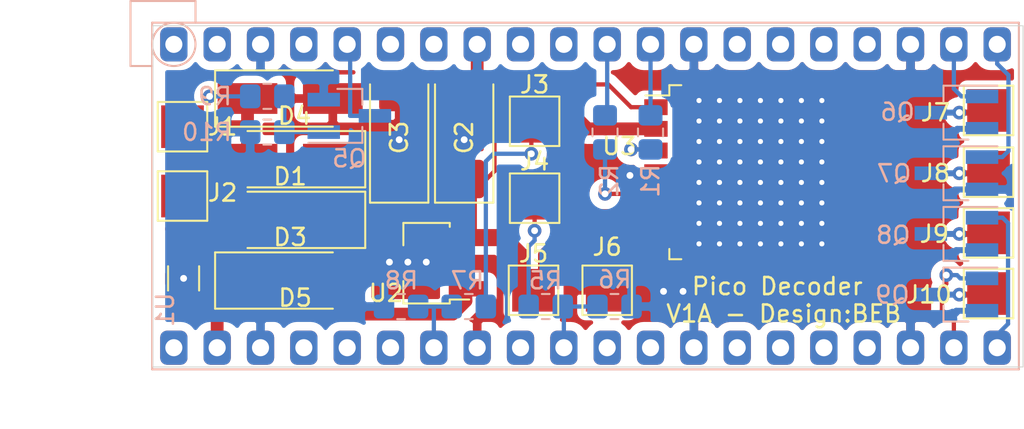
<source format=kicad_pcb>
(kicad_pcb (version 20171130) (host pcbnew "(5.1.12)-1")

  (general
    (thickness 1.6)
    (drawings 7)
    (tracks 197)
    (zones 0)
    (modules 33)
    (nets 46)
  )

  (page A4)
  (layers
    (0 F.Cu signal)
    (31 B.Cu signal)
    (32 B.Adhes user)
    (33 F.Adhes user)
    (34 B.Paste user)
    (35 F.Paste user hide)
    (36 B.SilkS user)
    (37 F.SilkS user)
    (38 B.Mask user)
    (39 F.Mask user hide)
    (40 Dwgs.User user)
    (41 Cmts.User user)
    (42 Eco1.User user)
    (43 Eco2.User user)
    (44 Edge.Cuts user)
    (45 Margin user)
    (46 B.CrtYd user)
    (47 F.CrtYd user)
    (48 B.Fab user hide)
    (49 F.Fab user hide)
  )

  (setup
    (last_trace_width 1)
    (user_trace_width 0.35)
    (user_trace_width 0.75)
    (user_trace_width 1)
    (trace_clearance 0.2)
    (zone_clearance 0.508)
    (zone_45_only no)
    (trace_min 0.2)
    (via_size 0.8)
    (via_drill 0.4)
    (via_min_size 0.4)
    (via_min_drill 0.3)
    (uvia_size 0.3)
    (uvia_drill 0.1)
    (uvias_allowed no)
    (uvia_min_size 0.2)
    (uvia_min_drill 0.1)
    (edge_width 0.05)
    (segment_width 0.2)
    (pcb_text_width 0.3)
    (pcb_text_size 1.5 1.5)
    (mod_edge_width 0.12)
    (mod_text_size 1 1)
    (mod_text_width 0.15)
    (pad_size 1.524 1.524)
    (pad_drill 0.762)
    (pad_to_mask_clearance 0)
    (aux_axis_origin 0 0)
    (visible_elements 7FFFFFFF)
    (pcbplotparams
      (layerselection 0x010fc_ffffffff)
      (usegerberextensions false)
      (usegerberattributes true)
      (usegerberadvancedattributes true)
      (creategerberjobfile true)
      (excludeedgelayer true)
      (linewidth 0.100000)
      (plotframeref false)
      (viasonmask false)
      (mode 1)
      (useauxorigin false)
      (hpglpennumber 1)
      (hpglpenspeed 20)
      (hpglpendiameter 15.000000)
      (psnegative false)
      (psa4output false)
      (plotreference true)
      (plotvalue true)
      (plotinvisibletext false)
      (padsonsilk false)
      (subtractmaskfromsilk false)
      (outputformat 1)
      (mirror false)
      (drillshape 0)
      (scaleselection 1)
      (outputdirectory "Gerbers/"))
  )

  (net 0 "")
  (net 1 GND)
  (net 2 MOTOR_A)
  (net 3 +VDCC)
  (net 4 MOTOR_B)
  (net 5 ADC0)
  (net 6 +5V)
  (net 7 "Net-(U1-Pad6)")
  (net 8 "Net-(U1-Pad7)")
  (net 9 "Net-(U1-Pad14)")
  (net 10 "Net-(U1-Pad15)")
  (net 11 "Net-(U1-Pad16)")
  (net 12 "Net-(U1-Pad17)")
  (net 13 "Net-(U1-Pad24)")
  (net 14 "Net-(U1-Pad25)")
  (net 15 "Net-(U1-Pad26)")
  (net 16 "Net-(U1-Pad27)")
  (net 17 "Net-(U1-Pad29)")
  (net 18 "Net-(U1-Pad35)")
  (net 19 "Net-(U1-Pad36)")
  (net 20 "Net-(U1-Pad37)")
  (net 21 "Net-(U1-Pad40)")
  (net 22 "Net-(D1-Pad2)")
  (net 23 "Net-(D3-Pad2)")
  (net 24 "Net-(Q5-Pad1)")
  (net 25 DCC_IN)
  (net 26 "Net-(J7-Pad1)")
  (net 27 "Net-(J8-Pad1)")
  (net 28 "Net-(J9-Pad1)")
  (net 29 "Net-(J10-Pad1)")
  (net 30 FUNC_A)
  (net 31 FUNC_B)
  (net 32 FUNC_C)
  (net 33 FUNC_D)
  (net 34 PWM_F)
  (net 35 PWM_R)
  (net 36 "Net-(R1-Pad2)")
  (net 37 "Net-(R2-Pad2)")
  (net 38 ADC2)
  (net 39 "Net-(U1-Pad32)")
  (net 40 "Net-(U1-Pad4)")
  (net 41 "Net-(U1-Pad1)")
  (net 42 "Net-(U1-Pad2)")
  (net 43 "Net-(U1-Pad9)")
  (net 44 "Net-(U1-Pad10)")
  (net 45 "Net-(U1-Pad30)")

  (net_class Default "This is the default net class."
    (clearance 0.2)
    (trace_width 0.25)
    (via_dia 0.8)
    (via_drill 0.4)
    (uvia_dia 0.3)
    (uvia_drill 0.1)
    (add_net +5V)
    (add_net +VDCC)
    (add_net ADC0)
    (add_net ADC2)
    (add_net DCC_IN)
    (add_net FUNC_A)
    (add_net FUNC_B)
    (add_net FUNC_C)
    (add_net FUNC_D)
    (add_net GND)
    (add_net MOTOR_A)
    (add_net MOTOR_B)
    (add_net "Net-(D1-Pad2)")
    (add_net "Net-(D3-Pad2)")
    (add_net "Net-(J10-Pad1)")
    (add_net "Net-(J7-Pad1)")
    (add_net "Net-(J8-Pad1)")
    (add_net "Net-(J9-Pad1)")
    (add_net "Net-(Q5-Pad1)")
    (add_net "Net-(R1-Pad2)")
    (add_net "Net-(R2-Pad2)")
    (add_net "Net-(U1-Pad1)")
    (add_net "Net-(U1-Pad10)")
    (add_net "Net-(U1-Pad14)")
    (add_net "Net-(U1-Pad15)")
    (add_net "Net-(U1-Pad16)")
    (add_net "Net-(U1-Pad17)")
    (add_net "Net-(U1-Pad2)")
    (add_net "Net-(U1-Pad24)")
    (add_net "Net-(U1-Pad25)")
    (add_net "Net-(U1-Pad26)")
    (add_net "Net-(U1-Pad27)")
    (add_net "Net-(U1-Pad29)")
    (add_net "Net-(U1-Pad30)")
    (add_net "Net-(U1-Pad32)")
    (add_net "Net-(U1-Pad35)")
    (add_net "Net-(U1-Pad36)")
    (add_net "Net-(U1-Pad37)")
    (add_net "Net-(U1-Pad4)")
    (add_net "Net-(U1-Pad40)")
    (add_net "Net-(U1-Pad6)")
    (add_net "Net-(U1-Pad7)")
    (add_net "Net-(U1-Pad9)")
    (add_net PWM_F)
    (add_net PWM_R)
  )

  (module Resistor_SMD:R_0805_2012Metric_Pad1.20x1.40mm_HandSolder (layer B.Cu) (tedit 5F68FEEE) (tstamp 63B16920)
    (at 167.0525 116.459)
    (descr "Resistor SMD 0805 (2012 Metric), square (rectangular) end terminal, IPC_7351 nominal with elongated pad for handsoldering. (Body size source: IPC-SM-782 page 72, https://www.pcb-3d.com/wordpress/wp-content/uploads/ipc-sm-782a_amendment_1_and_2.pdf), generated with kicad-footprint-generator")
    (tags "resistor handsolder")
    (path /62804505)
    (attr smd)
    (fp_text reference R6 (at 0.016 -1.5875) (layer B.SilkS)
      (effects (font (size 1 1) (thickness 0.15)) (justify mirror))
    )
    (fp_text value 1k (at 0 -1.65) (layer B.Fab)
      (effects (font (size 1 1) (thickness 0.15)) (justify mirror))
    )
    (fp_line (start 1.85 -0.95) (end -1.85 -0.95) (layer B.CrtYd) (width 0.05))
    (fp_line (start 1.85 0.95) (end 1.85 -0.95) (layer B.CrtYd) (width 0.05))
    (fp_line (start -1.85 0.95) (end 1.85 0.95) (layer B.CrtYd) (width 0.05))
    (fp_line (start -1.85 -0.95) (end -1.85 0.95) (layer B.CrtYd) (width 0.05))
    (fp_line (start -0.227064 -0.735) (end 0.227064 -0.735) (layer B.SilkS) (width 0.12))
    (fp_line (start -0.227064 0.735) (end 0.227064 0.735) (layer B.SilkS) (width 0.12))
    (fp_line (start 1 -0.625) (end -1 -0.625) (layer B.Fab) (width 0.1))
    (fp_line (start 1 0.625) (end 1 -0.625) (layer B.Fab) (width 0.1))
    (fp_line (start -1 0.625) (end 1 0.625) (layer B.Fab) (width 0.1))
    (fp_line (start -1 -0.625) (end -1 0.625) (layer B.Fab) (width 0.1))
    (fp_text user %R (at 0 0) (layer B.Fab)
      (effects (font (size 0.5 0.5) (thickness 0.08)) (justify mirror))
    )
    (pad 1 smd roundrect (at -1 0) (size 1.2 1.4) (layers B.Cu B.Paste B.Mask) (roundrect_rratio 0.2083325)
      (net 5 ADC0))
    (pad 2 smd roundrect (at 1 0) (size 1.2 1.4) (layers B.Cu B.Paste B.Mask) (roundrect_rratio 0.2083325)
      (net 1 GND))
    (model ${KISYS3DMOD}/Resistor_SMD.3dshapes/R_0805_2012Metric.wrl
      (at (xyz 0 0 0))
      (scale (xyz 1 1 1))
      (rotate (xyz 0 0 0))
    )
  )

  (module Package_TO_SOT_SMD:Rohm_HRP7 (layer F.Cu) (tedit 5BA2C6EB) (tstamp 63B16F3D)
    (at 174.4515 108.585)
    (descr "Rohm HRP7 SMD package, http://rohmfs.rohm.com/en/techdata_basic/ic/package/hrp7_1-e.pdf, http://rohmfs.rohm.com/en/products/databook/datasheet/ic/motor/dc/bd621x-e.pdf")
    (tags "Rohm HRP7 SMD")
    (path /63B34207)
    (attr smd)
    (fp_text reference U3 (at -7.112 -1.524) (layer F.SilkS)
      (effects (font (size 1 1) (thickness 0.15)))
    )
    (fp_text value BD6232HFP (at 0 6) (layer F.Fab)
      (effects (font (size 1 1) (thickness 0.15)))
    )
    (fp_line (start -3.485 5.1) (end -4.185 5.1) (layer F.SilkS) (width 0.12))
    (fp_line (start -4.185 5.1) (end -4.185 4.5) (layer F.SilkS) (width 0.12))
    (fp_line (start -5.585 -4.5) (end -4.185 -4.5) (layer F.SilkS) (width 0.12))
    (fp_line (start -4.185 -4.5) (end -4.185 -5.1) (layer F.SilkS) (width 0.12))
    (fp_line (start -4.185 -5.1) (end -3.485 -5.1) (layer F.SilkS) (width 0.12))
    (fp_line (start 4.015 -4.4) (end 4.515 -4.4) (layer F.Fab) (width 0.1))
    (fp_line (start 4.515 -4.4) (end 5.015 -3.3) (layer F.Fab) (width 0.1))
    (fp_line (start 5.015 -3.3) (end 5.015 3.3) (layer F.Fab) (width 0.1))
    (fp_line (start 5.015 3.3) (end 4.515 4.4) (layer F.Fab) (width 0.1))
    (fp_line (start 4.515 4.4) (end 4.015 4.4) (layer F.Fab) (width 0.1))
    (fp_line (start 4.015 -4.9) (end 4.015 4.9) (layer F.Fab) (width 0.1))
    (fp_line (start 4.015 4.9) (end -3.985 4.9) (layer F.Fab) (width 0.1))
    (fp_line (start -3.985 4.9) (end -3.985 -4.4) (layer F.Fab) (width 0.1))
    (fp_line (start -3.985 -4.4) (end -3.485 -4.9) (layer F.Fab) (width 0.1))
    (fp_line (start -3.485 -4.9) (end 4.015 -4.9) (layer F.Fab) (width 0.1))
    (fp_line (start -5.9 -5.25) (end 5.9 -5.25) (layer F.CrtYd) (width 0.05))
    (fp_line (start -5.9 -5.25) (end -5.9 5.25) (layer F.CrtYd) (width 0.05))
    (fp_line (start 5.9 5.25) (end 5.9 -5.25) (layer F.CrtYd) (width 0.05))
    (fp_line (start 5.9 5.25) (end -5.9 5.25) (layer F.CrtYd) (width 0.05))
    (fp_text user %R (at 0 0) (layer F.Fab)
      (effects (font (size 1 1) (thickness 0.15)))
    )
    (pad 1 smd rect (at -4.97 -3.81) (size 1.37 0.93) (layers F.Cu F.Paste F.Mask)
      (net 3 +VDCC))
    (pad 2 smd rect (at -4.97 -2.54) (size 1.37 0.93) (layers F.Cu F.Paste F.Mask)
      (net 2 MOTOR_A))
    (pad 3 smd rect (at -4.97 -1.27) (size 1.37 0.93) (layers F.Cu F.Paste F.Mask)
      (net 36 "Net-(R1-Pad2)"))
    (pad 4 smd rect (at -4.97 0) (size 1.37 0.93) (layers F.Cu F.Paste F.Mask)
      (net 1 GND))
    (pad 5 smd rect (at -4.97 1.27) (size 1.37 0.93) (layers F.Cu F.Paste F.Mask)
      (net 37 "Net-(R2-Pad2)"))
    (pad 6 smd rect (at -4.97 2.54) (size 1.37 0.93) (layers F.Cu F.Paste F.Mask)
      (net 4 MOTOR_B))
    (pad 7 smd rect (at -4.97 3.81) (size 1.37 0.93) (layers F.Cu F.Paste F.Mask)
      (net 3 +VDCC))
    (pad 4 smd rect (at 1.155 0) (size 9 10) (layers F.Cu F.Mask)
      (net 1 GND))
    (pad 4 smd rect (at 1.155 0) (size 9 10) (layers B.Cu)
      (net 1 GND))
    (pad "" smd rect (at -1.095 2.5) (size 4 4.5) (layers F.Paste))
    (pad "" smd rect (at 3.405 -2.5) (size 4 4.5) (layers F.Paste))
    (pad "" smd rect (at -1.095 -2.5) (size 4 4.5) (layers F.Paste))
    (pad "" smd rect (at 3.405 2.5) (size 4 4.5) (layers F.Paste))
    (pad 4 thru_hole circle (at -2.445 -4.2) (size 0.6 0.6) (drill 0.3) (layers *.Cu)
      (net 1 GND))
    (pad 4 thru_hole circle (at -2.445 -3) (size 0.6 0.6) (drill 0.3) (layers *.Cu)
      (net 1 GND))
    (pad 4 thru_hole circle (at -2.445 -1.8) (size 0.6 0.6) (drill 0.3) (layers *.Cu)
      (net 1 GND))
    (pad 4 thru_hole circle (at -2.445 -0.6) (size 0.6 0.6) (drill 0.3) (layers *.Cu)
      (net 1 GND))
    (pad 4 thru_hole circle (at -2.445 0.6) (size 0.6 0.6) (drill 0.3) (layers *.Cu)
      (net 1 GND))
    (pad 4 thru_hole circle (at -2.445 1.8) (size 0.6 0.6) (drill 0.3) (layers *.Cu)
      (net 1 GND))
    (pad 4 thru_hole circle (at -2.445 3) (size 0.6 0.6) (drill 0.3) (layers *.Cu)
      (net 1 GND))
    (pad 4 thru_hole circle (at -2.445 4.2) (size 0.6 0.6) (drill 0.3) (layers *.Cu)
      (net 1 GND))
    (pad 4 thru_hole circle (at -1.245 -4.2) (size 0.6 0.6) (drill 0.3) (layers *.Cu)
      (net 1 GND))
    (pad 4 thru_hole circle (at -1.245 -3) (size 0.6 0.6) (drill 0.3) (layers *.Cu)
      (net 1 GND))
    (pad 4 thru_hole circle (at -1.245 -1.8) (size 0.6 0.6) (drill 0.3) (layers *.Cu)
      (net 1 GND))
    (pad 4 thru_hole circle (at -1.245 -0.6) (size 0.6 0.6) (drill 0.3) (layers *.Cu)
      (net 1 GND))
    (pad 4 thru_hole circle (at -1.245 0.6) (size 0.6 0.6) (drill 0.3) (layers *.Cu)
      (net 1 GND))
    (pad 4 thru_hole circle (at -1.245 1.8) (size 0.6 0.6) (drill 0.3) (layers *.Cu)
      (net 1 GND))
    (pad 4 thru_hole circle (at -1.245 3) (size 0.6 0.6) (drill 0.3) (layers *.Cu)
      (net 1 GND))
    (pad 4 thru_hole circle (at -1.245 4.2) (size 0.6 0.6) (drill 0.3) (layers *.Cu)
      (net 1 GND))
    (pad 4 thru_hole circle (at -0.045 -4.2) (size 0.6 0.6) (drill 0.3) (layers *.Cu)
      (net 1 GND))
    (pad 4 thru_hole circle (at -0.045 -3) (size 0.6 0.6) (drill 0.3) (layers *.Cu)
      (net 1 GND))
    (pad 4 thru_hole circle (at -0.045 -1.8) (size 0.6 0.6) (drill 0.3) (layers *.Cu)
      (net 1 GND))
    (pad 4 thru_hole circle (at -0.045 -0.6) (size 0.6 0.6) (drill 0.3) (layers *.Cu)
      (net 1 GND))
    (pad 4 thru_hole circle (at -0.045 0.6) (size 0.6 0.6) (drill 0.3) (layers *.Cu)
      (net 1 GND))
    (pad 4 thru_hole circle (at -0.045 1.8) (size 0.6 0.6) (drill 0.3) (layers *.Cu)
      (net 1 GND))
    (pad 4 thru_hole circle (at -0.045 3) (size 0.6 0.6) (drill 0.3) (layers *.Cu)
      (net 1 GND))
    (pad 4 thru_hole circle (at -0.045 4.2) (size 0.6 0.6) (drill 0.3) (layers *.Cu)
      (net 1 GND))
    (pad 4 thru_hole circle (at 1.155 -4.2) (size 0.6 0.6) (drill 0.3) (layers *.Cu)
      (net 1 GND))
    (pad 4 thru_hole circle (at 1.155 -3) (size 0.6 0.6) (drill 0.3) (layers *.Cu)
      (net 1 GND))
    (pad 4 thru_hole circle (at 1.155 -1.8) (size 0.6 0.6) (drill 0.3) (layers *.Cu)
      (net 1 GND))
    (pad 4 thru_hole circle (at 1.155 -0.6) (size 0.6 0.6) (drill 0.3) (layers *.Cu)
      (net 1 GND))
    (pad 4 thru_hole circle (at 1.155 0.6) (size 0.6 0.6) (drill 0.3) (layers *.Cu)
      (net 1 GND))
    (pad 4 thru_hole circle (at 1.155 1.8) (size 0.6 0.6) (drill 0.3) (layers *.Cu)
      (net 1 GND))
    (pad 4 thru_hole circle (at 1.155 3) (size 0.6 0.6) (drill 0.3) (layers *.Cu)
      (net 1 GND))
    (pad 4 thru_hole circle (at 1.155 4.2) (size 0.6 0.6) (drill 0.3) (layers *.Cu)
      (net 1 GND))
    (pad 4 thru_hole circle (at 2.355 -4.2) (size 0.6 0.6) (drill 0.3) (layers *.Cu)
      (net 1 GND))
    (pad 4 thru_hole circle (at 2.355 -3) (size 0.6 0.6) (drill 0.3) (layers *.Cu)
      (net 1 GND))
    (pad 4 thru_hole circle (at 2.355 -1.8) (size 0.6 0.6) (drill 0.3) (layers *.Cu)
      (net 1 GND))
    (pad 4 thru_hole circle (at 2.355 -0.6) (size 0.6 0.6) (drill 0.3) (layers *.Cu)
      (net 1 GND))
    (pad 4 thru_hole circle (at 2.355 0.6) (size 0.6 0.6) (drill 0.3) (layers *.Cu)
      (net 1 GND))
    (pad 4 thru_hole circle (at 2.355 1.8) (size 0.6 0.6) (drill 0.3) (layers *.Cu)
      (net 1 GND))
    (pad 4 thru_hole circle (at 2.355 3) (size 0.6 0.6) (drill 0.3) (layers *.Cu)
      (net 1 GND))
    (pad 4 thru_hole circle (at 2.355 4.2) (size 0.6 0.6) (drill 0.3) (layers *.Cu)
      (net 1 GND))
    (pad 4 thru_hole circle (at 3.555 -4.2) (size 0.6 0.6) (drill 0.3) (layers *.Cu)
      (net 1 GND))
    (pad 4 thru_hole circle (at 3.555 -3) (size 0.6 0.6) (drill 0.3) (layers *.Cu)
      (net 1 GND))
    (pad 4 thru_hole circle (at 3.555 -1.8) (size 0.6 0.6) (drill 0.3) (layers *.Cu)
      (net 1 GND))
    (pad 4 thru_hole circle (at 3.555 -0.6) (size 0.6 0.6) (drill 0.3) (layers *.Cu)
      (net 1 GND))
    (pad 4 thru_hole circle (at 3.555 0.6) (size 0.6 0.6) (drill 0.3) (layers *.Cu)
      (net 1 GND))
    (pad 4 thru_hole circle (at 3.555 1.8) (size 0.6 0.6) (drill 0.3) (layers *.Cu)
      (net 1 GND))
    (pad 4 thru_hole circle (at 3.555 3) (size 0.6 0.6) (drill 0.3) (layers *.Cu)
      (net 1 GND))
    (pad 4 thru_hole circle (at 3.555 4.2) (size 0.6 0.6) (drill 0.3) (layers *.Cu)
      (net 1 GND))
    (pad 4 thru_hole circle (at 4.755 -4.2) (size 0.6 0.6) (drill 0.3) (layers *.Cu)
      (net 1 GND))
    (pad 4 thru_hole circle (at 4.755 -3) (size 0.6 0.6) (drill 0.3) (layers *.Cu)
      (net 1 GND))
    (pad 4 thru_hole circle (at 4.755 -1.8) (size 0.6 0.6) (drill 0.3) (layers *.Cu)
      (net 1 GND))
    (pad 4 thru_hole circle (at 4.755 -0.6) (size 0.6 0.6) (drill 0.3) (layers *.Cu)
      (net 1 GND))
    (pad 4 thru_hole circle (at 4.755 0.6) (size 0.6 0.6) (drill 0.3) (layers *.Cu)
      (net 1 GND))
    (pad 4 thru_hole circle (at 4.755 1.8) (size 0.6 0.6) (drill 0.3) (layers *.Cu)
      (net 1 GND))
    (pad 4 thru_hole circle (at 4.755 3) (size 0.6 0.6) (drill 0.3) (layers *.Cu)
      (net 1 GND))
    (pad 4 thru_hole circle (at 4.755 4.2) (size 0.6 0.6) (drill 0.3) (layers *.Cu)
      (net 1 GND))
    (model ${KISYS3DMOD}/Package_TO_SOT_SMD.3dshapes/Rohm_HRP7.wrl
      (at (xyz 0 0 0))
      (scale (xyz 1 1 1))
      (rotate (xyz 0 0 0))
    )
  )

  (module TestPoint:TestPoint_Pad_2.5x2.5mm (layer F.Cu) (tedit 5A0F774F) (tstamp 63B14C1B)
    (at 162.306 115.5065)
    (descr "SMD rectangular pad as test Point, square 2.5mm side length")
    (tags "test point SMD pad rectangle square")
    (path /6290A85F)
    (attr virtual)
    (fp_text reference J5 (at 0 -2.148) (layer F.SilkS)
      (effects (font (size 1 1) (thickness 0.15)))
    )
    (fp_text value PAD (at 0 2.25) (layer F.Fab)
      (effects (font (size 1 1) (thickness 0.15)))
    )
    (fp_line (start 1.75 1.75) (end -1.75 1.75) (layer F.CrtYd) (width 0.05))
    (fp_line (start 1.75 1.75) (end 1.75 -1.75) (layer F.CrtYd) (width 0.05))
    (fp_line (start -1.75 -1.75) (end -1.75 1.75) (layer F.CrtYd) (width 0.05))
    (fp_line (start -1.75 -1.75) (end 1.75 -1.75) (layer F.CrtYd) (width 0.05))
    (fp_line (start -1.45 1.45) (end -1.45 -1.45) (layer F.SilkS) (width 0.12))
    (fp_line (start 1.45 1.45) (end -1.45 1.45) (layer F.SilkS) (width 0.12))
    (fp_line (start 1.45 -1.45) (end 1.45 1.45) (layer F.SilkS) (width 0.12))
    (fp_line (start -1.45 -1.45) (end 1.45 -1.45) (layer F.SilkS) (width 0.12))
    (fp_text user %R (at 0 -2.15) (layer F.Fab)
      (effects (font (size 1 1) (thickness 0.15)))
    )
    (pad 1 smd rect (at 0 0) (size 2.5 2.5) (layers F.Cu F.Mask)
      (net 3 +VDCC))
  )

  (module Capacitor_SMD:C_1206_3216Metric_Pad1.33x1.80mm_HandSolder (layer F.Cu) (tedit 5F68FEEF) (tstamp 6281D95D)
    (at 141.7955 114.808 90)
    (descr "Capacitor SMD 1206 (3216 Metric), square (rectangular) end terminal, IPC_7351 nominal with elongated pad for handsoldering. (Body size source: IPC-SM-782 page 76, https://www.pcb-3d.com/wordpress/wp-content/uploads/ipc-sm-782a_amendment_1_and_2.pdf), generated with kicad-footprint-generator")
    (tags "capacitor handsolder")
    (path /628C696F)
    (attr smd)
    (fp_text reference C1 (at -2.159 2.159 180) (layer F.SilkS) hide
      (effects (font (size 1 1) (thickness 0.15)))
    )
    (fp_text value 10uF/16V (at 0 1.85 90) (layer F.Fab)
      (effects (font (size 1 1) (thickness 0.15)))
    )
    (fp_line (start 2.48 1.15) (end -2.48 1.15) (layer F.CrtYd) (width 0.05))
    (fp_line (start 2.48 -1.15) (end 2.48 1.15) (layer F.CrtYd) (width 0.05))
    (fp_line (start -2.48 -1.15) (end 2.48 -1.15) (layer F.CrtYd) (width 0.05))
    (fp_line (start -2.48 1.15) (end -2.48 -1.15) (layer F.CrtYd) (width 0.05))
    (fp_line (start -0.711252 0.91) (end 0.711252 0.91) (layer F.SilkS) (width 0.12))
    (fp_line (start -0.711252 -0.91) (end 0.711252 -0.91) (layer F.SilkS) (width 0.12))
    (fp_line (start 1.6 0.8) (end -1.6 0.8) (layer F.Fab) (width 0.1))
    (fp_line (start 1.6 -0.8) (end 1.6 0.8) (layer F.Fab) (width 0.1))
    (fp_line (start -1.6 -0.8) (end 1.6 -0.8) (layer F.Fab) (width 0.1))
    (fp_line (start -1.6 0.8) (end -1.6 -0.8) (layer F.Fab) (width 0.1))
    (fp_text user %R (at 0 0 90) (layer F.Fab)
      (effects (font (size 0.8 0.8) (thickness 0.12)))
    )
    (pad 1 smd roundrect (at -1.5625 0 90) (size 1.325 1.8) (layers F.Cu F.Paste F.Mask) (roundrect_rratio 0.1886769811320755)
      (net 6 +5V))
    (pad 2 smd roundrect (at 1.5625 0 90) (size 1.325 1.8) (layers F.Cu F.Paste F.Mask) (roundrect_rratio 0.1886769811320755)
      (net 1 GND))
    (model ${KISYS3DMOD}/Capacitor_SMD.3dshapes/C_1206_3216Metric.wrl
      (at (xyz 0 0 0))
      (scale (xyz 1 1 1))
      (rotate (xyz 0 0 0))
    )
  )

  (module Resistor_SMD:R_0805_2012Metric_Pad1.20x1.40mm_HandSolder (layer B.Cu) (tedit 5F68FEEE) (tstamp 62810D49)
    (at 163.0205 116.459)
    (descr "Resistor SMD 0805 (2012 Metric), square (rectangular) end terminal, IPC_7351 nominal with elongated pad for handsoldering. (Body size source: IPC-SM-782 page 72, https://www.pcb-3d.com/wordpress/wp-content/uploads/ipc-sm-782a_amendment_1_and_2.pdf), generated with kicad-footprint-generator")
    (tags "resistor handsolder")
    (path /628036F6)
    (attr smd)
    (fp_text reference R5 (at -0.016 -1.524) (layer B.SilkS)
      (effects (font (size 1 1) (thickness 0.15)) (justify mirror))
    )
    (fp_text value 6k8 (at 0 -1.65) (layer B.Fab)
      (effects (font (size 1 1) (thickness 0.15)) (justify mirror))
    )
    (fp_line (start 1.85 -0.95) (end -1.85 -0.95) (layer B.CrtYd) (width 0.05))
    (fp_line (start 1.85 0.95) (end 1.85 -0.95) (layer B.CrtYd) (width 0.05))
    (fp_line (start -1.85 0.95) (end 1.85 0.95) (layer B.CrtYd) (width 0.05))
    (fp_line (start -1.85 -0.95) (end -1.85 0.95) (layer B.CrtYd) (width 0.05))
    (fp_line (start -0.227064 -0.735) (end 0.227064 -0.735) (layer B.SilkS) (width 0.12))
    (fp_line (start -0.227064 0.735) (end 0.227064 0.735) (layer B.SilkS) (width 0.12))
    (fp_line (start 1 -0.625) (end -1 -0.625) (layer B.Fab) (width 0.1))
    (fp_line (start 1 0.625) (end 1 -0.625) (layer B.Fab) (width 0.1))
    (fp_line (start -1 0.625) (end 1 0.625) (layer B.Fab) (width 0.1))
    (fp_line (start -1 -0.625) (end -1 0.625) (layer B.Fab) (width 0.1))
    (fp_text user %R (at 0 0) (layer B.Fab)
      (effects (font (size 0.5 0.5) (thickness 0.08)) (justify mirror))
    )
    (pad 1 smd roundrect (at -1 0) (size 1.2 1.4) (layers B.Cu B.Paste B.Mask) (roundrect_rratio 0.2083325)
      (net 4 MOTOR_B))
    (pad 2 smd roundrect (at 1 0) (size 1.2 1.4) (layers B.Cu B.Paste B.Mask) (roundrect_rratio 0.2083325)
      (net 5 ADC0))
    (model ${KISYS3DMOD}/Resistor_SMD.3dshapes/R_0805_2012Metric.wrl
      (at (xyz 0 0 0))
      (scale (xyz 1 1 1))
      (rotate (xyz 0 0 0))
    )
  )

  (module Resistor_SMD:R_0805_2012Metric_Pad1.20x1.40mm_HandSolder (layer B.Cu) (tedit 5F68FEEE) (tstamp 63B17E60)
    (at 158.512 116.459 180)
    (descr "Resistor SMD 0805 (2012 Metric), square (rectangular) end terminal, IPC_7351 nominal with elongated pad for handsoldering. (Body size source: IPC-SM-782 page 72, https://www.pcb-3d.com/wordpress/wp-content/uploads/ipc-sm-782a_amendment_1_and_2.pdf), generated with kicad-footprint-generator")
    (tags "resistor handsolder")
    (path /62803B7C)
    (attr smd)
    (fp_text reference R7 (at 0.0795 1.524) (layer B.SilkS)
      (effects (font (size 1 1) (thickness 0.15)) (justify mirror))
    )
    (fp_text value 6k8 (at 0 -1.65) (layer B.Fab)
      (effects (font (size 1 1) (thickness 0.15)) (justify mirror))
    )
    (fp_line (start -1 -0.625) (end -1 0.625) (layer B.Fab) (width 0.1))
    (fp_line (start -1 0.625) (end 1 0.625) (layer B.Fab) (width 0.1))
    (fp_line (start 1 0.625) (end 1 -0.625) (layer B.Fab) (width 0.1))
    (fp_line (start 1 -0.625) (end -1 -0.625) (layer B.Fab) (width 0.1))
    (fp_line (start -0.227064 0.735) (end 0.227064 0.735) (layer B.SilkS) (width 0.12))
    (fp_line (start -0.227064 -0.735) (end 0.227064 -0.735) (layer B.SilkS) (width 0.12))
    (fp_line (start -1.85 -0.95) (end -1.85 0.95) (layer B.CrtYd) (width 0.05))
    (fp_line (start -1.85 0.95) (end 1.85 0.95) (layer B.CrtYd) (width 0.05))
    (fp_line (start 1.85 0.95) (end 1.85 -0.95) (layer B.CrtYd) (width 0.05))
    (fp_line (start 1.85 -0.95) (end -1.85 -0.95) (layer B.CrtYd) (width 0.05))
    (fp_text user %R (at 0 0) (layer B.Fab)
      (effects (font (size 0.5 0.5) (thickness 0.08)) (justify mirror))
    )
    (pad 2 smd roundrect (at 1 0 180) (size 1.2 1.4) (layers B.Cu B.Paste B.Mask) (roundrect_rratio 0.2083325)
      (net 38 ADC2))
    (pad 1 smd roundrect (at -1 0 180) (size 1.2 1.4) (layers B.Cu B.Paste B.Mask) (roundrect_rratio 0.2083325)
      (net 2 MOTOR_A))
    (model ${KISYS3DMOD}/Resistor_SMD.3dshapes/R_0805_2012Metric.wrl
      (at (xyz 0 0 0))
      (scale (xyz 1 1 1))
      (rotate (xyz 0 0 0))
    )
  )

  (module Resistor_SMD:R_0805_2012Metric_Pad1.20x1.40mm_HandSolder (layer B.Cu) (tedit 5F68FEEE) (tstamp 62810D7C)
    (at 154.543 116.459 180)
    (descr "Resistor SMD 0805 (2012 Metric), square (rectangular) end terminal, IPC_7351 nominal with elongated pad for handsoldering. (Body size source: IPC-SM-782 page 72, https://www.pcb-3d.com/wordpress/wp-content/uploads/ipc-sm-782a_amendment_1_and_2.pdf), generated with kicad-footprint-generator")
    (tags "resistor handsolder")
    (path /62804944)
    (attr smd)
    (fp_text reference R8 (at -0.016 1.524) (layer B.SilkS)
      (effects (font (size 1 1) (thickness 0.15)) (justify mirror))
    )
    (fp_text value 1k (at 0 -1.65) (layer B.Fab)
      (effects (font (size 1 1) (thickness 0.15)) (justify mirror))
    )
    (fp_line (start -1 -0.625) (end -1 0.625) (layer B.Fab) (width 0.1))
    (fp_line (start -1 0.625) (end 1 0.625) (layer B.Fab) (width 0.1))
    (fp_line (start 1 0.625) (end 1 -0.625) (layer B.Fab) (width 0.1))
    (fp_line (start 1 -0.625) (end -1 -0.625) (layer B.Fab) (width 0.1))
    (fp_line (start -0.227064 0.735) (end 0.227064 0.735) (layer B.SilkS) (width 0.12))
    (fp_line (start -0.227064 -0.735) (end 0.227064 -0.735) (layer B.SilkS) (width 0.12))
    (fp_line (start -1.85 -0.95) (end -1.85 0.95) (layer B.CrtYd) (width 0.05))
    (fp_line (start -1.85 0.95) (end 1.85 0.95) (layer B.CrtYd) (width 0.05))
    (fp_line (start 1.85 0.95) (end 1.85 -0.95) (layer B.CrtYd) (width 0.05))
    (fp_line (start 1.85 -0.95) (end -1.85 -0.95) (layer B.CrtYd) (width 0.05))
    (fp_text user %R (at 0 0) (layer B.Fab)
      (effects (font (size 0.5 0.5) (thickness 0.08)) (justify mirror))
    )
    (pad 2 smd roundrect (at 1 0 180) (size 1.2 1.4) (layers B.Cu B.Paste B.Mask) (roundrect_rratio 0.2083325)
      (net 1 GND))
    (pad 1 smd roundrect (at -1 0 180) (size 1.2 1.4) (layers B.Cu B.Paste B.Mask) (roundrect_rratio 0.2083325)
      (net 38 ADC2))
    (model ${KISYS3DMOD}/Resistor_SMD.3dshapes/R_0805_2012Metric.wrl
      (at (xyz 0 0 0))
      (scale (xyz 1 1 1))
      (rotate (xyz 0 0 0))
    )
  )

  (module Diode_SMD:D_SMA_Handsoldering (layer F.Cu) (tedit 58643398) (tstamp 63B0DD75)
    (at 148.042 107.823 180)
    (descr "Diode SMA (DO-214AC) Handsoldering")
    (tags "Diode SMA (DO-214AC) Handsoldering")
    (path /63B140A1)
    (attr smd)
    (fp_text reference D1 (at 0 -1.016) (layer F.SilkS)
      (effects (font (size 1 1) (thickness 0.15)))
    )
    (fp_text value RBR3L60ADD (at 0 2.6) (layer F.Fab)
      (effects (font (size 1 1) (thickness 0.15)))
    )
    (fp_line (start -4.4 -1.65) (end -4.4 1.65) (layer F.SilkS) (width 0.12))
    (fp_line (start 2.3 1.5) (end -2.3 1.5) (layer F.Fab) (width 0.1))
    (fp_line (start -2.3 1.5) (end -2.3 -1.5) (layer F.Fab) (width 0.1))
    (fp_line (start 2.3 -1.5) (end 2.3 1.5) (layer F.Fab) (width 0.1))
    (fp_line (start 2.3 -1.5) (end -2.3 -1.5) (layer F.Fab) (width 0.1))
    (fp_line (start -4.5 -1.75) (end 4.5 -1.75) (layer F.CrtYd) (width 0.05))
    (fp_line (start 4.5 -1.75) (end 4.5 1.75) (layer F.CrtYd) (width 0.05))
    (fp_line (start 4.5 1.75) (end -4.5 1.75) (layer F.CrtYd) (width 0.05))
    (fp_line (start -4.5 1.75) (end -4.5 -1.75) (layer F.CrtYd) (width 0.05))
    (fp_line (start -0.64944 0.00102) (end -1.55114 0.00102) (layer F.Fab) (width 0.1))
    (fp_line (start 0.50118 0.00102) (end 1.4994 0.00102) (layer F.Fab) (width 0.1))
    (fp_line (start -0.64944 -0.79908) (end -0.64944 0.80112) (layer F.Fab) (width 0.1))
    (fp_line (start 0.50118 0.75032) (end 0.50118 -0.79908) (layer F.Fab) (width 0.1))
    (fp_line (start -0.64944 0.00102) (end 0.50118 0.75032) (layer F.Fab) (width 0.1))
    (fp_line (start -0.64944 0.00102) (end 0.50118 -0.79908) (layer F.Fab) (width 0.1))
    (fp_line (start -4.4 1.65) (end 2.5 1.65) (layer F.SilkS) (width 0.12))
    (fp_line (start -4.4 -1.65) (end 2.5 -1.65) (layer F.SilkS) (width 0.12))
    (fp_text user %R (at 0 -2.5) (layer F.Fab)
      (effects (font (size 1 1) (thickness 0.15)))
    )
    (pad 1 smd rect (at -2.5 0 180) (size 3.5 1.8) (layers F.Cu F.Paste F.Mask)
      (net 3 +VDCC))
    (pad 2 smd rect (at 2.5 0 180) (size 3.5 1.8) (layers F.Cu F.Paste F.Mask)
      (net 22 "Net-(D1-Pad2)"))
    (model ${KISYS3DMOD}/Diode_SMD.3dshapes/D_SMA.wrl
      (at (xyz 0 0 0))
      (scale (xyz 1 1 1))
      (rotate (xyz 0 0 0))
    )
  )

  (module Diode_SMD:D_SMA_Handsoldering (layer F.Cu) (tedit 58643398) (tstamp 63B0DD8D)
    (at 148.042 111.379 180)
    (descr "Diode SMA (DO-214AC) Handsoldering")
    (tags "Diode SMA (DO-214AC) Handsoldering")
    (path /63B14C3A)
    (attr smd)
    (fp_text reference D3 (at 0 -1.016) (layer F.SilkS)
      (effects (font (size 1 1) (thickness 0.15)))
    )
    (fp_text value RBR3L60ADD (at 0 2.6) (layer F.Fab)
      (effects (font (size 1 1) (thickness 0.15)))
    )
    (fp_line (start -4.4 -1.65) (end 2.5 -1.65) (layer F.SilkS) (width 0.12))
    (fp_line (start -4.4 1.65) (end 2.5 1.65) (layer F.SilkS) (width 0.12))
    (fp_line (start -0.64944 0.00102) (end 0.50118 -0.79908) (layer F.Fab) (width 0.1))
    (fp_line (start -0.64944 0.00102) (end 0.50118 0.75032) (layer F.Fab) (width 0.1))
    (fp_line (start 0.50118 0.75032) (end 0.50118 -0.79908) (layer F.Fab) (width 0.1))
    (fp_line (start -0.64944 -0.79908) (end -0.64944 0.80112) (layer F.Fab) (width 0.1))
    (fp_line (start 0.50118 0.00102) (end 1.4994 0.00102) (layer F.Fab) (width 0.1))
    (fp_line (start -0.64944 0.00102) (end -1.55114 0.00102) (layer F.Fab) (width 0.1))
    (fp_line (start -4.5 1.75) (end -4.5 -1.75) (layer F.CrtYd) (width 0.05))
    (fp_line (start 4.5 1.75) (end -4.5 1.75) (layer F.CrtYd) (width 0.05))
    (fp_line (start 4.5 -1.75) (end 4.5 1.75) (layer F.CrtYd) (width 0.05))
    (fp_line (start -4.5 -1.75) (end 4.5 -1.75) (layer F.CrtYd) (width 0.05))
    (fp_line (start 2.3 -1.5) (end -2.3 -1.5) (layer F.Fab) (width 0.1))
    (fp_line (start 2.3 -1.5) (end 2.3 1.5) (layer F.Fab) (width 0.1))
    (fp_line (start -2.3 1.5) (end -2.3 -1.5) (layer F.Fab) (width 0.1))
    (fp_line (start 2.3 1.5) (end -2.3 1.5) (layer F.Fab) (width 0.1))
    (fp_line (start -4.4 -1.65) (end -4.4 1.65) (layer F.SilkS) (width 0.12))
    (fp_text user %R (at 0 -2.5) (layer F.Fab)
      (effects (font (size 1 1) (thickness 0.15)))
    )
    (pad 2 smd rect (at 2.5 0 180) (size 3.5 1.8) (layers F.Cu F.Paste F.Mask)
      (net 23 "Net-(D3-Pad2)"))
    (pad 1 smd rect (at -2.5 0 180) (size 3.5 1.8) (layers F.Cu F.Paste F.Mask)
      (net 3 +VDCC))
    (model ${KISYS3DMOD}/Diode_SMD.3dshapes/D_SMA.wrl
      (at (xyz 0 0 0))
      (scale (xyz 1 1 1))
      (rotate (xyz 0 0 0))
    )
  )

  (module Diode_SMD:D_SMA_Handsoldering (layer F.Cu) (tedit 58643398) (tstamp 63B16245)
    (at 148.042 104.267)
    (descr "Diode SMA (DO-214AC) Handsoldering")
    (tags "Diode SMA (DO-214AC) Handsoldering")
    (path /63B150B4)
    (attr smd)
    (fp_text reference D4 (at 0.254 1.016) (layer F.SilkS)
      (effects (font (size 1 1) (thickness 0.15)))
    )
    (fp_text value RBR3L60ADD (at 0 2.6) (layer F.Fab)
      (effects (font (size 1 1) (thickness 0.15)))
    )
    (fp_line (start -4.4 -1.65) (end -4.4 1.65) (layer F.SilkS) (width 0.12))
    (fp_line (start 2.3 1.5) (end -2.3 1.5) (layer F.Fab) (width 0.1))
    (fp_line (start -2.3 1.5) (end -2.3 -1.5) (layer F.Fab) (width 0.1))
    (fp_line (start 2.3 -1.5) (end 2.3 1.5) (layer F.Fab) (width 0.1))
    (fp_line (start 2.3 -1.5) (end -2.3 -1.5) (layer F.Fab) (width 0.1))
    (fp_line (start -4.5 -1.75) (end 4.5 -1.75) (layer F.CrtYd) (width 0.05))
    (fp_line (start 4.5 -1.75) (end 4.5 1.75) (layer F.CrtYd) (width 0.05))
    (fp_line (start 4.5 1.75) (end -4.5 1.75) (layer F.CrtYd) (width 0.05))
    (fp_line (start -4.5 1.75) (end -4.5 -1.75) (layer F.CrtYd) (width 0.05))
    (fp_line (start -0.64944 0.00102) (end -1.55114 0.00102) (layer F.Fab) (width 0.1))
    (fp_line (start 0.50118 0.00102) (end 1.4994 0.00102) (layer F.Fab) (width 0.1))
    (fp_line (start -0.64944 -0.79908) (end -0.64944 0.80112) (layer F.Fab) (width 0.1))
    (fp_line (start 0.50118 0.75032) (end 0.50118 -0.79908) (layer F.Fab) (width 0.1))
    (fp_line (start -0.64944 0.00102) (end 0.50118 0.75032) (layer F.Fab) (width 0.1))
    (fp_line (start -0.64944 0.00102) (end 0.50118 -0.79908) (layer F.Fab) (width 0.1))
    (fp_line (start -4.4 1.65) (end 2.5 1.65) (layer F.SilkS) (width 0.12))
    (fp_line (start -4.4 -1.65) (end 2.5 -1.65) (layer F.SilkS) (width 0.12))
    (fp_text user %R (at 0 -2.5) (layer F.Fab)
      (effects (font (size 1 1) (thickness 0.15)))
    )
    (pad 1 smd rect (at -2.5 0) (size 3.5 1.8) (layers F.Cu F.Paste F.Mask)
      (net 22 "Net-(D1-Pad2)"))
    (pad 2 smd rect (at 2.5 0) (size 3.5 1.8) (layers F.Cu F.Paste F.Mask)
      (net 1 GND))
    (model ${KISYS3DMOD}/Diode_SMD.3dshapes/D_SMA.wrl
      (at (xyz 0 0 0))
      (scale (xyz 1 1 1))
      (rotate (xyz 0 0 0))
    )
  )

  (module Diode_SMD:D_SMA_Handsoldering (layer F.Cu) (tedit 58643398) (tstamp 63B0DDBD)
    (at 148.042 114.935)
    (descr "Diode SMA (DO-214AC) Handsoldering")
    (tags "Diode SMA (DO-214AC) Handsoldering")
    (path /63B19F40)
    (attr smd)
    (fp_text reference D5 (at 0.294 1.016) (layer F.SilkS)
      (effects (font (size 1 1) (thickness 0.15)))
    )
    (fp_text value RBR3L60ADD (at 0 2.6) (layer F.Fab)
      (effects (font (size 1 1) (thickness 0.15)))
    )
    (fp_line (start -4.4 -1.65) (end 2.5 -1.65) (layer F.SilkS) (width 0.12))
    (fp_line (start -4.4 1.65) (end 2.5 1.65) (layer F.SilkS) (width 0.12))
    (fp_line (start -0.64944 0.00102) (end 0.50118 -0.79908) (layer F.Fab) (width 0.1))
    (fp_line (start -0.64944 0.00102) (end 0.50118 0.75032) (layer F.Fab) (width 0.1))
    (fp_line (start 0.50118 0.75032) (end 0.50118 -0.79908) (layer F.Fab) (width 0.1))
    (fp_line (start -0.64944 -0.79908) (end -0.64944 0.80112) (layer F.Fab) (width 0.1))
    (fp_line (start 0.50118 0.00102) (end 1.4994 0.00102) (layer F.Fab) (width 0.1))
    (fp_line (start -0.64944 0.00102) (end -1.55114 0.00102) (layer F.Fab) (width 0.1))
    (fp_line (start -4.5 1.75) (end -4.5 -1.75) (layer F.CrtYd) (width 0.05))
    (fp_line (start 4.5 1.75) (end -4.5 1.75) (layer F.CrtYd) (width 0.05))
    (fp_line (start 4.5 -1.75) (end 4.5 1.75) (layer F.CrtYd) (width 0.05))
    (fp_line (start -4.5 -1.75) (end 4.5 -1.75) (layer F.CrtYd) (width 0.05))
    (fp_line (start 2.3 -1.5) (end -2.3 -1.5) (layer F.Fab) (width 0.1))
    (fp_line (start 2.3 -1.5) (end 2.3 1.5) (layer F.Fab) (width 0.1))
    (fp_line (start -2.3 1.5) (end -2.3 -1.5) (layer F.Fab) (width 0.1))
    (fp_line (start 2.3 1.5) (end -2.3 1.5) (layer F.Fab) (width 0.1))
    (fp_line (start -4.4 -1.65) (end -4.4 1.65) (layer F.SilkS) (width 0.12))
    (fp_text user %R (at 0 -2.5) (layer F.Fab)
      (effects (font (size 1 1) (thickness 0.15)))
    )
    (pad 2 smd rect (at 2.5 0) (size 3.5 1.8) (layers F.Cu F.Paste F.Mask)
      (net 1 GND))
    (pad 1 smd rect (at -2.5 0) (size 3.5 1.8) (layers F.Cu F.Paste F.Mask)
      (net 23 "Net-(D3-Pad2)"))
    (model ${KISYS3DMOD}/Diode_SMD.3dshapes/D_SMA.wrl
      (at (xyz 0 0 0))
      (scale (xyz 1 1 1))
      (rotate (xyz 0 0 0))
    )
  )

  (module Package_TO_SOT_SMD:SOT-89-3_Handsoldering (layer F.Cu) (tedit 5C33D6DD) (tstamp 63B0E580)
    (at 156.337 113.919 180)
    (descr "SOT-89-3 Handsoldering")
    (tags "SOT-89-3 Handsoldering")
    (path /63B50910)
    (attr smd)
    (fp_text reference U2 (at 2.676 -1.754) (layer F.SilkS)
      (effects (font (size 1 1) (thickness 0.15)))
    )
    (fp_text value AP7387Q-50Y-13 (at 0.3 3.5) (layer F.Fab)
      (effects (font (size 1 1) (thickness 0.15)))
    )
    (fp_line (start 1.66 1.05) (end 1.66 2.36) (layer F.SilkS) (width 0.12))
    (fp_line (start 1.66 2.36) (end -1.06 2.36) (layer F.SilkS) (width 0.12))
    (fp_line (start -2.2 -2.13) (end -1.06 -2.13) (layer F.SilkS) (width 0.12))
    (fp_line (start 1.66 -2.36) (end 1.66 -1.05) (layer F.SilkS) (width 0.12))
    (fp_line (start -0.95 -1.25) (end 0.05 -2.25) (layer F.Fab) (width 0.1))
    (fp_line (start 1.55 -2.25) (end 1.55 2.25) (layer F.Fab) (width 0.1))
    (fp_line (start 1.55 2.25) (end -0.95 2.25) (layer F.Fab) (width 0.1))
    (fp_line (start -0.95 2.25) (end -0.95 -1.25) (layer F.Fab) (width 0.1))
    (fp_line (start 0.05 -2.25) (end 1.55 -2.25) (layer F.Fab) (width 0.1))
    (fp_line (start 3.55 -2.5) (end 3.55 2.5) (layer F.CrtYd) (width 0.05))
    (fp_line (start 3.55 -2.5) (end -3.55 -2.5) (layer F.CrtYd) (width 0.05))
    (fp_line (start -3.55 2.5) (end 3.55 2.5) (layer F.CrtYd) (width 0.05))
    (fp_line (start -3.55 2.5) (end -3.55 -2.5) (layer F.CrtYd) (width 0.05))
    (fp_line (start -1.06 -2.36) (end 1.66 -2.36) (layer F.SilkS) (width 0.12))
    (fp_line (start -1.06 -2.36) (end -1.06 -2.13) (layer F.SilkS) (width 0.12))
    (fp_line (start -1.06 2.36) (end -1.06 2.13) (layer F.SilkS) (width 0.12))
    (fp_text user %R (at 0.5 0 90) (layer F.Fab)
      (effects (font (size 1 1) (thickness 0.15)))
    )
    (pad 1 smd rect (at -2.15 -1.5 180) (size 2.3 0.9) (layers F.Cu F.Paste F.Mask)
      (net 6 +5V))
    (pad 3 smd rect (at -2.15 1.5 180) (size 2.3 0.9) (layers F.Cu F.Paste F.Mask)
      (net 3 +VDCC))
    (pad 2 smd custom (at -2.0625 0 180) (size 2.475 0.9) (layers F.Cu F.Paste F.Mask)
      (net 1 GND) (zone_connect 2)
      (options (clearance outline) (anchor rect))
      (primitives
        (gr_poly (pts
           (xy 1.2375 -0.8665) (xy 5.3625 -0.8665) (xy 5.3625 0.8665) (xy 1.2375 0.8665)) (width 0))
      ))
    (model ${KISYS3DMOD}/Package_TO_SOT_SMD.3dshapes/SOT-89-3.wrl
      (at (xyz 0 0 0))
      (scale (xyz 1 1 1))
      (rotate (xyz 0 0 0))
    )
  )

  (module Resistor_SMD:R_0805_2012Metric_Pad1.20x1.40mm_HandSolder (layer B.Cu) (tedit 5F68FEEE) (tstamp 63B0E732)
    (at 146.701 104.14 180)
    (descr "Resistor SMD 0805 (2012 Metric), square (rectangular) end terminal, IPC_7351 nominal with elongated pad for handsoldering. (Body size source: IPC-SM-782 page 72, https://www.pcb-3d.com/wordpress/wp-content/uploads/ipc-sm-782a_amendment_1_and_2.pdf), generated with kicad-footprint-generator")
    (tags "resistor handsolder")
    (path /63B6F983)
    (attr smd)
    (fp_text reference R9 (at 3.064 0) (layer B.SilkS)
      (effects (font (size 1 1) (thickness 0.15)) (justify mirror))
    )
    (fp_text value 10k (at 0 -1.65) (layer B.Fab)
      (effects (font (size 1 1) (thickness 0.15)) (justify mirror))
    )
    (fp_line (start 1.85 -0.95) (end -1.85 -0.95) (layer B.CrtYd) (width 0.05))
    (fp_line (start 1.85 0.95) (end 1.85 -0.95) (layer B.CrtYd) (width 0.05))
    (fp_line (start -1.85 0.95) (end 1.85 0.95) (layer B.CrtYd) (width 0.05))
    (fp_line (start -1.85 -0.95) (end -1.85 0.95) (layer B.CrtYd) (width 0.05))
    (fp_line (start -0.227064 -0.735) (end 0.227064 -0.735) (layer B.SilkS) (width 0.12))
    (fp_line (start -0.227064 0.735) (end 0.227064 0.735) (layer B.SilkS) (width 0.12))
    (fp_line (start 1 -0.625) (end -1 -0.625) (layer B.Fab) (width 0.1))
    (fp_line (start 1 0.625) (end 1 -0.625) (layer B.Fab) (width 0.1))
    (fp_line (start -1 0.625) (end 1 0.625) (layer B.Fab) (width 0.1))
    (fp_line (start -1 -0.625) (end -1 0.625) (layer B.Fab) (width 0.1))
    (fp_text user %R (at 0 0) (layer B.Fab)
      (effects (font (size 0.5 0.5) (thickness 0.08)) (justify mirror))
    )
    (pad 2 smd roundrect (at 1 0 180) (size 1.2 1.4) (layers B.Cu B.Paste B.Mask) (roundrect_rratio 0.2083325)
      (net 22 "Net-(D1-Pad2)"))
    (pad 1 smd roundrect (at -1 0 180) (size 1.2 1.4) (layers B.Cu B.Paste B.Mask) (roundrect_rratio 0.2083325)
      (net 24 "Net-(Q5-Pad1)"))
    (model ${KISYS3DMOD}/Resistor_SMD.3dshapes/R_0805_2012Metric.wrl
      (at (xyz 0 0 0))
      (scale (xyz 1 1 1))
      (rotate (xyz 0 0 0))
    )
  )

  (module Resistor_SMD:R_0805_2012Metric_Pad1.20x1.40mm_HandSolder (layer B.Cu) (tedit 5F68FEEE) (tstamp 63B0E743)
    (at 146.701 106.2355 180)
    (descr "Resistor SMD 0805 (2012 Metric), square (rectangular) end terminal, IPC_7351 nominal with elongated pad for handsoldering. (Body size source: IPC-SM-782 page 72, https://www.pcb-3d.com/wordpress/wp-content/uploads/ipc-sm-782a_amendment_1_and_2.pdf), generated with kicad-footprint-generator")
    (tags "resistor handsolder")
    (path /63B700A4)
    (attr smd)
    (fp_text reference R10 (at 3.54 0) (layer B.SilkS)
      (effects (font (size 1 1) (thickness 0.15)) (justify mirror))
    )
    (fp_text value 10k (at 0 -1.65) (layer B.Fab)
      (effects (font (size 1 1) (thickness 0.15)) (justify mirror))
    )
    (fp_line (start -1 -0.625) (end -1 0.625) (layer B.Fab) (width 0.1))
    (fp_line (start -1 0.625) (end 1 0.625) (layer B.Fab) (width 0.1))
    (fp_line (start 1 0.625) (end 1 -0.625) (layer B.Fab) (width 0.1))
    (fp_line (start 1 -0.625) (end -1 -0.625) (layer B.Fab) (width 0.1))
    (fp_line (start -0.227064 0.735) (end 0.227064 0.735) (layer B.SilkS) (width 0.12))
    (fp_line (start -0.227064 -0.735) (end 0.227064 -0.735) (layer B.SilkS) (width 0.12))
    (fp_line (start -1.85 -0.95) (end -1.85 0.95) (layer B.CrtYd) (width 0.05))
    (fp_line (start -1.85 0.95) (end 1.85 0.95) (layer B.CrtYd) (width 0.05))
    (fp_line (start 1.85 0.95) (end 1.85 -0.95) (layer B.CrtYd) (width 0.05))
    (fp_line (start 1.85 -0.95) (end -1.85 -0.95) (layer B.CrtYd) (width 0.05))
    (fp_text user %R (at 0 0) (layer B.Fab)
      (effects (font (size 0.5 0.5) (thickness 0.08)) (justify mirror))
    )
    (pad 1 smd roundrect (at -1 0 180) (size 1.2 1.4) (layers B.Cu B.Paste B.Mask) (roundrect_rratio 0.2083325)
      (net 24 "Net-(Q5-Pad1)"))
    (pad 2 smd roundrect (at 1 0 180) (size 1.2 1.4) (layers B.Cu B.Paste B.Mask) (roundrect_rratio 0.2083325)
      (net 1 GND))
    (model ${KISYS3DMOD}/Resistor_SMD.3dshapes/R_0805_2012Metric.wrl
      (at (xyz 0 0 0))
      (scale (xyz 1 1 1))
      (rotate (xyz 0 0 0))
    )
  )

  (module TestPoint:TestPoint_Pad_2.5x2.5mm (layer F.Cu) (tedit 5A0F774F) (tstamp 63B149CD)
    (at 141.732 105.918)
    (descr "SMD rectangular pad as test Point, square 2.5mm side length")
    (tags "test point SMD pad rectangle square")
    (path /62814586)
    (attr virtual)
    (fp_text reference J1 (at 2.3495 0) (layer F.SilkS)
      (effects (font (size 1 1) (thickness 0.15)))
    )
    (fp_text value PAD (at 0 2.25) (layer F.Fab)
      (effects (font (size 1 1) (thickness 0.15)))
    )
    (fp_line (start 1.75 1.75) (end -1.75 1.75) (layer F.CrtYd) (width 0.05))
    (fp_line (start 1.75 1.75) (end 1.75 -1.75) (layer F.CrtYd) (width 0.05))
    (fp_line (start -1.75 -1.75) (end -1.75 1.75) (layer F.CrtYd) (width 0.05))
    (fp_line (start -1.75 -1.75) (end 1.75 -1.75) (layer F.CrtYd) (width 0.05))
    (fp_line (start -1.45 1.45) (end -1.45 -1.45) (layer F.SilkS) (width 0.12))
    (fp_line (start 1.45 1.45) (end -1.45 1.45) (layer F.SilkS) (width 0.12))
    (fp_line (start 1.45 -1.45) (end 1.45 1.45) (layer F.SilkS) (width 0.12))
    (fp_line (start -1.45 -1.45) (end 1.45 -1.45) (layer F.SilkS) (width 0.12))
    (fp_text user %R (at 0 -2.15) (layer F.Fab)
      (effects (font (size 1 1) (thickness 0.15)))
    )
    (pad 1 smd rect (at 0 0) (size 2.5 2.5) (layers F.Cu F.Mask)
      (net 22 "Net-(D1-Pad2)"))
  )

  (module TestPoint:TestPoint_Pad_2.5x2.5mm (layer F.Cu) (tedit 5A0F774F) (tstamp 63B149DB)
    (at 141.732 109.982)
    (descr "SMD rectangular pad as test Point, square 2.5mm side length")
    (tags "test point SMD pad rectangle square")
    (path /6281654F)
    (attr virtual)
    (fp_text reference J2 (at 2.3495 -0.1905) (layer F.SilkS)
      (effects (font (size 1 1) (thickness 0.15)))
    )
    (fp_text value PAD (at 0 2.25) (layer F.Fab)
      (effects (font (size 1 1) (thickness 0.15)))
    )
    (fp_line (start -1.45 -1.45) (end 1.45 -1.45) (layer F.SilkS) (width 0.12))
    (fp_line (start 1.45 -1.45) (end 1.45 1.45) (layer F.SilkS) (width 0.12))
    (fp_line (start 1.45 1.45) (end -1.45 1.45) (layer F.SilkS) (width 0.12))
    (fp_line (start -1.45 1.45) (end -1.45 -1.45) (layer F.SilkS) (width 0.12))
    (fp_line (start -1.75 -1.75) (end 1.75 -1.75) (layer F.CrtYd) (width 0.05))
    (fp_line (start -1.75 -1.75) (end -1.75 1.75) (layer F.CrtYd) (width 0.05))
    (fp_line (start 1.75 1.75) (end 1.75 -1.75) (layer F.CrtYd) (width 0.05))
    (fp_line (start 1.75 1.75) (end -1.75 1.75) (layer F.CrtYd) (width 0.05))
    (fp_text user %R (at 0 -2.15) (layer F.Fab)
      (effects (font (size 1 1) (thickness 0.15)))
    )
    (pad 1 smd rect (at 0 0) (size 2.5 2.5) (layers F.Cu F.Mask)
      (net 23 "Net-(D3-Pad2)"))
  )

  (module TestPoint:TestPoint_Pad_2.5x2.5mm (layer F.Cu) (tedit 5A0F774F) (tstamp 63B14BFF)
    (at 162.3695 105.6005)
    (descr "SMD rectangular pad as test Point, square 2.5mm side length")
    (tags "test point SMD pad rectangle square")
    (path /6280B342)
    (attr virtual)
    (fp_text reference J3 (at 0 -2.148) (layer F.SilkS)
      (effects (font (size 1 1) (thickness 0.15)))
    )
    (fp_text value PAD (at 0 2.25) (layer F.Fab)
      (effects (font (size 1 1) (thickness 0.15)))
    )
    (fp_line (start -1.45 -1.45) (end 1.45 -1.45) (layer F.SilkS) (width 0.12))
    (fp_line (start 1.45 -1.45) (end 1.45 1.45) (layer F.SilkS) (width 0.12))
    (fp_line (start 1.45 1.45) (end -1.45 1.45) (layer F.SilkS) (width 0.12))
    (fp_line (start -1.45 1.45) (end -1.45 -1.45) (layer F.SilkS) (width 0.12))
    (fp_line (start -1.75 -1.75) (end 1.75 -1.75) (layer F.CrtYd) (width 0.05))
    (fp_line (start -1.75 -1.75) (end -1.75 1.75) (layer F.CrtYd) (width 0.05))
    (fp_line (start 1.75 1.75) (end 1.75 -1.75) (layer F.CrtYd) (width 0.05))
    (fp_line (start 1.75 1.75) (end -1.75 1.75) (layer F.CrtYd) (width 0.05))
    (fp_text user %R (at 0 -2.15) (layer F.Fab)
      (effects (font (size 1 1) (thickness 0.15)))
    )
    (pad 1 smd rect (at 0 0) (size 2.5 2.5) (layers F.Cu F.Mask)
      (net 2 MOTOR_A))
  )

  (module TestPoint:TestPoint_Pad_2.5x2.5mm (layer F.Cu) (tedit 5A0F774F) (tstamp 64031076)
    (at 162.3695 110.109)
    (descr "SMD rectangular pad as test Point, square 2.5mm side length")
    (tags "test point SMD pad rectangle square")
    (path /6280A18E)
    (attr virtual)
    (fp_text reference J4 (at 0 -2.148) (layer F.SilkS)
      (effects (font (size 1 1) (thickness 0.15)))
    )
    (fp_text value PAD (at 0 2.25) (layer F.Fab)
      (effects (font (size 1 1) (thickness 0.15)))
    )
    (fp_line (start 1.75 1.75) (end -1.75 1.75) (layer F.CrtYd) (width 0.05))
    (fp_line (start 1.75 1.75) (end 1.75 -1.75) (layer F.CrtYd) (width 0.05))
    (fp_line (start -1.75 -1.75) (end -1.75 1.75) (layer F.CrtYd) (width 0.05))
    (fp_line (start -1.75 -1.75) (end 1.75 -1.75) (layer F.CrtYd) (width 0.05))
    (fp_line (start -1.45 1.45) (end -1.45 -1.45) (layer F.SilkS) (width 0.12))
    (fp_line (start 1.45 1.45) (end -1.45 1.45) (layer F.SilkS) (width 0.12))
    (fp_line (start 1.45 -1.45) (end 1.45 1.45) (layer F.SilkS) (width 0.12))
    (fp_line (start -1.45 -1.45) (end 1.45 -1.45) (layer F.SilkS) (width 0.12))
    (fp_text user %R (at 0 -2.15) (layer F.Fab)
      (effects (font (size 1 1) (thickness 0.15)))
    )
    (pad 1 smd rect (at 0 0) (size 2.5 2.5) (layers F.Cu F.Mask)
      (net 4 MOTOR_B))
  )

  (module TestPoint:TestPoint_Pad_2.5x2.5mm (layer F.Cu) (tedit 5A0F774F) (tstamp 63B14C29)
    (at 166.624 115.5065)
    (descr "SMD rectangular pad as test Point, square 2.5mm side length")
    (tags "test point SMD pad rectangle square")
    (path /62906E36)
    (attr virtual)
    (fp_text reference J6 (at 0 -2.54) (layer F.SilkS)
      (effects (font (size 1 1) (thickness 0.15)))
    )
    (fp_text value PAD (at 0 2.25) (layer F.Fab)
      (effects (font (size 1 1) (thickness 0.15)))
    )
    (fp_line (start -1.45 -1.45) (end 1.45 -1.45) (layer F.SilkS) (width 0.12))
    (fp_line (start 1.45 -1.45) (end 1.45 1.45) (layer F.SilkS) (width 0.12))
    (fp_line (start 1.45 1.45) (end -1.45 1.45) (layer F.SilkS) (width 0.12))
    (fp_line (start -1.45 1.45) (end -1.45 -1.45) (layer F.SilkS) (width 0.12))
    (fp_line (start -1.75 -1.75) (end 1.75 -1.75) (layer F.CrtYd) (width 0.05))
    (fp_line (start -1.75 -1.75) (end -1.75 1.75) (layer F.CrtYd) (width 0.05))
    (fp_line (start 1.75 1.75) (end 1.75 -1.75) (layer F.CrtYd) (width 0.05))
    (fp_line (start 1.75 1.75) (end -1.75 1.75) (layer F.CrtYd) (width 0.05))
    (fp_text user %R (at 0 -2.15) (layer F.Fab)
      (effects (font (size 1 1) (thickness 0.15)))
    )
    (pad 1 smd rect (at 0 0) (size 2.5 2.5) (layers F.Cu F.Mask)
      (net 1 GND))
  )

  (module TestPoint:TestPoint_Pad_2.5x2.5mm (layer F.Cu) (tedit 5A0F774F) (tstamp 63B14C37)
    (at 188.976 104.9655)
    (descr "SMD rectangular pad as test Point, square 2.5mm side length")
    (tags "test point SMD pad rectangle square")
    (path /63BABFFB)
    (attr virtual)
    (fp_text reference J7 (at -3.1115 0.127) (layer F.SilkS)
      (effects (font (size 1 1) (thickness 0.15)))
    )
    (fp_text value PAD (at 0 2.25) (layer F.Fab)
      (effects (font (size 1 1) (thickness 0.15)))
    )
    (fp_line (start -1.45 -1.45) (end 1.45 -1.45) (layer F.SilkS) (width 0.12))
    (fp_line (start 1.45 -1.45) (end 1.45 1.45) (layer F.SilkS) (width 0.12))
    (fp_line (start 1.45 1.45) (end -1.45 1.45) (layer F.SilkS) (width 0.12))
    (fp_line (start -1.45 1.45) (end -1.45 -1.45) (layer F.SilkS) (width 0.12))
    (fp_line (start -1.75 -1.75) (end 1.75 -1.75) (layer F.CrtYd) (width 0.05))
    (fp_line (start -1.75 -1.75) (end -1.75 1.75) (layer F.CrtYd) (width 0.05))
    (fp_line (start 1.75 1.75) (end 1.75 -1.75) (layer F.CrtYd) (width 0.05))
    (fp_line (start 1.75 1.75) (end -1.75 1.75) (layer F.CrtYd) (width 0.05))
    (fp_text user %R (at 0 -2.15) (layer F.Fab)
      (effects (font (size 1 1) (thickness 0.15)))
    )
    (pad 1 smd rect (at 0 0) (size 2.5 2.5) (layers F.Cu F.Mask)
      (net 26 "Net-(J7-Pad1)"))
  )

  (module TestPoint:TestPoint_Pad_2.5x2.5mm (layer F.Cu) (tedit 5A0F774F) (tstamp 63B14C45)
    (at 188.976 108.585)
    (descr "SMD rectangular pad as test Point, square 2.5mm side length")
    (tags "test point SMD pad rectangle square")
    (path /63BAC5B0)
    (attr virtual)
    (fp_text reference J8 (at -3.1115 0.0635) (layer F.SilkS)
      (effects (font (size 1 1) (thickness 0.15)))
    )
    (fp_text value PAD (at 0 2.25) (layer F.Fab)
      (effects (font (size 1 1) (thickness 0.15)))
    )
    (fp_line (start 1.75 1.75) (end -1.75 1.75) (layer F.CrtYd) (width 0.05))
    (fp_line (start 1.75 1.75) (end 1.75 -1.75) (layer F.CrtYd) (width 0.05))
    (fp_line (start -1.75 -1.75) (end -1.75 1.75) (layer F.CrtYd) (width 0.05))
    (fp_line (start -1.75 -1.75) (end 1.75 -1.75) (layer F.CrtYd) (width 0.05))
    (fp_line (start -1.45 1.45) (end -1.45 -1.45) (layer F.SilkS) (width 0.12))
    (fp_line (start 1.45 1.45) (end -1.45 1.45) (layer F.SilkS) (width 0.12))
    (fp_line (start 1.45 -1.45) (end 1.45 1.45) (layer F.SilkS) (width 0.12))
    (fp_line (start -1.45 -1.45) (end 1.45 -1.45) (layer F.SilkS) (width 0.12))
    (fp_text user %R (at 0 -2.15) (layer F.Fab)
      (effects (font (size 1 1) (thickness 0.15)))
    )
    (pad 1 smd rect (at 0 0) (size 2.5 2.5) (layers F.Cu F.Mask)
      (net 27 "Net-(J8-Pad1)"))
  )

  (module TestPoint:TestPoint_Pad_2.5x2.5mm (layer F.Cu) (tedit 5A0F774F) (tstamp 6402FFDF)
    (at 188.976 112.141)
    (descr "SMD rectangular pad as test Point, square 2.5mm side length")
    (tags "test point SMD pad rectangle square")
    (path /63BACA0B)
    (attr virtual)
    (fp_text reference J9 (at -3.175 0.0635) (layer F.SilkS)
      (effects (font (size 1 1) (thickness 0.15)))
    )
    (fp_text value PAD (at 0 2.25) (layer F.Fab)
      (effects (font (size 1 1) (thickness 0.15)))
    )
    (fp_line (start -1.45 -1.45) (end 1.45 -1.45) (layer F.SilkS) (width 0.12))
    (fp_line (start 1.45 -1.45) (end 1.45 1.45) (layer F.SilkS) (width 0.12))
    (fp_line (start 1.45 1.45) (end -1.45 1.45) (layer F.SilkS) (width 0.12))
    (fp_line (start -1.45 1.45) (end -1.45 -1.45) (layer F.SilkS) (width 0.12))
    (fp_line (start -1.75 -1.75) (end 1.75 -1.75) (layer F.CrtYd) (width 0.05))
    (fp_line (start -1.75 -1.75) (end -1.75 1.75) (layer F.CrtYd) (width 0.05))
    (fp_line (start 1.75 1.75) (end 1.75 -1.75) (layer F.CrtYd) (width 0.05))
    (fp_line (start 1.75 1.75) (end -1.75 1.75) (layer F.CrtYd) (width 0.05))
    (fp_text user %R (at 0 -2.15) (layer F.Fab)
      (effects (font (size 1 1) (thickness 0.15)))
    )
    (pad 1 smd rect (at 0 0) (size 2.5 2.5) (layers F.Cu F.Mask)
      (net 28 "Net-(J9-Pad1)"))
  )

  (module TestPoint:TestPoint_Pad_2.5x2.5mm (layer F.Cu) (tedit 5A0F774F) (tstamp 63B14C61)
    (at 188.976 115.697)
    (descr "SMD rectangular pad as test Point, square 2.5mm side length")
    (tags "test point SMD pad rectangle square")
    (path /63BACE6B)
    (attr virtual)
    (fp_text reference J10 (at -3.4925 0.0635) (layer F.SilkS)
      (effects (font (size 1 1) (thickness 0.15)))
    )
    (fp_text value PAD (at 0 2.25) (layer F.Fab)
      (effects (font (size 1 1) (thickness 0.15)))
    )
    (fp_line (start 1.75 1.75) (end -1.75 1.75) (layer F.CrtYd) (width 0.05))
    (fp_line (start 1.75 1.75) (end 1.75 -1.75) (layer F.CrtYd) (width 0.05))
    (fp_line (start -1.75 -1.75) (end -1.75 1.75) (layer F.CrtYd) (width 0.05))
    (fp_line (start -1.75 -1.75) (end 1.75 -1.75) (layer F.CrtYd) (width 0.05))
    (fp_line (start -1.45 1.45) (end -1.45 -1.45) (layer F.SilkS) (width 0.12))
    (fp_line (start 1.45 1.45) (end -1.45 1.45) (layer F.SilkS) (width 0.12))
    (fp_line (start 1.45 -1.45) (end 1.45 1.45) (layer F.SilkS) (width 0.12))
    (fp_line (start -1.45 -1.45) (end 1.45 -1.45) (layer F.SilkS) (width 0.12))
    (fp_text user %R (at 0 -2.15) (layer F.Fab)
      (effects (font (size 1 1) (thickness 0.15)))
    )
    (pad 1 smd rect (at 0 0) (size 2.5 2.5) (layers F.Cu F.Mask)
      (net 29 "Net-(J10-Pad1)"))
  )

  (module Capacitor_Tantalum_SMD:CP_EIA-6032-20_AVX-F_Pad2.25x2.35mm_HandSolder (layer F.Cu) (tedit 5EBA9318) (tstamp 63B19B19)
    (at 154.432 106.436 90)
    (descr "Tantalum Capacitor SMD AVX-F (6032-20 Metric), IPC_7351 nominal, (Body size from: http://www.kemet.com/Lists/ProductCatalog/Attachments/253/KEM_TC101_STD.pdf), generated with kicad-footprint-generator")
    (tags "capacitor tantalum")
    (path /63BCD259)
    (attr smd)
    (fp_text reference C2 (at -0.117 3.81 270) (layer F.SilkS)
      (effects (font (size 1 1) (thickness 0.15)))
    )
    (fp_text value 10uF/25V (at 0 2.55 90) (layer F.Fab)
      (effects (font (size 1 1) (thickness 0.15)))
    )
    (fp_line (start 3 -1.6) (end -2.2 -1.6) (layer F.Fab) (width 0.1))
    (fp_line (start -2.2 -1.6) (end -3 -0.8) (layer F.Fab) (width 0.1))
    (fp_line (start -3 -0.8) (end -3 1.6) (layer F.Fab) (width 0.1))
    (fp_line (start -3 1.6) (end 3 1.6) (layer F.Fab) (width 0.1))
    (fp_line (start 3 1.6) (end 3 -1.6) (layer F.Fab) (width 0.1))
    (fp_line (start 3 -1.71) (end -3.935 -1.71) (layer F.SilkS) (width 0.12))
    (fp_line (start -3.935 -1.71) (end -3.935 1.71) (layer F.SilkS) (width 0.12))
    (fp_line (start -3.935 1.71) (end 3 1.71) (layer F.SilkS) (width 0.12))
    (fp_line (start -3.92 1.85) (end -3.92 -1.85) (layer F.CrtYd) (width 0.05))
    (fp_line (start -3.92 -1.85) (end 3.92 -1.85) (layer F.CrtYd) (width 0.05))
    (fp_line (start 3.92 -1.85) (end 3.92 1.85) (layer F.CrtYd) (width 0.05))
    (fp_line (start 3.92 1.85) (end -3.92 1.85) (layer F.CrtYd) (width 0.05))
    (fp_text user %R (at 0 0 90) (layer F.Fab)
      (effects (font (size 1 1) (thickness 0.15)))
    )
    (pad 1 smd roundrect (at -2.55 0 90) (size 2.25 2.35) (layers F.Cu F.Paste F.Mask) (roundrect_rratio 0.1111106666666667)
      (net 3 +VDCC))
    (pad 2 smd roundrect (at 2.55 0 90) (size 2.25 2.35) (layers F.Cu F.Paste F.Mask) (roundrect_rratio 0.1111106666666667)
      (net 1 GND))
    (model ${KISYS3DMOD}/Capacitor_Tantalum_SMD.3dshapes/CP_EIA-6032-20_AVX-F.wrl
      (at (xyz 0 0 0))
      (scale (xyz 1 1 1))
      (rotate (xyz 0 0 0))
    )
  )

  (module Capacitor_Tantalum_SMD:CP_EIA-6032-20_AVX-F_Pad2.25x2.35mm_HandSolder (layer F.Cu) (tedit 5EBA9318) (tstamp 63B19D23)
    (at 158.242 106.436 90)
    (descr "Tantalum Capacitor SMD AVX-F (6032-20 Metric), IPC_7351 nominal, (Body size from: http://www.kemet.com/Lists/ProductCatalog/Attachments/253/KEM_TC101_STD.pdf), generated with kicad-footprint-generator")
    (tags "capacitor tantalum")
    (path /63BE8C42)
    (attr smd)
    (fp_text reference C3 (at -0.117 -3.81 90) (layer F.SilkS)
      (effects (font (size 1 1) (thickness 0.15)))
    )
    (fp_text value 10uF/25V (at 0 2.55 90) (layer F.Fab)
      (effects (font (size 1 1) (thickness 0.15)))
    )
    (fp_line (start 3 -1.6) (end -2.2 -1.6) (layer F.Fab) (width 0.1))
    (fp_line (start -2.2 -1.6) (end -3 -0.8) (layer F.Fab) (width 0.1))
    (fp_line (start -3 -0.8) (end -3 1.6) (layer F.Fab) (width 0.1))
    (fp_line (start -3 1.6) (end 3 1.6) (layer F.Fab) (width 0.1))
    (fp_line (start 3 1.6) (end 3 -1.6) (layer F.Fab) (width 0.1))
    (fp_line (start 3 -1.71) (end -3.935 -1.71) (layer F.SilkS) (width 0.12))
    (fp_line (start -3.935 -1.71) (end -3.935 1.71) (layer F.SilkS) (width 0.12))
    (fp_line (start -3.935 1.71) (end 3 1.71) (layer F.SilkS) (width 0.12))
    (fp_line (start -3.92 1.85) (end -3.92 -1.85) (layer F.CrtYd) (width 0.05))
    (fp_line (start -3.92 -1.85) (end 3.92 -1.85) (layer F.CrtYd) (width 0.05))
    (fp_line (start 3.92 -1.85) (end 3.92 1.85) (layer F.CrtYd) (width 0.05))
    (fp_line (start 3.92 1.85) (end -3.92 1.85) (layer F.CrtYd) (width 0.05))
    (fp_text user %R (at 0 0 90) (layer F.Fab)
      (effects (font (size 1 1) (thickness 0.15)))
    )
    (pad 1 smd roundrect (at -2.55 0 90) (size 2.25 2.35) (layers F.Cu F.Paste F.Mask) (roundrect_rratio 0.1111106666666667)
      (net 3 +VDCC))
    (pad 2 smd roundrect (at 2.55 0 90) (size 2.25 2.35) (layers F.Cu F.Paste F.Mask) (roundrect_rratio 0.1111106666666667)
      (net 1 GND))
    (model ${KISYS3DMOD}/Capacitor_Tantalum_SMD.3dshapes/CP_EIA-6032-20_AVX-F.wrl
      (at (xyz 0 0 0))
      (scale (xyz 1 1 1))
      (rotate (xyz 0 0 0))
    )
  )

  (module RaspberryPico:RaspberryPico_TH_NoSWD (layer B.Cu) (tedit 63BA7112) (tstamp 63BA80A5)
    (at 141.224 101.092 270)
    (path /62807E40)
    (fp_text reference U1 (at 15.5575 0.508 270) (layer B.SilkS)
      (effects (font (size 1 1) (thickness 0.15)) (justify mirror))
    )
    (fp_text value RaspberryPico (at 8.89 -50.8 270) (layer B.Fab)
      (effects (font (size 1 1) (thickness 0.15)) (justify mirror))
    )
    (fp_line (start 1.27 2.54) (end 1.27 1.27) (layer B.SilkS) (width 0.12))
    (fp_line (start -2.54 2.54) (end 1.27 2.54) (layer B.SilkS) (width 0.12))
    (fp_line (start -2.54 -1.27) (end -2.54 2.54) (layer B.SilkS) (width 0.12))
    (fp_line (start -1.27 -1.27) (end -2.54 -1.27) (layer B.SilkS) (width 0.12))
    (fp_circle (center 0 0) (end 1.27 0) (layer B.SilkS) (width 0.12))
    (fp_line (start 19.05 1.27) (end -1.27 1.27) (layer B.SilkS) (width 0.12))
    (fp_line (start 19.05 -49.53) (end 19.05 1.27) (layer B.SilkS) (width 0.12))
    (fp_line (start -1.27 -49.53) (end 19.05 -49.53) (layer B.SilkS) (width 0.12))
    (fp_line (start -1.27 1.27) (end -1.27 -49.53) (layer B.SilkS) (width 0.12))
    (pad 1 thru_hole roundrect (at 0 0 270) (size 2 1.6) (drill 1) (layers *.Cu *.Mask) (roundrect_rratio 0.25)
      (net 41 "Net-(U1-Pad1)"))
    (pad 2 thru_hole roundrect (at 0 -2.54 270) (size 2 1.6) (drill 1) (layers *.Cu *.Mask) (roundrect_rratio 0.25)
      (net 42 "Net-(U1-Pad2)"))
    (pad 3 thru_hole roundrect (at 0 -5.08 270) (size 2 1.6) (drill 1) (layers *.Cu *.Mask) (roundrect_rratio 0.25)
      (net 1 GND))
    (pad 4 thru_hole roundrect (at 0 -7.62 270) (size 2 1.6) (drill 1) (layers *.Cu *.Mask) (roundrect_rratio 0.25)
      (net 40 "Net-(U1-Pad4)"))
    (pad 5 thru_hole roundrect (at 0 -10.16 270) (size 2 1.6) (drill 1) (layers *.Cu *.Mask) (roundrect_rratio 0.25)
      (net 25 DCC_IN))
    (pad 6 thru_hole roundrect (at 0 -12.7 270) (size 2 1.6) (drill 1) (layers *.Cu *.Mask) (roundrect_rratio 0.25)
      (net 7 "Net-(U1-Pad6)"))
    (pad 7 thru_hole roundrect (at 0 -15.24 270) (size 2 1.6) (drill 1) (layers *.Cu *.Mask) (roundrect_rratio 0.25)
      (net 8 "Net-(U1-Pad7)"))
    (pad 8 thru_hole roundrect (at 0 -17.78 270) (size 2 1.6) (drill 1) (layers *.Cu *.Mask) (roundrect_rratio 0.25)
      (net 1 GND))
    (pad 9 thru_hole roundrect (at 0 -20.32 270) (size 2 1.6) (drill 1) (layers *.Cu *.Mask) (roundrect_rratio 0.25)
      (net 43 "Net-(U1-Pad9)"))
    (pad 10 thru_hole roundrect (at 0 -22.86 270) (size 2 1.6) (drill 1) (layers *.Cu *.Mask) (roundrect_rratio 0.25)
      (net 44 "Net-(U1-Pad10)"))
    (pad 11 thru_hole roundrect (at 0 -25.4 270) (size 2 1.6) (drill 1) (layers *.Cu *.Mask) (roundrect_rratio 0.25)
      (net 35 PWM_R))
    (pad 12 thru_hole roundrect (at 0 -27.94 270) (size 2 1.6) (drill 1) (layers *.Cu *.Mask) (roundrect_rratio 0.25)
      (net 34 PWM_F))
    (pad 13 thru_hole roundrect (at 0 -30.48 270) (size 2 1.6) (drill 1) (layers *.Cu *.Mask) (roundrect_rratio 0.25)
      (net 1 GND))
    (pad 14 thru_hole roundrect (at 0 -33.02 270) (size 2 1.6) (drill 1) (layers *.Cu *.Mask) (roundrect_rratio 0.25)
      (net 9 "Net-(U1-Pad14)"))
    (pad 15 thru_hole roundrect (at 0 -35.56 270) (size 2 1.6) (drill 1) (layers *.Cu *.Mask) (roundrect_rratio 0.25)
      (net 10 "Net-(U1-Pad15)"))
    (pad 16 thru_hole roundrect (at 0 -38.1 270) (size 2 1.6) (drill 1) (layers *.Cu *.Mask) (roundrect_rratio 0.25)
      (net 11 "Net-(U1-Pad16)"))
    (pad 17 thru_hole roundrect (at 0 -40.64 270) (size 2 1.6) (drill 1) (layers *.Cu *.Mask) (roundrect_rratio 0.25)
      (net 12 "Net-(U1-Pad17)"))
    (pad 18 thru_hole roundrect (at 0 -43.18 270) (size 2 1.6) (drill 1) (layers *.Cu *.Mask) (roundrect_rratio 0.25)
      (net 1 GND))
    (pad 19 thru_hole roundrect (at 0 -45.72 270) (size 2 1.6) (drill 1) (layers *.Cu *.Mask) (roundrect_rratio 0.25)
      (net 30 FUNC_A))
    (pad 20 thru_hole roundrect (at 0 -48.26 270) (size 2 1.6) (drill 1) (layers *.Cu *.Mask) (roundrect_rratio 0.25)
      (net 31 FUNC_B))
    (pad 21 thru_hole roundrect (at 17.78 -48.26 270) (size 2 1.6) (drill 1) (layers *.Cu *.Mask) (roundrect_rratio 0.25)
      (net 32 FUNC_C))
    (pad 22 thru_hole roundrect (at 17.78 -45.72 270) (size 2 1.6) (drill 1) (layers *.Cu *.Mask) (roundrect_rratio 0.25)
      (net 33 FUNC_D))
    (pad 23 thru_hole roundrect (at 17.78 -43.18 270) (size 2 1.6) (drill 1) (layers *.Cu *.Mask) (roundrect_rratio 0.25)
      (net 1 GND))
    (pad 24 thru_hole roundrect (at 17.78 -40.64 270) (size 2 1.6) (drill 1) (layers *.Cu *.Mask) (roundrect_rratio 0.25)
      (net 13 "Net-(U1-Pad24)"))
    (pad 25 thru_hole roundrect (at 17.78 -38.1 270) (size 2 1.6) (drill 1) (layers *.Cu *.Mask) (roundrect_rratio 0.25)
      (net 14 "Net-(U1-Pad25)"))
    (pad 26 thru_hole roundrect (at 17.78 -35.56 270) (size 2 1.6) (drill 1) (layers *.Cu *.Mask) (roundrect_rratio 0.25)
      (net 15 "Net-(U1-Pad26)"))
    (pad 27 thru_hole roundrect (at 17.78 -33.02 270) (size 2 1.6) (drill 1) (layers *.Cu *.Mask) (roundrect_rratio 0.25)
      (net 16 "Net-(U1-Pad27)"))
    (pad 28 thru_hole roundrect (at 17.78 -30.48 270) (size 2 1.6) (drill 1) (layers *.Cu *.Mask) (roundrect_rratio 0.25)
      (net 1 GND))
    (pad 29 thru_hole roundrect (at 17.78 -27.94 270) (size 2 1.6) (drill 1) (layers *.Cu *.Mask) (roundrect_rratio 0.25)
      (net 17 "Net-(U1-Pad29)"))
    (pad 30 thru_hole roundrect (at 17.78 -25.4 270) (size 2 1.6) (drill 1) (layers *.Cu *.Mask) (roundrect_rratio 0.25)
      (net 45 "Net-(U1-Pad30)"))
    (pad 31 thru_hole roundrect (at 17.78 -22.86 270) (size 2 1.6) (drill 1) (layers *.Cu *.Mask) (roundrect_rratio 0.25)
      (net 5 ADC0))
    (pad 32 thru_hole roundrect (at 17.78 -20.32 270) (size 2 1.6) (drill 1) (layers *.Cu *.Mask) (roundrect_rratio 0.25)
      (net 39 "Net-(U1-Pad32)"))
    (pad 33 thru_hole roundrect (at 17.78 -17.78 270) (size 2 1.6) (drill 1) (layers *.Cu *.Mask) (roundrect_rratio 0.25)
      (net 1 GND))
    (pad 34 thru_hole roundrect (at 17.78 -15.24 270) (size 2 1.6) (drill 1) (layers *.Cu *.Mask) (roundrect_rratio 0.25)
      (net 38 ADC2))
    (pad 35 thru_hole roundrect (at 17.78 -12.7 270) (size 2 1.6) (drill 1) (layers *.Cu *.Mask) (roundrect_rratio 0.25)
      (net 18 "Net-(U1-Pad35)"))
    (pad 36 thru_hole roundrect (at 17.78 -10.16 270) (size 2 1.6) (drill 1) (layers *.Cu *.Mask) (roundrect_rratio 0.25)
      (net 19 "Net-(U1-Pad36)"))
    (pad 37 thru_hole roundrect (at 17.78 -7.62 270) (size 2 1.6) (drill 1) (layers *.Cu *.Mask) (roundrect_rratio 0.25)
      (net 20 "Net-(U1-Pad37)"))
    (pad 38 thru_hole roundrect (at 17.78 -5.08 270) (size 2 1.6) (drill 1) (layers *.Cu *.Mask) (roundrect_rratio 0.25)
      (net 1 GND))
    (pad 39 thru_hole roundrect (at 17.78 -2.54 270) (size 2 1.6) (drill 1) (layers *.Cu *.Mask) (roundrect_rratio 0.25)
      (net 6 +5V))
    (pad 40 thru_hole roundrect (at 17.78 0 270) (size 2 1.6) (drill 1) (layers *.Cu *.Mask) (roundrect_rratio 0.25)
      (net 21 "Net-(U1-Pad40)"))
  )

  (module Resistor_SMD:R_0805_2012Metric_Pad1.20x1.40mm_HandSolder (layer B.Cu) (tedit 5F68FEEE) (tstamp 63CF4CAB)
    (at 169.164 106.2515 270)
    (descr "Resistor SMD 0805 (2012 Metric), square (rectangular) end terminal, IPC_7351 nominal with elongated pad for handsoldering. (Body size source: IPC-SM-782 page 72, https://www.pcb-3d.com/wordpress/wp-content/uploads/ipc-sm-782a_amendment_1_and_2.pdf), generated with kicad-footprint-generator")
    (tags "resistor handsolder")
    (path /63D08C3C)
    (attr smd)
    (fp_text reference R1 (at 2.842 0 90) (layer B.SilkS)
      (effects (font (size 1 1) (thickness 0.15)) (justify mirror))
    )
    (fp_text value 10k (at 0 -1.65 90) (layer B.Fab)
      (effects (font (size 1 1) (thickness 0.15)) (justify mirror))
    )
    (fp_line (start 1.85 -0.95) (end -1.85 -0.95) (layer B.CrtYd) (width 0.05))
    (fp_line (start 1.85 0.95) (end 1.85 -0.95) (layer B.CrtYd) (width 0.05))
    (fp_line (start -1.85 0.95) (end 1.85 0.95) (layer B.CrtYd) (width 0.05))
    (fp_line (start -1.85 -0.95) (end -1.85 0.95) (layer B.CrtYd) (width 0.05))
    (fp_line (start -0.227064 -0.735) (end 0.227064 -0.735) (layer B.SilkS) (width 0.12))
    (fp_line (start -0.227064 0.735) (end 0.227064 0.735) (layer B.SilkS) (width 0.12))
    (fp_line (start 1 -0.625) (end -1 -0.625) (layer B.Fab) (width 0.1))
    (fp_line (start 1 0.625) (end 1 -0.625) (layer B.Fab) (width 0.1))
    (fp_line (start -1 0.625) (end 1 0.625) (layer B.Fab) (width 0.1))
    (fp_line (start -1 -0.625) (end -1 0.625) (layer B.Fab) (width 0.1))
    (fp_text user %R (at 0 0 90) (layer B.Fab)
      (effects (font (size 0.5 0.5) (thickness 0.08)) (justify mirror))
    )
    (pad 2 smd roundrect (at 1 0 270) (size 1.2 1.4) (layers B.Cu B.Paste B.Mask) (roundrect_rratio 0.2083325)
      (net 36 "Net-(R1-Pad2)"))
    (pad 1 smd roundrect (at -1 0 270) (size 1.2 1.4) (layers B.Cu B.Paste B.Mask) (roundrect_rratio 0.2083325)
      (net 34 PWM_F))
    (model ${KISYS3DMOD}/Resistor_SMD.3dshapes/R_0805_2012Metric.wrl
      (at (xyz 0 0 0))
      (scale (xyz 1 1 1))
      (rotate (xyz 0 0 0))
    )
  )

  (module Resistor_SMD:R_0805_2012Metric_Pad1.20x1.40mm_HandSolder (layer B.Cu) (tedit 5F68FEEE) (tstamp 63CF4CBC)
    (at 166.497 106.2515 270)
    (descr "Resistor SMD 0805 (2012 Metric), square (rectangular) end terminal, IPC_7351 nominal with elongated pad for handsoldering. (Body size source: IPC-SM-782 page 72, https://www.pcb-3d.com/wordpress/wp-content/uploads/ipc-sm-782a_amendment_1_and_2.pdf), generated with kicad-footprint-generator")
    (tags "resistor handsolder")
    (path /63D1F62B)
    (attr smd)
    (fp_text reference R2 (at 2.842 -0.254 270) (layer B.SilkS)
      (effects (font (size 1 1) (thickness 0.15)) (justify mirror))
    )
    (fp_text value 10k (at 0 -1.65 270) (layer B.Fab)
      (effects (font (size 1 1) (thickness 0.15)) (justify mirror))
    )
    (fp_line (start -1 -0.625) (end -1 0.625) (layer B.Fab) (width 0.1))
    (fp_line (start -1 0.625) (end 1 0.625) (layer B.Fab) (width 0.1))
    (fp_line (start 1 0.625) (end 1 -0.625) (layer B.Fab) (width 0.1))
    (fp_line (start 1 -0.625) (end -1 -0.625) (layer B.Fab) (width 0.1))
    (fp_line (start -0.227064 0.735) (end 0.227064 0.735) (layer B.SilkS) (width 0.12))
    (fp_line (start -0.227064 -0.735) (end 0.227064 -0.735) (layer B.SilkS) (width 0.12))
    (fp_line (start -1.85 -0.95) (end -1.85 0.95) (layer B.CrtYd) (width 0.05))
    (fp_line (start -1.85 0.95) (end 1.85 0.95) (layer B.CrtYd) (width 0.05))
    (fp_line (start 1.85 0.95) (end 1.85 -0.95) (layer B.CrtYd) (width 0.05))
    (fp_line (start 1.85 -0.95) (end -1.85 -0.95) (layer B.CrtYd) (width 0.05))
    (fp_text user %R (at 0 0 270) (layer B.Fab)
      (effects (font (size 0.5 0.5) (thickness 0.08)) (justify mirror))
    )
    (pad 1 smd roundrect (at -1 0 270) (size 1.2 1.4) (layers B.Cu B.Paste B.Mask) (roundrect_rratio 0.2083325)
      (net 35 PWM_R))
    (pad 2 smd roundrect (at 1 0 270) (size 1.2 1.4) (layers B.Cu B.Paste B.Mask) (roundrect_rratio 0.2083325)
      (net 37 "Net-(R2-Pad2)"))
    (model ${KISYS3DMOD}/Resistor_SMD.3dshapes/R_0805_2012Metric.wrl
      (at (xyz 0 0 0))
      (scale (xyz 1 1 1))
      (rotate (xyz 0 0 0))
    )
  )

  (module Package_TO_SOT_SMD:SOT-23_Handsoldering (layer B.Cu) (tedit 5A0AB76C) (tstamp 6404C868)
    (at 187.095 105.095 180)
    (descr "SOT-23, Handsoldering")
    (tags SOT-23)
    (path /63BA611D)
    (attr smd)
    (fp_text reference Q6 (at 3.453 0.0406) (layer B.SilkS)
      (effects (font (size 1 1) (thickness 0.15)) (justify mirror))
    )
    (fp_text value 2N7002BK (at 0 -2.5) (layer B.Fab)
      (effects (font (size 1 1) (thickness 0.15)) (justify mirror))
    )
    (fp_line (start 0.76 -1.58) (end 0.76 -0.65) (layer B.SilkS) (width 0.12))
    (fp_line (start 0.76 1.58) (end 0.76 0.65) (layer B.SilkS) (width 0.12))
    (fp_line (start -2.7 1.75) (end 2.7 1.75) (layer B.CrtYd) (width 0.05))
    (fp_line (start 2.7 1.75) (end 2.7 -1.75) (layer B.CrtYd) (width 0.05))
    (fp_line (start 2.7 -1.75) (end -2.7 -1.75) (layer B.CrtYd) (width 0.05))
    (fp_line (start -2.7 -1.75) (end -2.7 1.75) (layer B.CrtYd) (width 0.05))
    (fp_line (start 0.76 1.58) (end -2.4 1.58) (layer B.SilkS) (width 0.12))
    (fp_line (start -0.7 0.95) (end -0.7 -1.5) (layer B.Fab) (width 0.1))
    (fp_line (start -0.15 1.52) (end 0.7 1.52) (layer B.Fab) (width 0.1))
    (fp_line (start -0.7 0.95) (end -0.15 1.52) (layer B.Fab) (width 0.1))
    (fp_line (start 0.7 1.52) (end 0.7 -1.52) (layer B.Fab) (width 0.1))
    (fp_line (start -0.7 -1.52) (end 0.7 -1.52) (layer B.Fab) (width 0.1))
    (fp_line (start 0.76 -1.58) (end -0.7 -1.58) (layer B.SilkS) (width 0.12))
    (fp_text user %R (at 0 0 -90) (layer B.Fab)
      (effects (font (size 0.5 0.5) (thickness 0.075)) (justify mirror))
    )
    (pad 1 smd rect (at -1.5 0.95 180) (size 1.9 0.8) (layers B.Cu B.Paste B.Mask)
      (net 30 FUNC_A))
    (pad 2 smd rect (at -1.5 -0.95 180) (size 1.9 0.8) (layers B.Cu B.Paste B.Mask)
      (net 1 GND))
    (pad 3 smd rect (at 1.5 0 180) (size 1.9 0.8) (layers B.Cu B.Paste B.Mask)
      (net 26 "Net-(J7-Pad1)"))
    (model ${KISYS3DMOD}/Package_TO_SOT_SMD.3dshapes/SOT-23.wrl
      (at (xyz 0 0 0))
      (scale (xyz 1 1 1))
      (rotate (xyz 0 0 0))
    )
  )

  (module Package_TO_SOT_SMD:SOT-23_Handsoldering (layer B.Cu) (tedit 5A0AB76C) (tstamp 6404C939)
    (at 151.511 105.283)
    (descr "SOT-23, Handsoldering")
    (tags SOT-23)
    (path /63B6787D)
    (attr smd)
    (fp_text reference Q5 (at 0 2.5) (layer B.SilkS)
      (effects (font (size 1 1) (thickness 0.15)) (justify mirror))
    )
    (fp_text value 2N7002BK (at 0 -2.5) (layer B.Fab)
      (effects (font (size 1 1) (thickness 0.15)) (justify mirror))
    )
    (fp_line (start 0.76 -1.58) (end 0.76 -0.65) (layer B.SilkS) (width 0.12))
    (fp_line (start 0.76 1.58) (end 0.76 0.65) (layer B.SilkS) (width 0.12))
    (fp_line (start -2.7 1.75) (end 2.7 1.75) (layer B.CrtYd) (width 0.05))
    (fp_line (start 2.7 1.75) (end 2.7 -1.75) (layer B.CrtYd) (width 0.05))
    (fp_line (start 2.7 -1.75) (end -2.7 -1.75) (layer B.CrtYd) (width 0.05))
    (fp_line (start -2.7 -1.75) (end -2.7 1.75) (layer B.CrtYd) (width 0.05))
    (fp_line (start 0.76 1.58) (end -2.4 1.58) (layer B.SilkS) (width 0.12))
    (fp_line (start -0.7 0.95) (end -0.7 -1.5) (layer B.Fab) (width 0.1))
    (fp_line (start -0.15 1.52) (end 0.7 1.52) (layer B.Fab) (width 0.1))
    (fp_line (start -0.7 0.95) (end -0.15 1.52) (layer B.Fab) (width 0.1))
    (fp_line (start 0.7 1.52) (end 0.7 -1.52) (layer B.Fab) (width 0.1))
    (fp_line (start -0.7 -1.52) (end 0.7 -1.52) (layer B.Fab) (width 0.1))
    (fp_line (start 0.76 -1.58) (end -0.7 -1.58) (layer B.SilkS) (width 0.12))
    (fp_text user %R (at 0 0 -90) (layer B.Fab)
      (effects (font (size 0.5 0.5) (thickness 0.075)) (justify mirror))
    )
    (pad 1 smd rect (at -1.5 0.95) (size 1.9 0.8) (layers B.Cu B.Paste B.Mask)
      (net 24 "Net-(Q5-Pad1)"))
    (pad 2 smd rect (at -1.5 -0.95) (size 1.9 0.8) (layers B.Cu B.Paste B.Mask)
      (net 1 GND))
    (pad 3 smd rect (at 1.5 0) (size 1.9 0.8) (layers B.Cu B.Paste B.Mask)
      (net 25 DCC_IN))
    (model ${KISYS3DMOD}/Package_TO_SOT_SMD.3dshapes/SOT-23.wrl
      (at (xyz 0 0 0))
      (scale (xyz 1 1 1))
      (rotate (xyz 0 0 0))
    )
  )

  (module Package_TO_SOT_SMD:SOT-23_Handsoldering (layer B.Cu) (tedit 5A0AB76C) (tstamp 6404CCC4)
    (at 187.095 108.6485 180)
    (descr "SOT-23, Handsoldering")
    (tags SOT-23)
    (path /63BA762D)
    (attr smd)
    (fp_text reference Q7 (at 3.6562 -0.0127) (layer B.SilkS)
      (effects (font (size 1 1) (thickness 0.15)) (justify mirror))
    )
    (fp_text value 2N7002BK (at 0 -2.5) (layer B.Fab)
      (effects (font (size 1 1) (thickness 0.15)) (justify mirror))
    )
    (fp_line (start 0.76 -1.58) (end 0.76 -0.65) (layer B.SilkS) (width 0.12))
    (fp_line (start 0.76 1.58) (end 0.76 0.65) (layer B.SilkS) (width 0.12))
    (fp_line (start -2.7 1.75) (end 2.7 1.75) (layer B.CrtYd) (width 0.05))
    (fp_line (start 2.7 1.75) (end 2.7 -1.75) (layer B.CrtYd) (width 0.05))
    (fp_line (start 2.7 -1.75) (end -2.7 -1.75) (layer B.CrtYd) (width 0.05))
    (fp_line (start -2.7 -1.75) (end -2.7 1.75) (layer B.CrtYd) (width 0.05))
    (fp_line (start 0.76 1.58) (end -2.4 1.58) (layer B.SilkS) (width 0.12))
    (fp_line (start -0.7 0.95) (end -0.7 -1.5) (layer B.Fab) (width 0.1))
    (fp_line (start -0.15 1.52) (end 0.7 1.52) (layer B.Fab) (width 0.1))
    (fp_line (start -0.7 0.95) (end -0.15 1.52) (layer B.Fab) (width 0.1))
    (fp_line (start 0.7 1.52) (end 0.7 -1.52) (layer B.Fab) (width 0.1))
    (fp_line (start -0.7 -1.52) (end 0.7 -1.52) (layer B.Fab) (width 0.1))
    (fp_line (start 0.76 -1.58) (end -0.7 -1.58) (layer B.SilkS) (width 0.12))
    (fp_text user %R (at 0 0 270) (layer B.Fab)
      (effects (font (size 0.5 0.5) (thickness 0.075)) (justify mirror))
    )
    (pad 1 smd rect (at -1.5 0.95 180) (size 1.9 0.8) (layers B.Cu B.Paste B.Mask)
      (net 31 FUNC_B))
    (pad 2 smd rect (at -1.5 -0.95 180) (size 1.9 0.8) (layers B.Cu B.Paste B.Mask)
      (net 1 GND))
    (pad 3 smd rect (at 1.5 0 180) (size 1.9 0.8) (layers B.Cu B.Paste B.Mask)
      (net 27 "Net-(J8-Pad1)"))
    (model ${KISYS3DMOD}/Package_TO_SOT_SMD.3dshapes/SOT-23.wrl
      (at (xyz 0 0 0))
      (scale (xyz 1 1 1))
      (rotate (xyz 0 0 0))
    )
  )

  (module Package_TO_SOT_SMD:SOT-23_Handsoldering (layer B.Cu) (tedit 5A0AB76C) (tstamp 6404CF59)
    (at 187.095 112.202 180)
    (descr "SOT-23, Handsoldering")
    (tags SOT-23)
    (path /63BA9B13)
    (attr smd)
    (fp_text reference Q8 (at 3.707 -0.066) (layer B.SilkS)
      (effects (font (size 1 1) (thickness 0.15)) (justify mirror))
    )
    (fp_text value 2N7002BK (at 0 -2.5) (layer B.Fab)
      (effects (font (size 1 1) (thickness 0.15)) (justify mirror))
    )
    (fp_line (start 0.76 -1.58) (end 0.76 -0.65) (layer B.SilkS) (width 0.12))
    (fp_line (start 0.76 1.58) (end 0.76 0.65) (layer B.SilkS) (width 0.12))
    (fp_line (start -2.7 1.75) (end 2.7 1.75) (layer B.CrtYd) (width 0.05))
    (fp_line (start 2.7 1.75) (end 2.7 -1.75) (layer B.CrtYd) (width 0.05))
    (fp_line (start 2.7 -1.75) (end -2.7 -1.75) (layer B.CrtYd) (width 0.05))
    (fp_line (start -2.7 -1.75) (end -2.7 1.75) (layer B.CrtYd) (width 0.05))
    (fp_line (start 0.76 1.58) (end -2.4 1.58) (layer B.SilkS) (width 0.12))
    (fp_line (start -0.7 0.95) (end -0.7 -1.5) (layer B.Fab) (width 0.1))
    (fp_line (start -0.15 1.52) (end 0.7 1.52) (layer B.Fab) (width 0.1))
    (fp_line (start -0.7 0.95) (end -0.15 1.52) (layer B.Fab) (width 0.1))
    (fp_line (start 0.7 1.52) (end 0.7 -1.52) (layer B.Fab) (width 0.1))
    (fp_line (start -0.7 -1.52) (end 0.7 -1.52) (layer B.Fab) (width 0.1))
    (fp_line (start 0.76 -1.58) (end -0.7 -1.58) (layer B.SilkS) (width 0.12))
    (fp_text user %R (at 0 0 270) (layer B.Fab)
      (effects (font (size 0.5 0.5) (thickness 0.075)) (justify mirror))
    )
    (pad 1 smd rect (at -1.5 0.95 180) (size 1.9 0.8) (layers B.Cu B.Paste B.Mask)
      (net 32 FUNC_C))
    (pad 2 smd rect (at -1.5 -0.95 180) (size 1.9 0.8) (layers B.Cu B.Paste B.Mask)
      (net 1 GND))
    (pad 3 smd rect (at 1.5 0 180) (size 1.9 0.8) (layers B.Cu B.Paste B.Mask)
      (net 28 "Net-(J9-Pad1)"))
    (model ${KISYS3DMOD}/Package_TO_SOT_SMD.3dshapes/SOT-23.wrl
      (at (xyz 0 0 0))
      (scale (xyz 1 1 1))
      (rotate (xyz 0 0 0))
    )
  )

  (module Package_TO_SOT_SMD:SOT-23_Handsoldering (layer B.Cu) (tedit 5A0AB76C) (tstamp 6404D261)
    (at 187.095 115.758 180)
    (descr "SOT-23, Handsoldering")
    (tags SOT-23)
    (path /63BAAFE2)
    (attr smd)
    (fp_text reference Q9 (at 3.7578 -0.0152) (layer B.SilkS)
      (effects (font (size 1 1) (thickness 0.15)) (justify mirror))
    )
    (fp_text value 2N7002BK (at 0 -2.5) (layer B.Fab)
      (effects (font (size 1 1) (thickness 0.15)) (justify mirror))
    )
    (fp_line (start 0.76 -1.58) (end 0.76 -0.65) (layer B.SilkS) (width 0.12))
    (fp_line (start 0.76 1.58) (end 0.76 0.65) (layer B.SilkS) (width 0.12))
    (fp_line (start -2.7 1.75) (end 2.7 1.75) (layer B.CrtYd) (width 0.05))
    (fp_line (start 2.7 1.75) (end 2.7 -1.75) (layer B.CrtYd) (width 0.05))
    (fp_line (start 2.7 -1.75) (end -2.7 -1.75) (layer B.CrtYd) (width 0.05))
    (fp_line (start -2.7 -1.75) (end -2.7 1.75) (layer B.CrtYd) (width 0.05))
    (fp_line (start 0.76 1.58) (end -2.4 1.58) (layer B.SilkS) (width 0.12))
    (fp_line (start -0.7 0.95) (end -0.7 -1.5) (layer B.Fab) (width 0.1))
    (fp_line (start -0.15 1.52) (end 0.7 1.52) (layer B.Fab) (width 0.1))
    (fp_line (start -0.7 0.95) (end -0.15 1.52) (layer B.Fab) (width 0.1))
    (fp_line (start 0.7 1.52) (end 0.7 -1.52) (layer B.Fab) (width 0.1))
    (fp_line (start -0.7 -1.52) (end 0.7 -1.52) (layer B.Fab) (width 0.1))
    (fp_line (start 0.76 -1.58) (end -0.7 -1.58) (layer B.SilkS) (width 0.12))
    (fp_text user %R (at 0 0 270) (layer B.Fab)
      (effects (font (size 0.5 0.5) (thickness 0.075)) (justify mirror))
    )
    (pad 1 smd rect (at -1.5 0.95 180) (size 1.9 0.8) (layers B.Cu B.Paste B.Mask)
      (net 33 FUNC_D))
    (pad 2 smd rect (at -1.5 -0.95 180) (size 1.9 0.8) (layers B.Cu B.Paste B.Mask)
      (net 1 GND))
    (pad 3 smd rect (at 1.5 0 180) (size 1.9 0.8) (layers B.Cu B.Paste B.Mask)
      (net 29 "Net-(J10-Pad1)"))
    (model ${KISYS3DMOD}/Package_TO_SOT_SMD.3dshapes/SOT-23.wrl
      (at (xyz 0 0 0))
      (scale (xyz 1 1 1))
      (rotate (xyz 0 0 0))
    )
  )

  (dimension 20 (width 0.15) (layer Dwgs.User)
    (gr_text "20,000 mm" (at 134.7 110 90) (layer Dwgs.User)
      (effects (font (size 1 1) (thickness 0.15)))
    )
    (feature1 (pts (xy 137 100) (xy 135.413579 100)))
    (feature2 (pts (xy 137 120) (xy 135.413579 120)))
    (crossbar (pts (xy 136 120) (xy 136 100)))
    (arrow1a (pts (xy 136 100) (xy 136.586421 101.126504)))
    (arrow1b (pts (xy 136 100) (xy 135.413579 101.126504)))
    (arrow2a (pts (xy 136 120) (xy 136.586421 118.873496)))
    (arrow2b (pts (xy 136 120) (xy 135.413579 118.873496)))
  )
  (dimension 51 (width 0.15) (layer Dwgs.User)
    (gr_text "51,000 mm" (at 165.5 124.3) (layer Dwgs.User)
      (effects (font (size 1 1) (thickness 0.15)))
    )
    (feature1 (pts (xy 191 122) (xy 191 123.586421)))
    (feature2 (pts (xy 140 122) (xy 140 123.586421)))
    (crossbar (pts (xy 140 123) (xy 191 123)))
    (arrow1a (pts (xy 191 123) (xy 189.873496 123.586421)))
    (arrow1b (pts (xy 191 123) (xy 189.873496 122.413579)))
    (arrow2a (pts (xy 140 123) (xy 141.126504 123.586421)))
    (arrow2b (pts (xy 140 123) (xy 141.126504 122.413579)))
  )
  (gr_text "Pico Decoder \nV1A - Design:BEB" (at 176.9745 116.078) (layer F.SilkS)
    (effects (font (size 1 1) (thickness 0.15)))
  )
  (gr_line (start 191 100) (end 191 120) (layer Edge.Cuts) (width 0.05) (tstamp 628116FA))
  (gr_line (start 140 120) (end 191 120) (layer Edge.Cuts) (width 0.05))
  (gr_line (start 140 100) (end 140 120) (layer Edge.Cuts) (width 0.05))
  (gr_line (start 140 100) (end 191 100) (layer Edge.Cuts) (width 0.05))

  (via (at 156.0195 113.8555) (size 0.8) (drill 0.4) (layers F.Cu B.Cu) (net 1))
  (via (at 154.94 113.8555) (size 0.8) (drill 0.4) (layers F.Cu B.Cu) (net 1))
  (via (at 153.8605 113.8555) (size 0.8) (drill 0.4) (layers F.Cu B.Cu) (net 1))
  (via (at 141.7955 114.808) (size 0.8) (drill 0.4) (layers F.Cu B.Cu) (net 1))
  (segment (start 141.7955 113.2455) (end 141.7955 114.808) (width 0.75) (layer F.Cu) (net 1))
  (segment (start 188.436 106.0425) (end 187.8355 106.0425) (width 0.35) (layer B.Cu) (net 1))
  (segment (start 188.436 109.5985) (end 187.8305 109.5985) (width 0.35) (layer B.Cu) (net 1))
  (segment (start 188.436 113.1545) (end 187.8355 113.1545) (width 0.35) (layer B.Cu) (net 1))
  (via (at 167.9575 108.7755) (size 0.8) (drill 0.4) (layers F.Cu B.Cu) (net 1))
  (segment (start 188.6105 106.0425) (end 187.137 106.0425) (width 0.35) (layer B.Cu) (net 1))
  (segment (start 187.137 106.0425) (end 186.6265 106.553) (width 0.35) (layer B.Cu) (net 1))
  (segment (start 188.595 109.5985) (end 187.01 109.5985) (width 0.35) (layer B.Cu) (net 1))
  (segment (start 187.01 109.5985) (end 186.69 109.9185) (width 0.35) (layer B.Cu) (net 1))
  (segment (start 188.595 113.152) (end 187.076 113.152) (width 0.35) (layer B.Cu) (net 1))
  (segment (start 187.076 113.152) (end 186.7535 113.4745) (width 0.35) (layer B.Cu) (net 1))
  (segment (start 186.7535 113.4745) (end 186.309 113.4745) (width 0.35) (layer B.Cu) (net 1))
  (segment (start 188.595 116.708) (end 187.076 116.708) (width 0.35) (layer B.Cu) (net 1))
  (segment (start 187.076 116.708) (end 186.817 116.967) (width 0.35) (layer B.Cu) (net 1))
  (segment (start 159.004 118.872) (end 159.004 118.0084) (width 0.25) (layer F.Cu) (net 1))
  (segment (start 172.0065 104.385) (end 181.22 104.385) (width 1) (layer B.Cu) (net 1))
  (segment (start 172.0065 105.585) (end 181.15 105.585) (width 1) (layer B.Cu) (net 1))
  (segment (start 172.0065 105.585) (end 172.0065 105.1075) (width 1) (layer B.Cu) (net 1))
  (segment (start 172.0065 105.1075) (end 172.085 105.029) (width 1) (layer B.Cu) (net 1))
  (segment (start 172.085 105.029) (end 181.102 105.029) (width 1) (layer B.Cu) (net 1))
  (segment (start 172.0065 104.385) (end 172.0065 103.4565) (width 1) (layer B.Cu) (net 1))
  (segment (start 172.0065 103.4565) (end 172.055 103.505) (width 1) (layer B.Cu) (net 1))
  (segment (start 172.055 103.505) (end 181.229 103.505) (width 1) (layer B.Cu) (net 1))
  (segment (start 172.0065 106.785) (end 181.207 106.785) (width 1) (layer B.Cu) (net 1))
  (segment (start 172.0065 107.985) (end 181.194 107.985) (width 1) (layer B.Cu) (net 1))
  (segment (start 172.0065 109.185) (end 181.321 109.185) (width 1) (layer B.Cu) (net 1))
  (segment (start 172.0065 110.385) (end 181.207 110.385) (width 1) (layer B.Cu) (net 1))
  (segment (start 172.0065 111.585) (end 181.181 111.585) (width 1) (layer B.Cu) (net 1))
  (segment (start 172.0065 112.785) (end 181.22 112.785) (width 1) (layer B.Cu) (net 1))
  (segment (start 172.0065 112.785) (end 172.0065 112.3465) (width 1) (layer B.Cu) (net 1))
  (segment (start 172.0065 112.3465) (end 172.212 112.141) (width 1) (layer B.Cu) (net 1))
  (segment (start 172.212 112.141) (end 181.102 112.141) (width 1) (layer B.Cu) (net 1))
  (segment (start 172.0065 111.585) (end 172.0065 111.0765) (width 1) (layer B.Cu) (net 1))
  (segment (start 172.0065 111.0765) (end 172.085 110.998) (width 1) (layer B.Cu) (net 1))
  (segment (start 172.085 110.998) (end 181.356 110.998) (width 1) (layer B.Cu) (net 1))
  (segment (start 172.0065 110.385) (end 172.0065 109.9335) (width 1) (layer B.Cu) (net 1))
  (segment (start 172.0065 109.9335) (end 172.085 109.855) (width 1) (layer B.Cu) (net 1))
  (segment (start 172.085 109.855) (end 172.212 109.728) (width 1) (layer B.Cu) (net 1))
  (segment (start 172.212 109.728) (end 181.356 109.728) (width 1) (layer B.Cu) (net 1))
  (segment (start 172.0065 107.985) (end 172.0065 107.5205) (width 1) (layer B.Cu) (net 1))
  (segment (start 172.0065 107.5205) (end 172.085 107.442) (width 1) (layer B.Cu) (net 1))
  (segment (start 172.085 107.442) (end 181.356 107.442) (width 1) (layer B.Cu) (net 1))
  (segment (start 172.0065 106.785) (end 172.0065 106.2205) (width 1) (layer B.Cu) (net 1))
  (segment (start 172.0065 106.2205) (end 172.055 106.172) (width 1) (layer B.Cu) (net 1))
  (segment (start 172.055 106.172) (end 181.229 106.172) (width 1) (layer B.Cu) (net 1))
  (segment (start 172.0065 112.785) (end 172.0065 113.8405) (width 1) (layer B.Cu) (net 1))
  (segment (start 172.0065 113.8405) (end 172.212 114.046) (width 1) (layer B.Cu) (net 1))
  (segment (start 172.0065 112.785) (end 172.0065 113.3325) (width 1) (layer B.Cu) (net 1))
  (segment (start 172.0065 113.3325) (end 172.339 113.665) (width 1) (layer B.Cu) (net 1))
  (segment (start 172.339 113.665) (end 181.102 113.665) (width 1) (layer B.Cu) (net 1))
  (segment (start 172.0065 112.785) (end 170.316 112.785) (width 1) (layer B.Cu) (net 1))
  (segment (start 172.0065 112.785) (end 172.0065 113.4895) (width 1) (layer B.Cu) (net 1))
  (segment (start 172.0065 113.4895) (end 171.958 113.538) (width 1) (layer B.Cu) (net 1))
  (segment (start 171.958 113.538) (end 170.561 113.538) (width 1) (layer B.Cu) (net 1))
  (segment (start 170.561 113.538) (end 170.561 114.173) (width 1) (layer B.Cu) (net 1))
  (segment (start 171.674 114.173) (end 172.0065 113.8405) (width 1) (layer B.Cu) (net 1))
  (segment (start 170.561 114.173) (end 171.674 114.173) (width 1) (layer B.Cu) (net 1))
  (segment (start 172.0065 111.585) (end 170.259 111.585) (width 1) (layer B.Cu) (net 1))
  (segment (start 172.0065 111.585) (end 172.0065 111.9655) (width 1) (layer B.Cu) (net 1))
  (segment (start 172.0065 111.9655) (end 171.831 112.141) (width 1) (layer B.Cu) (net 1))
  (segment (start 171.831 112.141) (end 170.434 112.141) (width 1) (layer B.Cu) (net 1))
  (segment (start 172.0065 110.385) (end 170.202 110.385) (width 1) (layer B.Cu) (net 1))
  (segment (start 172.0065 110.385) (end 172.0065 110.7925) (width 1) (layer B.Cu) (net 1))
  (segment (start 172.0065 110.7925) (end 171.928 110.871) (width 1) (layer B.Cu) (net 1))
  (segment (start 172.0065 110.385) (end 172.0065 110.8225) (width 1) (layer B.Cu) (net 1))
  (segment (start 172.0065 110.8225) (end 171.831 110.998) (width 1) (layer B.Cu) (net 1))
  (segment (start 172.0065 110.8225) (end 171.958 110.871) (width 1) (layer B.Cu) (net 1))
  (segment (start 171.958 110.871) (end 170.307 110.871) (width 1) (layer B.Cu) (net 1))
  (segment (start 172.0065 109.185) (end 170.469 109.185) (width 1) (layer B.Cu) (net 1))
  (segment (start 172.0065 109.185) (end 172.0065 109.6795) (width 1) (layer B.Cu) (net 1))
  (segment (start 172.0065 109.6795) (end 171.958 109.728) (width 1) (layer B.Cu) (net 1))
  (segment (start 172.0065 109.185) (end 172.0065 109.6495) (width 1) (layer B.Cu) (net 1))
  (segment (start 172.0065 109.6495) (end 171.928 109.728) (width 1) (layer B.Cu) (net 1))
  (segment (start 171.928 109.728) (end 170.434 109.728) (width 1) (layer B.Cu) (net 1))
  (segment (start 172.0065 103.5535) (end 172.055 103.505) (width 1) (layer B.Cu) (net 1))
  (segment (start 172.0065 104.385) (end 172.0065 103.5535) (width 1) (layer B.Cu) (net 1))
  (segment (start 172.055 103.505) (end 170.942 103.505) (width 1) (layer B.Cu) (net 1))
  (segment (start 170.942 103.505) (end 170.942 108.331) (width 1) (layer B.Cu) (net 1))
  (via (at 154.432 106.68) (size 0.8) (drill 0.4) (layers F.Cu B.Cu) (net 1))
  (via (at 158.242 106.68) (size 0.8) (drill 0.4) (layers F.Cu B.Cu) (net 1))
  (segment (start 159.004 101.092) (end 159.004 103.124) (width 0.75) (layer F.Cu) (net 1))
  (segment (start 159.004 103.124) (end 158.369 103.759) (width 0.75) (layer F.Cu) (net 1))
  (via (at 169.926 115.57) (size 0.8) (drill 0.4) (layers F.Cu B.Cu) (net 1))
  (via (at 171.069 115.57) (size 0.8) (drill 0.4) (layers F.Cu B.Cu) (net 1))
  (segment (start 169.8625 115.5065) (end 169.926 115.57) (width 1) (layer F.Cu) (net 1))
  (segment (start 166.624 115.5065) (end 169.8625 115.5065) (width 1) (layer F.Cu) (net 1))
  (via (at 162.179 107.5055) (size 0.8) (drill 0.4) (layers F.Cu B.Cu) (net 2))
  (segment (start 162.179 105.6005) (end 162.179 107.5055) (width 0.25) (layer F.Cu) (net 2))
  (segment (start 162.179 107.5055) (end 159.9565 107.5055) (width 0.25) (layer B.Cu) (net 2))
  (segment (start 159.9565 107.5055) (end 159.512 107.95) (width 0.25) (layer B.Cu) (net 2))
  (segment (start 159.512 116.459) (end 159.512 107.95) (width 0.25) (layer B.Cu) (net 2))
  (segment (start 169.4815 106.045) (end 166.497 106.045) (width 0.75) (layer F.Cu) (net 2))
  (segment (start 166.497 106.045) (end 165.481 106.045) (width 0.75) (layer F.Cu) (net 2))
  (segment (start 165.0365 105.6005) (end 165.481 106.045) (width 0.75) (layer F.Cu) (net 2))
  (segment (start 162.3695 105.6005) (end 165.0365 105.6005) (width 0.75) (layer F.Cu) (net 2))
  (segment (start 154.432 108.986) (end 158.1585 108.986) (width 1) (layer F.Cu) (net 3))
  (segment (start 158.487 112.419) (end 158.487 109.102) (width 1) (layer F.Cu) (net 3))
  (segment (start 150.542 109.554) (end 154.2885 109.554) (width 1) (layer F.Cu) (net 3))
  (segment (start 150.542 107.823) (end 150.542 109.554) (width 1) (layer F.Cu) (net 3))
  (segment (start 150.542 109.554) (end 150.542 111.2355) (width 1) (layer F.Cu) (net 3))
  (segment (start 158.242 108.986) (end 159.5555 108.986) (width 0.25) (layer F.Cu) (net 3))
  (segment (start 159.5555 108.986) (end 160.02 108.5215) (width 0.25) (layer F.Cu) (net 3))
  (segment (start 160.02 108.5215) (end 160.02 103.759) (width 0.25) (layer F.Cu) (net 3))
  (segment (start 160.02 103.759) (end 160.3375 103.4415) (width 0.25) (layer F.Cu) (net 3))
  (segment (start 160.3375 103.4415) (end 166.6875 103.4415) (width 0.25) (layer F.Cu) (net 3))
  (segment (start 166.6875 103.4415) (end 168.021 104.775) (width 0.25) (layer F.Cu) (net 3))
  (segment (start 168.021 104.775) (end 169.418 104.775) (width 0.25) (layer F.Cu) (net 3))
  (segment (start 158.487 112.419) (end 160.4885 112.419) (width 1) (layer F.Cu) (net 3))
  (segment (start 160.4885 112.419) (end 161.6075 113.538) (width 1) (layer F.Cu) (net 3))
  (segment (start 161.6075 113.538) (end 161.6075 114.8715) (width 1) (layer F.Cu) (net 3))
  (segment (start 169.4815 112.395) (end 164.1475 112.395) (width 1) (layer F.Cu) (net 3))
  (segment (start 164.1475 112.395) (end 163.068 113.4745) (width 1) (layer F.Cu) (net 3))
  (segment (start 163.068 113.4745) (end 163.068 114.8715) (width 1) (layer F.Cu) (net 3))
  (segment (start 169.4815 111.125) (end 165.354 111.125) (width 0.75) (layer F.Cu) (net 4))
  (segment (start 165.354 111.125) (end 164.4015 110.1725) (width 0.75) (layer F.Cu) (net 4))
  (segment (start 164.0205 110.1725) (end 162.179 110.1725) (width 0.75) (layer F.Cu) (net 4))
  (segment (start 164.4015 110.1725) (end 164.0205 110.1725) (width 0.75) (layer F.Cu) (net 4))
  (via (at 162.3695 112.014) (size 0.8) (drill 0.4) (layers F.Cu B.Cu) (net 4))
  (segment (start 162.3695 110.109) (end 162.3695 112.014) (width 0.25) (layer F.Cu) (net 4))
  (segment (start 162.3695 112.586) (end 162.0205 112.935) (width 0.25) (layer B.Cu) (net 4))
  (segment (start 162.3695 112.014) (end 162.3695 112.586) (width 0.25) (layer B.Cu) (net 4))
  (segment (start 162.0205 116.459) (end 162.0205 112.935) (width 0.25) (layer B.Cu) (net 4))
  (segment (start 164.084 118.872) (end 164.084 116.459) (width 0.25) (layer B.Cu) (net 5))
  (segment (start 164.084 116.459) (end 166.0525 116.459) (width 0.25) (layer B.Cu) (net 5))
  (segment (start 143.764 118.872) (end 143.764 116.9035) (width 0.75) (layer F.Cu) (net 6))
  (segment (start 143.231 116.3705) (end 143.764 116.9035) (width 0.75) (layer F.Cu) (net 6))
  (segment (start 141.7955 116.3705) (end 143.231 116.3705) (width 0.75) (layer F.Cu) (net 6))
  (segment (start 158.3436 116.1288) (end 157.5689 116.9035) (width 0.75) (layer F.Cu) (net 6))
  (segment (start 143.764 116.9035) (end 157.5689 116.9035) (width 0.75) (layer F.Cu) (net 6))
  (segment (start 158.3436 116.1288) (end 158.3436 115.57) (width 0.75) (layer F.Cu) (net 6))
  (segment (start 141.732 105.918) (end 145.4785 105.918) (width 0.75) (layer F.Cu) (net 22))
  (segment (start 145.4785 105.918) (end 145.542 105.9815) (width 0.75) (layer F.Cu) (net 22))
  (segment (start 145.542 105.9815) (end 145.542 107.696) (width 0.75) (layer F.Cu) (net 22))
  (segment (start 145.542 104.267) (end 145.542 105.9815) (width 0.75) (layer F.Cu) (net 22))
  (segment (start 145.701 104.14) (end 143.3195 104.14) (width 0.25) (layer B.Cu) (net 22))
  (via (at 143.3195 104.14) (size 0.8) (drill 0.4) (layers F.Cu B.Cu) (net 22))
  (segment (start 143.3195 104.14) (end 145.542 104.14) (width 0.25) (layer F.Cu) (net 22))
  (segment (start 145.542 111.379) (end 145.542 114.8715) (width 0.75) (layer F.Cu) (net 23))
  (segment (start 141.732 109.982) (end 145.0975 109.982) (width 0.75) (layer F.Cu) (net 23))
  (segment (start 145.0975 109.982) (end 145.542 110.4265) (width 0.75) (layer F.Cu) (net 23))
  (segment (start 145.542 110.4265) (end 145.542 111.125) (width 0.75) (layer F.Cu) (net 23))
  (segment (start 147.701 104.14) (end 147.701 106.172) (width 0.25) (layer B.Cu) (net 24))
  (segment (start 149.5585 106.233) (end 147.7035 106.233) (width 0.25) (layer B.Cu) (net 24))
  (segment (start 151.5585 105.283) (end 151.5585 101.1395) (width 0.25) (layer B.Cu) (net 25))
  (segment (start 151.5585 105.283) (end 152.5905 105.283) (width 0.25) (layer B.Cu) (net 25))
  (via (at 187.2615 105.0925) (size 0.8) (drill 0.4) (layers F.Cu B.Cu) (net 26))
  (segment (start 186.436 105.0925) (end 187.2615 105.0925) (width 0.35) (layer B.Cu) (net 26))
  (segment (start 187.2615 105.0925) (end 188.849 105.0925) (width 0.35) (layer F.Cu) (net 26))
  (via (at 187.2615 108.6485) (size 0.8) (drill 0.4) (layers F.Cu B.Cu) (net 27))
  (segment (start 186.436 108.6485) (end 187.2615 108.6485) (width 0.35) (layer B.Cu) (net 27))
  (segment (start 187.2615 108.6485) (end 188.849 108.6485) (width 0.35) (layer F.Cu) (net 27))
  (segment (start 188.849 108.6485) (end 188.9125 108.712) (width 0.35) (layer F.Cu) (net 27))
  (via (at 187.2615 112.2045) (size 0.8) (drill 0.4) (layers F.Cu B.Cu) (net 28))
  (segment (start 186.436 112.2045) (end 187.2615 112.2045) (width 0.35) (layer B.Cu) (net 28))
  (segment (start 187.2615 112.2045) (end 188.849 112.2045) (width 0.35) (layer F.Cu) (net 28))
  (via (at 187.2615 115.7605) (size 0.8) (drill 0.4) (layers F.Cu B.Cu) (net 29))
  (segment (start 186.436 115.7605) (end 187.2615 115.7605) (width 0.35) (layer B.Cu) (net 29))
  (segment (start 187.2615 115.7605) (end 188.849 115.7605) (width 0.35) (layer F.Cu) (net 29))
  (segment (start 186.944 101.092) (end 186.944 103.6955) (width 0.25) (layer B.Cu) (net 30))
  (segment (start 186.944 103.6955) (end 187.3885 104.14) (width 0.25) (layer B.Cu) (net 30))
  (segment (start 187.3885 104.14) (end 188.468 104.14) (width 0.25) (layer B.Cu) (net 30))
  (segment (start 189.484 101.092) (end 189.484 102.235) (width 0.25) (layer B.Cu) (net 31))
  (segment (start 189.484 102.235) (end 189.865 102.616) (width 0.25) (layer B.Cu) (net 31))
  (segment (start 188.595 107.6985) (end 189.7863 107.6985) (width 0.25) (layer B.Cu) (net 31))
  (segment (start 189.7863 107.6985) (end 190.1444 107.3404) (width 0.25) (layer B.Cu) (net 31))
  (segment (start 190.1444 102.8954) (end 189.865 102.616) (width 0.25) (layer B.Cu) (net 31))
  (segment (start 190.1444 107.3404) (end 190.1444 102.8954) (width 0.25) (layer B.Cu) (net 31))
  (segment (start 189.484 118.872) (end 189.484 118.11) (width 0.25) (layer B.Cu) (net 32))
  (segment (start 189.484 118.11) (end 190.119 117.475) (width 0.25) (layer B.Cu) (net 32))
  (segment (start 190.119 117.475) (end 190.119 111.5695) (width 0.25) (layer B.Cu) (net 32))
  (segment (start 190.119 111.5695) (end 189.8015 111.252) (width 0.25) (layer B.Cu) (net 32))
  (segment (start 189.8015 111.252) (end 188.6585 111.252) (width 0.25) (layer B.Cu) (net 32))
  (via (at 186.4995 114.6175) (size 0.8) (drill 0.4) (layers F.Cu B.Cu) (net 33))
  (segment (start 186.2455 116.6495) (end 186.944 117.348) (width 0.25) (layer F.Cu) (net 33))
  (segment (start 186.944 117.348) (end 186.944 118.8085) (width 0.25) (layer F.Cu) (net 33))
  (segment (start 187.1295 114.6175) (end 187.3225 114.8105) (width 0.25) (layer B.Cu) (net 33))
  (segment (start 186.4995 114.6175) (end 187.1295 114.6175) (width 0.25) (layer B.Cu) (net 33))
  (segment (start 188.436 114.8105) (end 187.3225 114.8105) (width 0.25) (layer B.Cu) (net 33))
  (segment (start 186.2455 115.7605) (end 186.2455 115.3795) (width 0.25) (layer F.Cu) (net 33))
  (segment (start 186.2455 115.7605) (end 186.2455 116.6495) (width 0.25) (layer F.Cu) (net 33))
  (segment (start 186.4995 115.1255) (end 186.4995 114.6175) (width 0.25) (layer F.Cu) (net 33))
  (segment (start 186.2455 115.3795) (end 186.4995 115.1255) (width 0.25) (layer F.Cu) (net 33))
  (segment (start 169.164 101.092) (end 169.164 105.2195) (width 0.25) (layer B.Cu) (net 34))
  (segment (start 166.624 101.092) (end 166.624 105.156) (width 0.25) (layer B.Cu) (net 35))
  (via (at 168.021 107.2515) (size 0.8) (drill 0.4) (layers F.Cu B.Cu) (net 36))
  (segment (start 169.164 107.2515) (end 168.021 107.2515) (width 0.25) (layer B.Cu) (net 36))
  (segment (start 168.021 107.2515) (end 169.418 107.2515) (width 0.25) (layer F.Cu) (net 36))
  (segment (start 166.497 107.2515) (end 166.497 109.855) (width 0.25) (layer B.Cu) (net 37))
  (segment (start 166.878 109.855) (end 169.4815 109.855) (width 0.25) (layer F.Cu) (net 37))
  (via (at 166.497 109.855) (size 0.8) (drill 0.4) (layers F.Cu B.Cu) (net 37))
  (segment (start 156.464 118.872) (end 156.464 116.459) (width 0.25) (layer B.Cu) (net 38))
  (segment (start 156.464 116.459) (end 157.48 116.459) (width 0.25) (layer B.Cu) (net 38))
  (segment (start 155.543 116.459) (end 156.464 116.459) (width 0.25) (layer B.Cu) (net 38))

  (zone (net 1) (net_name GND) (layer B.Cu) (tstamp 6406CEAD) (hatch edge 0.508)
    (connect_pads (clearance 0.508))
    (min_thickness 0.254)
    (fill yes (arc_segments 32) (thermal_gap 0.508) (thermal_bridge_width 0.508))
    (polygon
      (pts
        (xy 190.5 119.38) (xy 140.716 119.38) (xy 140.716 100.584) (xy 190.5 100.584)
      )
    )
    (filled_polygon
      (pts
        (xy 159.131 118.745) (xy 159.151 118.745) (xy 159.151 118.999) (xy 159.131 118.999) (xy 159.131 119.019)
        (xy 158.877 119.019) (xy 158.877 118.999) (xy 158.857 118.999) (xy 158.857 118.745) (xy 158.877 118.745)
        (xy 158.877 118.725) (xy 159.131 118.725)
      )
    )
    (filled_polygon
      (pts
        (xy 146.431 100.965) (xy 146.451 100.965) (xy 146.451 101.219) (xy 146.431 101.219) (xy 146.431 102.56825)
        (xy 146.58975 102.727) (xy 147.104 102.730072) (xy 147.228482 102.717812) (xy 147.34818 102.681502) (xy 147.458494 102.622537)
        (xy 147.555185 102.543185) (xy 147.634537 102.446494) (xy 147.670915 102.378437) (xy 147.709972 102.426028) (xy 147.867278 102.555125)
        (xy 148.046747 102.651053) (xy 148.241482 102.710126) (xy 148.444 102.730072) (xy 149.244 102.730072) (xy 149.446518 102.710126)
        (xy 149.641253 102.651053) (xy 149.820722 102.555125) (xy 149.978028 102.426028) (xy 150.107125 102.268722) (xy 150.114 102.25586)
        (xy 150.120875 102.268722) (xy 150.249972 102.426028) (xy 150.407278 102.555125) (xy 150.586747 102.651053) (xy 150.781482 102.710126)
        (xy 150.798501 102.711802) (xy 150.7985 103.29568) (xy 150.29675 103.298) (xy 150.138 103.45675) (xy 150.138 104.206)
        (xy 150.158 104.206) (xy 150.158 104.46) (xy 150.138 104.46) (xy 150.138 104.48) (xy 149.884 104.48)
        (xy 149.884 104.46) (xy 149.864 104.46) (xy 149.864 104.206) (xy 149.884 104.206) (xy 149.884 103.45675)
        (xy 149.72525 103.298) (xy 149.061 103.294928) (xy 148.936518 103.307188) (xy 148.860788 103.33016) (xy 148.789405 103.196613)
        (xy 148.678962 103.062038) (xy 148.544387 102.951595) (xy 148.390851 102.869528) (xy 148.224255 102.818992) (xy 148.051001 102.801928)
        (xy 147.350999 102.801928) (xy 147.177745 102.818992) (xy 147.011149 102.869528) (xy 146.857613 102.951595) (xy 146.723038 103.062038)
        (xy 146.701 103.088891) (xy 146.678962 103.062038) (xy 146.544387 102.951595) (xy 146.390851 102.869528) (xy 146.224255 102.818992)
        (xy 146.051001 102.801928) (xy 145.350999 102.801928) (xy 145.177745 102.818992) (xy 145.011149 102.869528) (xy 144.857613 102.951595)
        (xy 144.723038 103.062038) (xy 144.612595 103.196613) (xy 144.530528 103.350149) (xy 144.521473 103.38) (xy 144.023211 103.38)
        (xy 143.979274 103.336063) (xy 143.809756 103.222795) (xy 143.621398 103.144774) (xy 143.421439 103.105) (xy 143.217561 103.105)
        (xy 143.017602 103.144774) (xy 142.829244 103.222795) (xy 142.659726 103.336063) (xy 142.515563 103.480226) (xy 142.402295 103.649744)
        (xy 142.324274 103.838102) (xy 142.2845 104.038061) (xy 142.2845 104.241939) (xy 142.324274 104.441898) (xy 142.402295 104.630256)
        (xy 142.515563 104.799774) (xy 142.659726 104.943937) (xy 142.829244 105.057205) (xy 143.017602 105.135226) (xy 143.217561 105.175)
        (xy 143.421439 105.175) (xy 143.621398 105.135226) (xy 143.809756 105.057205) (xy 143.979274 104.943937) (xy 144.023211 104.9)
        (xy 144.521473 104.9) (xy 144.530528 104.929851) (xy 144.612595 105.083387) (xy 144.631586 105.106527) (xy 144.570463 105.181006)
        (xy 144.511498 105.29132) (xy 144.475188 105.411018) (xy 144.462928 105.5355) (xy 144.466 105.94975) (xy 144.62475 106.1085)
        (xy 145.574 106.1085) (xy 145.574 106.0885) (xy 145.828 106.0885) (xy 145.828 106.1085) (xy 145.848 106.1085)
        (xy 145.848 106.3625) (xy 145.828 106.3625) (xy 145.828 107.41175) (xy 145.98675 107.5705) (xy 146.301 107.573572)
        (xy 146.425482 107.561312) (xy 146.54518 107.525002) (xy 146.655494 107.466037) (xy 146.752185 107.386685) (xy 146.776363 107.357224)
        (xy 146.857613 107.423905) (xy 147.011149 107.505972) (xy 147.177745 107.556508) (xy 147.350999 107.573572) (xy 148.051001 107.573572)
        (xy 148.224255 107.556508) (xy 148.390851 107.505972) (xy 148.544387 107.423905) (xy 148.678962 107.313462) (xy 148.772884 107.199018)
        (xy 148.81682 107.222502) (xy 148.936518 107.258812) (xy 149.061 107.271072) (xy 150.961 107.271072) (xy 151.085482 107.258812)
        (xy 151.20518 107.222502) (xy 151.315494 107.163537) (xy 151.412185 107.084185) (xy 151.491537 106.987494) (xy 151.550502 106.87718)
        (xy 151.586812 106.757482) (xy 151.599072 106.633) (xy 151.599072 106.121095) (xy 151.609815 106.134185) (xy 151.706506 106.213537)
        (xy 151.81682 106.272502) (xy 151.936518 106.308812) (xy 152.061 106.321072) (xy 153.961 106.321072) (xy 154.085482 106.308812)
        (xy 154.20518 106.272502) (xy 154.315494 106.213537) (xy 154.412185 106.134185) (xy 154.491537 106.037494) (xy 154.550502 105.92718)
        (xy 154.586812 105.807482) (xy 154.599072 105.683) (xy 154.599072 104.883) (xy 154.586812 104.758518) (xy 154.550502 104.63882)
        (xy 154.491537 104.528506) (xy 154.412185 104.431815) (xy 154.315494 104.352463) (xy 154.20518 104.293498) (xy 154.085482 104.257188)
        (xy 153.961 104.244928) (xy 152.3185 104.244928) (xy 152.3185 102.577693) (xy 152.360722 102.555125) (xy 152.518028 102.426028)
        (xy 152.647125 102.268722) (xy 152.654 102.25586) (xy 152.660875 102.268722) (xy 152.789972 102.426028) (xy 152.947278 102.555125)
        (xy 153.126747 102.651053) (xy 153.321482 102.710126) (xy 153.524 102.730072) (xy 154.324 102.730072) (xy 154.526518 102.710126)
        (xy 154.721253 102.651053) (xy 154.900722 102.555125) (xy 155.058028 102.426028) (xy 155.187125 102.268722) (xy 155.194 102.25586)
        (xy 155.200875 102.268722) (xy 155.329972 102.426028) (xy 155.487278 102.555125) (xy 155.666747 102.651053) (xy 155.861482 102.710126)
        (xy 156.064 102.730072) (xy 156.864 102.730072) (xy 157.066518 102.710126) (xy 157.261253 102.651053) (xy 157.440722 102.555125)
        (xy 157.598028 102.426028) (xy 157.637085 102.378437) (xy 157.673463 102.446494) (xy 157.752815 102.543185) (xy 157.849506 102.622537)
        (xy 157.95982 102.681502) (xy 158.079518 102.717812) (xy 158.204 102.730072) (xy 158.71825 102.727) (xy 158.877 102.56825)
        (xy 158.877 101.219) (xy 158.857 101.219) (xy 158.857 100.965) (xy 158.877 100.965) (xy 158.877 100.945)
        (xy 159.131 100.945) (xy 159.131 100.965) (xy 159.151 100.965) (xy 159.151 101.219) (xy 159.131 101.219)
        (xy 159.131 102.56825) (xy 159.28975 102.727) (xy 159.804 102.730072) (xy 159.928482 102.717812) (xy 160.04818 102.681502)
        (xy 160.158494 102.622537) (xy 160.255185 102.543185) (xy 160.334537 102.446494) (xy 160.370915 102.378437) (xy 160.409972 102.426028)
        (xy 160.567278 102.555125) (xy 160.746747 102.651053) (xy 160.941482 102.710126) (xy 161.144 102.730072) (xy 161.944 102.730072)
        (xy 162.146518 102.710126) (xy 162.341253 102.651053) (xy 162.520722 102.555125) (xy 162.678028 102.426028) (xy 162.807125 102.268722)
        (xy 162.814 102.25586) (xy 162.820875 102.268722) (xy 162.949972 102.426028) (xy 163.107278 102.555125) (xy 163.286747 102.651053)
        (xy 163.481482 102.710126) (xy 163.684 102.730072) (xy 164.484 102.730072) (xy 164.686518 102.710126) (xy 164.881253 102.651053)
        (xy 165.060722 102.555125) (xy 165.218028 102.426028) (xy 165.347125 102.268722) (xy 165.354 102.25586) (xy 165.360875 102.268722)
        (xy 165.489972 102.426028) (xy 165.647278 102.555125) (xy 165.826747 102.651053) (xy 165.864 102.662354) (xy 165.864001 104.033448)
        (xy 165.707149 104.081028) (xy 165.553613 104.163095) (xy 165.419038 104.273538) (xy 165.308595 104.408113) (xy 165.226528 104.561649)
        (xy 165.175992 104.728245) (xy 165.158928 104.901499) (xy 165.158928 105.601501) (xy 165.175992 105.774755) (xy 165.226528 105.941351)
        (xy 165.308595 106.094887) (xy 165.419038 106.229462) (xy 165.445891 106.2515) (xy 165.419038 106.273538) (xy 165.308595 106.408113)
        (xy 165.226528 106.561649) (xy 165.175992 106.728245) (xy 165.158928 106.901499) (xy 165.158928 107.601501) (xy 165.175992 107.774755)
        (xy 165.226528 107.941351) (xy 165.308595 108.094887) (xy 165.419038 108.229462) (xy 165.553613 108.339905) (xy 165.707149 108.421972)
        (xy 165.737 108.431027) (xy 165.737001 109.151288) (xy 165.693063 109.195226) (xy 165.579795 109.364744) (xy 165.501774 109.553102)
        (xy 165.462 109.753061) (xy 165.462 109.956939) (xy 165.501774 110.156898) (xy 165.579795 110.345256) (xy 165.693063 110.514774)
        (xy 165.837226 110.658937) (xy 166.006744 110.772205) (xy 166.195102 110.850226) (xy 166.395061 110.89) (xy 166.598939 110.89)
        (xy 166.798898 110.850226) (xy 166.987256 110.772205) (xy 167.156774 110.658937) (xy 167.300937 110.514774) (xy 167.414205 110.345256)
        (xy 167.492226 110.156898) (xy 167.532 109.956939) (xy 167.532 109.753061) (xy 167.492226 109.553102) (xy 167.414205 109.364744)
        (xy 167.300937 109.195226) (xy 167.257 109.151289) (xy 167.257 108.431027) (xy 167.286851 108.421972) (xy 167.440387 108.339905)
        (xy 167.574962 108.229462) (xy 167.600956 108.197788) (xy 167.719102 108.246726) (xy 167.919061 108.2865) (xy 168.122939 108.2865)
        (xy 168.149179 108.281281) (xy 168.220613 108.339905) (xy 168.374149 108.421972) (xy 168.540745 108.472508) (xy 168.713999 108.489572)
        (xy 169.614001 108.489572) (xy 169.787255 108.472508) (xy 169.953851 108.421972) (xy 170.107387 108.339905) (xy 170.241962 108.229462)
        (xy 170.352405 108.094887) (xy 170.434472 107.941351) (xy 170.471188 107.820314) (xy 170.4715 108.29925) (xy 170.63025 108.458)
        (xy 171.556594 108.458) (xy 171.551564 108.550459) (xy 171.586105 108.585) (xy 171.551564 108.619541) (xy 171.556594 108.712)
        (xy 170.63025 108.712) (xy 170.4715 108.87075) (xy 170.468428 113.585) (xy 170.480688 113.709482) (xy 170.516998 113.82918)
        (xy 170.575963 113.939494) (xy 170.655315 114.036185) (xy 170.752006 114.115537) (xy 170.86232 114.174502) (xy 170.982018 114.210812)
        (xy 171.1065 114.223072) (xy 175.32075 114.22) (xy 175.4795 114.06125) (xy 175.4795 113.713165) (xy 175.512676 113.719828)
        (xy 175.696855 113.720171) (xy 175.7335 113.712952) (xy 175.7335 114.06125) (xy 175.89225 114.22) (xy 180.1065 114.223072)
        (xy 180.230982 114.210812) (xy 180.35068 114.174502) (xy 180.460994 114.115537) (xy 180.557685 114.036185) (xy 180.637037 113.939494)
        (xy 180.696002 113.82918) (xy 180.732312 113.709482) (xy 180.744572 113.585) (xy 180.7415 108.87075) (xy 180.58275 108.712)
        (xy 179.656406 108.712) (xy 179.661436 108.619541) (xy 179.626895 108.585) (xy 179.661436 108.550459) (xy 179.656406 108.458)
        (xy 180.58275 108.458) (xy 180.7415 108.29925) (xy 180.744572 103.585) (xy 180.732312 103.460518) (xy 180.696002 103.34082)
        (xy 180.637037 103.230506) (xy 180.557685 103.133815) (xy 180.460994 103.054463) (xy 180.35068 102.995498) (xy 180.230982 102.959188)
        (xy 180.1065 102.946928) (xy 175.89225 102.95) (xy 175.7335 103.10875) (xy 175.7335 103.456835) (xy 175.700324 103.450172)
        (xy 175.516145 103.449829) (xy 175.4795 103.457048) (xy 175.4795 103.10875) (xy 175.32075 102.95) (xy 171.1065 102.946928)
        (xy 170.982018 102.959188) (xy 170.86232 102.995498) (xy 170.752006 103.054463) (xy 170.655315 103.133815) (xy 170.575963 103.230506)
        (xy 170.516998 103.34082) (xy 170.480688 103.460518) (xy 170.468428 103.585) (xy 170.469139 104.675931) (xy 170.434472 104.561649)
        (xy 170.352405 104.408113) (xy 170.241962 104.273538) (xy 170.107387 104.163095) (xy 169.953851 104.081028) (xy 169.924 104.071973)
        (xy 169.924 102.662354) (xy 169.961253 102.651053) (xy 170.140722 102.555125) (xy 170.298028 102.426028) (xy 170.337085 102.378437)
        (xy 170.373463 102.446494) (xy 170.452815 102.543185) (xy 170.549506 102.622537) (xy 170.65982 102.681502) (xy 170.779518 102.717812)
        (xy 170.904 102.730072) (xy 171.41825 102.727) (xy 171.577 102.56825) (xy 171.577 101.219) (xy 171.557 101.219)
        (xy 171.557 100.965) (xy 171.577 100.965) (xy 171.577 100.945) (xy 171.831 100.945) (xy 171.831 100.965)
        (xy 171.851 100.965) (xy 171.851 101.219) (xy 171.831 101.219) (xy 171.831 102.56825) (xy 171.98975 102.727)
        (xy 172.504 102.730072) (xy 172.628482 102.717812) (xy 172.74818 102.681502) (xy 172.858494 102.622537) (xy 172.955185 102.543185)
        (xy 173.034537 102.446494) (xy 173.070915 102.378437) (xy 173.109972 102.426028) (xy 173.267278 102.555125) (xy 173.446747 102.651053)
        (xy 173.641482 102.710126) (xy 173.844 102.730072) (xy 174.644 102.730072) (xy 174.846518 102.710126) (xy 175.041253 102.651053)
        (xy 175.220722 102.555125) (xy 175.378028 102.426028) (xy 175.507125 102.268722) (xy 175.514 102.25586) (xy 175.520875 102.268722)
        (xy 175.649972 102.426028) (xy 175.807278 102.555125) (xy 175.986747 102.651053) (xy 176.181482 102.710126) (xy 176.384 102.730072)
        (xy 177.184 102.730072) (xy 177.386518 102.710126) (xy 177.581253 102.651053) (xy 177.760722 102.555125) (xy 177.918028 102.426028)
        (xy 178.047125 102.268722) (xy 178.054 102.25586) (xy 178.060875 102.268722) (xy 178.189972 102.426028) (xy 178.347278 102.555125)
        (xy 178.526747 102.651053) (xy 178.721482 102.710126) (xy 178.924 102.730072) (xy 179.724 102.730072) (xy 179.926518 102.710126)
        (xy 180.121253 102.651053) (xy 180.300722 102.555125) (xy 180.458028 102.426028) (xy 180.587125 102.268722) (xy 180.594 102.25586)
        (xy 180.600875 102.268722) (xy 180.729972 102.426028) (xy 180.887278 102.555125) (xy 181.066747 102.651053) (xy 181.261482 102.710126)
        (xy 181.464 102.730072) (xy 182.264 102.730072) (xy 182.466518 102.710126) (xy 182.661253 102.651053) (xy 182.840722 102.555125)
        (xy 182.998028 102.426028) (xy 183.037085 102.378437) (xy 183.073463 102.446494) (xy 183.152815 102.543185) (xy 183.249506 102.622537)
        (xy 183.35982 102.681502) (xy 183.479518 102.717812) (xy 183.604 102.730072) (xy 184.11825 102.727) (xy 184.277 102.56825)
        (xy 184.277 101.219) (xy 184.257 101.219) (xy 184.257 100.965) (xy 184.277 100.965) (xy 184.277 100.945)
        (xy 184.531 100.945) (xy 184.531 100.965) (xy 184.551 100.965) (xy 184.551 101.219) (xy 184.531 101.219)
        (xy 184.531 102.56825) (xy 184.68975 102.727) (xy 185.204 102.730072) (xy 185.328482 102.717812) (xy 185.44818 102.681502)
        (xy 185.558494 102.622537) (xy 185.655185 102.543185) (xy 185.734537 102.446494) (xy 185.770915 102.378437) (xy 185.809972 102.426028)
        (xy 185.967278 102.555125) (xy 186.146747 102.651053) (xy 186.184001 102.662354) (xy 186.184001 103.658168) (xy 186.180324 103.6955)
        (xy 186.184001 103.732833) (xy 186.194998 103.844486) (xy 186.20818 103.887942) (xy 186.238454 103.987746) (xy 186.275433 104.056928)
        (xy 184.645 104.056928) (xy 184.520518 104.069188) (xy 184.40082 104.105498) (xy 184.290506 104.164463) (xy 184.193815 104.243815)
        (xy 184.114463 104.340506) (xy 184.055498 104.45082) (xy 184.019188 104.570518) (xy 184.006928 104.695) (xy 184.006928 105.495)
        (xy 184.019188 105.619482) (xy 184.055498 105.73918) (xy 184.114463 105.849494) (xy 184.193815 105.946185) (xy 184.290506 106.025537)
        (xy 184.40082 106.084502) (xy 184.520518 106.120812) (xy 184.645 106.133072) (xy 186.545 106.133072) (xy 186.669482 106.120812)
        (xy 186.78918 106.084502) (xy 186.860188 106.046547) (xy 186.959602 106.087726) (xy 187.01 106.097751) (xy 187.01 106.172002)
        (xy 187.168748 106.172002) (xy 187.01 106.33075) (xy 187.006928 106.445) (xy 187.019188 106.569482) (xy 187.055498 106.68918)
        (xy 187.114463 106.799494) (xy 187.173762 106.87175) (xy 187.114463 106.944006) (xy 187.055498 107.05432) (xy 187.019188 107.174018)
        (xy 187.006928 107.2985) (xy 187.006928 107.64386) (xy 186.959602 107.653274) (xy 186.857553 107.695545) (xy 186.78918 107.658998)
        (xy 186.669482 107.622688) (xy 186.545 107.610428) (xy 184.645 107.610428) (xy 184.520518 107.622688) (xy 184.40082 107.658998)
        (xy 184.290506 107.717963) (xy 184.193815 107.797315) (xy 184.114463 107.894006) (xy 184.055498 108.00432) (xy 184.019188 108.124018)
        (xy 184.006928 108.2485) (xy 184.006928 109.0485) (xy 184.019188 109.172982) (xy 184.055498 109.29268) (xy 184.114463 109.402994)
        (xy 184.193815 109.499685) (xy 184.290506 109.579037) (xy 184.40082 109.638002) (xy 184.520518 109.674312) (xy 184.645 109.686572)
        (xy 186.545 109.686572) (xy 186.669482 109.674312) (xy 186.78918 109.638002) (xy 186.857553 109.601455) (xy 186.959602 109.643726)
        (xy 187.01 109.653751) (xy 187.01 109.725502) (xy 187.168748 109.725502) (xy 187.01 109.88425) (xy 187.006928 109.9985)
        (xy 187.019188 110.122982) (xy 187.055498 110.24268) (xy 187.114463 110.352994) (xy 187.173762 110.42525) (xy 187.114463 110.497506)
        (xy 187.055498 110.60782) (xy 187.019188 110.727518) (xy 187.006928 110.852) (xy 187.006928 111.19986) (xy 186.959602 111.209274)
        (xy 186.860188 111.250453) (xy 186.78918 111.212498) (xy 186.669482 111.176188) (xy 186.545 111.163928) (xy 184.645 111.163928)
        (xy 184.520518 111.176188) (xy 184.40082 111.212498) (xy 184.290506 111.271463) (xy 184.193815 111.350815) (xy 184.114463 111.447506)
        (xy 184.055498 111.55782) (xy 184.019188 111.677518) (xy 184.006928 111.802) (xy 184.006928 112.602) (xy 184.019188 112.726482)
        (xy 184.055498 112.84618) (xy 184.114463 112.956494) (xy 184.193815 113.053185) (xy 184.290506 113.132537) (xy 184.40082 113.191502)
        (xy 184.520518 113.227812) (xy 184.645 113.240072) (xy 186.545 113.240072) (xy 186.669482 113.227812) (xy 186.78918 113.191502)
        (xy 186.854918 113.156364) (xy 186.959602 113.199726) (xy 187.01 113.209751) (xy 187.01 113.279002) (xy 187.168748 113.279002)
        (xy 187.01 113.43775) (xy 187.006928 113.552) (xy 187.019188 113.676482) (xy 187.03573 113.731014) (xy 186.989756 113.700295)
        (xy 186.801398 113.622274) (xy 186.601439 113.5825) (xy 186.397561 113.5825) (xy 186.197602 113.622274) (xy 186.009244 113.700295)
        (xy 185.839726 113.813563) (xy 185.695563 113.957726) (xy 185.582295 114.127244) (xy 185.504274 114.315602) (xy 185.4645 114.515561)
        (xy 185.4645 114.719439) (xy 185.464597 114.719928) (xy 184.645 114.719928) (xy 184.520518 114.732188) (xy 184.40082 114.768498)
        (xy 184.290506 114.827463) (xy 184.193815 114.906815) (xy 184.114463 115.003506) (xy 184.055498 115.11382) (xy 184.019188 115.233518)
        (xy 184.006928 115.358) (xy 184.006928 116.158) (xy 184.019188 116.282482) (xy 184.055498 116.40218) (xy 184.114463 116.512494)
        (xy 184.193815 116.609185) (xy 184.290506 116.688537) (xy 184.40082 116.747502) (xy 184.520518 116.783812) (xy 184.645 116.796072)
        (xy 186.545 116.796072) (xy 186.669482 116.783812) (xy 186.78918 116.747502) (xy 186.854918 116.712364) (xy 186.959602 116.755726)
        (xy 187.01 116.765751) (xy 187.01 116.835002) (xy 187.168748 116.835002) (xy 187.01 116.99375) (xy 187.006928 117.108)
        (xy 187.019188 117.232482) (xy 187.019627 117.233928) (xy 186.544 117.233928) (xy 186.341482 117.253874) (xy 186.146747 117.312947)
        (xy 185.967278 117.408875) (xy 185.809972 117.537972) (xy 185.770915 117.585563) (xy 185.734537 117.517506) (xy 185.655185 117.420815)
        (xy 185.558494 117.341463) (xy 185.44818 117.282498) (xy 185.328482 117.246188) (xy 185.204 117.233928) (xy 184.68975 117.237)
        (xy 184.531 117.39575) (xy 184.531 118.745) (xy 184.551 118.745) (xy 184.551 118.999) (xy 184.531 118.999)
        (xy 184.531 119.019) (xy 184.277 119.019) (xy 184.277 118.999) (xy 184.257 118.999) (xy 184.257 118.745)
        (xy 184.277 118.745) (xy 184.277 117.39575) (xy 184.11825 117.237) (xy 183.604 117.233928) (xy 183.479518 117.246188)
        (xy 183.35982 117.282498) (xy 183.249506 117.341463) (xy 183.152815 117.420815) (xy 183.073463 117.517506) (xy 183.037085 117.585563)
        (xy 182.998028 117.537972) (xy 182.840722 117.408875) (xy 182.661253 117.312947) (xy 182.466518 117.253874) (xy 182.264 117.233928)
        (xy 181.464 117.233928) (xy 181.261482 117.253874) (xy 181.066747 117.312947) (xy 180.887278 117.408875) (xy 180.729972 117.537972)
        (xy 180.600875 117.695278) (xy 180.594 117.70814) (xy 180.587125 117.695278) (xy 180.458028 117.537972) (xy 180.300722 117.408875)
        (xy 180.121253 117.312947) (xy 179.926518 117.253874) (xy 179.724 117.233928) (xy 178.924 117.233928) (xy 178.721482 117.253874)
        (xy 178.526747 117.312947) (xy 178.347278 117.408875) (xy 178.189972 117.537972) (xy 178.060875 117.695278) (xy 178.054 117.70814)
        (xy 178.047125 117.695278) (xy 177.918028 117.537972) (xy 177.760722 117.408875) (xy 177.581253 117.312947) (xy 177.386518 117.253874)
        (xy 177.184 117.233928) (xy 176.384 117.233928) (xy 176.181482 117.253874) (xy 175.986747 117.312947) (xy 175.807278 117.408875)
        (xy 175.649972 117.537972) (xy 175.520875 117.695278) (xy 175.514 117.70814) (xy 175.507125 117.695278) (xy 175.378028 117.537972)
        (xy 175.220722 117.408875) (xy 175.041253 117.312947) (xy 174.846518 117.253874) (xy 174.644 117.233928) (xy 173.844 117.233928)
        (xy 173.641482 117.253874) (xy 173.446747 117.312947) (xy 173.267278 117.408875) (xy 173.109972 117.537972) (xy 173.070915 117.585563)
        (xy 173.034537 117.517506) (xy 172.955185 117.420815) (xy 172.858494 117.341463) (xy 172.74818 117.282498) (xy 172.628482 117.246188)
        (xy 172.504 117.233928) (xy 171.98975 117.237) (xy 171.831 117.39575) (xy 171.831 118.745) (xy 171.851 118.745)
        (xy 171.851 118.999) (xy 171.831 118.999) (xy 171.831 119.019) (xy 171.577 119.019) (xy 171.577 118.999)
        (xy 171.557 118.999) (xy 171.557 118.745) (xy 171.577 118.745) (xy 171.577 117.39575) (xy 171.41825 117.237)
        (xy 170.904 117.233928) (xy 170.779518 117.246188) (xy 170.65982 117.282498) (xy 170.549506 117.341463) (xy 170.452815 117.420815)
        (xy 170.373463 117.517506) (xy 170.337085 117.585563) (xy 170.298028 117.537972) (xy 170.140722 117.408875) (xy 169.961253 117.312947)
        (xy 169.766518 117.253874) (xy 169.564 117.233928) (xy 169.283192 117.233928) (xy 169.290572 117.159) (xy 169.2875 116.74475)
        (xy 169.12875 116.586) (xy 168.1795 116.586) (xy 168.1795 116.606) (xy 167.9255 116.606) (xy 167.9255 116.586)
        (xy 167.9055 116.586) (xy 167.9055 116.332) (xy 167.9255 116.332) (xy 167.9255 115.28275) (xy 168.1795 115.28275)
        (xy 168.1795 116.332) (xy 169.12875 116.332) (xy 169.2875 116.17325) (xy 169.290572 115.759) (xy 169.278312 115.634518)
        (xy 169.242002 115.51482) (xy 169.183037 115.404506) (xy 169.103685 115.307815) (xy 169.006994 115.228463) (xy 168.89668 115.169498)
        (xy 168.776982 115.133188) (xy 168.6525 115.120928) (xy 168.33825 115.124) (xy 168.1795 115.28275) (xy 167.9255 115.28275)
        (xy 167.76675 115.124) (xy 167.4525 115.120928) (xy 167.328018 115.133188) (xy 167.20832 115.169498) (xy 167.098006 115.228463)
        (xy 167.001315 115.307815) (xy 166.977137 115.337276) (xy 166.895887 115.270595) (xy 166.742351 115.188528) (xy 166.575755 115.137992)
        (xy 166.402501 115.120928) (xy 165.702499 115.120928) (xy 165.529245 115.137992) (xy 165.362649 115.188528) (xy 165.209113 115.270595)
        (xy 165.074538 115.381038) (xy 165.0365 115.427387) (xy 164.998462 115.381038) (xy 164.863887 115.270595) (xy 164.710351 115.188528)
        (xy 164.543755 115.137992) (xy 164.370501 115.120928) (xy 163.670499 115.120928) (xy 163.497245 115.137992) (xy 163.330649 115.188528)
        (xy 163.177113 115.270595) (xy 163.042538 115.381038) (xy 163.0205 115.407891) (xy 162.998462 115.381038) (xy 162.863887 115.270595)
        (xy 162.7805 115.226024) (xy 162.7805 113.249801) (xy 162.880497 113.149804) (xy 162.909501 113.126001) (xy 163.004474 113.010276)
        (xy 163.075046 112.878247) (xy 163.118503 112.734986) (xy 163.119189 112.728022) (xy 163.173437 112.673774) (xy 163.286705 112.504256)
        (xy 163.364726 112.315898) (xy 163.4045 112.115939) (xy 163.4045 111.912061) (xy 163.364726 111.712102) (xy 163.286705 111.523744)
        (xy 163.173437 111.354226) (xy 163.029274 111.210063) (xy 162.859756 111.096795) (xy 162.671398 111.018774) (xy 162.471439 110.979)
        (xy 162.267561 110.979) (xy 162.067602 111.018774) (xy 161.879244 111.096795) (xy 161.709726 111.210063) (xy 161.565563 111.354226)
        (xy 161.452295 111.523744) (xy 161.374274 111.712102) (xy 161.3345 111.912061) (xy 161.3345 112.115939) (xy 161.374274 112.315898)
        (xy 161.43168 112.454486) (xy 161.385526 112.510724) (xy 161.314954 112.642754) (xy 161.271498 112.786015) (xy 161.256824 112.935)
        (xy 161.260501 112.972332) (xy 161.2605 115.226023) (xy 161.177113 115.270595) (xy 161.042538 115.381038) (xy 160.932095 115.515613)
        (xy 160.850028 115.669149) (xy 160.799492 115.835745) (xy 160.782428 116.008999) (xy 160.782428 116.909001) (xy 160.799492 117.082255)
        (xy 160.850028 117.248851) (xy 160.865098 117.277045) (xy 160.746747 117.312947) (xy 160.6088 117.386681) (xy 160.682472 117.248851)
        (xy 160.733008 117.082255) (xy 160.750072 116.909001) (xy 160.750072 116.008999) (xy 160.733008 115.835745) (xy 160.682472 115.669149)
        (xy 160.600405 115.515613) (xy 160.489962 115.381038) (xy 160.355387 115.270595) (xy 160.272 115.226024) (xy 160.272 108.2655)
        (xy 161.475289 108.2655) (xy 161.519226 108.309437) (xy 161.688744 108.422705) (xy 161.877102 108.500726) (xy 162.077061 108.5405)
        (xy 162.280939 108.5405) (xy 162.480898 108.500726) (xy 162.669256 108.422705) (xy 162.838774 108.309437) (xy 162.982937 108.165274)
        (xy 163.096205 107.995756) (xy 163.174226 107.807398) (xy 163.214 107.607439) (xy 163.214 107.403561) (xy 163.174226 107.203602)
        (xy 163.096205 107.015244) (xy 162.982937 106.845726) (xy 162.838774 106.701563) (xy 162.669256 106.588295) (xy 162.480898 106.510274)
        (xy 162.280939 106.4705) (xy 162.077061 106.4705) (xy 161.877102 106.510274) (xy 161.688744 106.588295) (xy 161.519226 106.701563)
        (xy 161.475289 106.7455) (xy 159.993823 106.7455) (xy 159.9565 106.741824) (xy 159.919177 106.7455) (xy 159.919167 106.7455)
        (xy 159.807514 106.756497) (xy 159.665769 106.799494) (xy 159.664253 106.799954) (xy 159.532223 106.870526) (xy 159.500958 106.896185)
        (xy 159.416499 106.965499) (xy 159.392696 106.994503) (xy 159.000998 107.386201) (xy 158.972 107.409999) (xy 158.948202 107.438997)
        (xy 158.948201 107.438998) (xy 158.877026 107.525724) (xy 158.806454 107.657754) (xy 158.780973 107.741756) (xy 158.770964 107.774755)
        (xy 158.762998 107.801015) (xy 158.748324 107.95) (xy 158.752001 107.987332) (xy 158.752 115.226023) (xy 158.668613 115.270595)
        (xy 158.534038 115.381038) (xy 158.512 115.407891) (xy 158.489962 115.381038) (xy 158.355387 115.270595) (xy 158.201851 115.188528)
        (xy 158.035255 115.137992) (xy 157.862001 115.120928) (xy 157.161999 115.120928) (xy 156.988745 115.137992) (xy 156.822149 115.188528)
        (xy 156.668613 115.270595) (xy 156.534038 115.381038) (xy 156.5275 115.389005) (xy 156.520962 115.381038) (xy 156.386387 115.270595)
        (xy 156.232851 115.188528) (xy 156.066255 115.137992) (xy 155.893001 115.120928) (xy 155.192999 115.120928) (xy 155.019745 115.137992)
        (xy 154.853149 115.188528) (xy 154.699613 115.270595) (xy 154.618363 115.337276) (xy 154.594185 115.307815) (xy 154.497494 115.228463)
        (xy 154.38718 115.169498) (xy 154.267482 115.133188) (xy 154.143 115.120928) (xy 153.82875 115.124) (xy 153.67 115.28275)
        (xy 153.67 116.332) (xy 153.69 116.332) (xy 153.69 116.586) (xy 153.67 116.586) (xy 153.67 116.606)
        (xy 153.416 116.606) (xy 153.416 116.586) (xy 152.46675 116.586) (xy 152.308 116.74475) (xy 152.304928 117.159)
        (xy 152.317188 117.283482) (xy 152.353498 117.40318) (xy 152.35487 117.405747) (xy 152.181253 117.312947) (xy 151.986518 117.253874)
        (xy 151.784 117.233928) (xy 150.984 117.233928) (xy 150.781482 117.253874) (xy 150.586747 117.312947) (xy 150.407278 117.408875)
        (xy 150.249972 117.537972) (xy 150.120875 117.695278) (xy 150.114 117.70814) (xy 150.107125 117.695278) (xy 149.978028 117.537972)
        (xy 149.820722 117.408875) (xy 149.641253 117.312947) (xy 149.446518 117.253874) (xy 149.244 117.233928) (xy 148.444 117.233928)
        (xy 148.241482 117.253874) (xy 148.046747 117.312947) (xy 147.867278 117.408875) (xy 147.709972 117.537972) (xy 147.670915 117.585563)
        (xy 147.634537 117.517506) (xy 147.555185 117.420815) (xy 147.458494 117.341463) (xy 147.34818 117.282498) (xy 147.228482 117.246188)
        (xy 147.104 117.233928) (xy 146.58975 117.237) (xy 146.431 117.39575) (xy 146.431 118.745) (xy 146.451 118.745)
        (xy 146.451 118.999) (xy 146.431 118.999) (xy 146.431 119.019) (xy 146.177 119.019) (xy 146.177 118.999)
        (xy 146.157 118.999) (xy 146.157 118.745) (xy 146.177 118.745) (xy 146.177 117.39575) (xy 146.01825 117.237)
        (xy 145.504 117.233928) (xy 145.379518 117.246188) (xy 145.25982 117.282498) (xy 145.149506 117.341463) (xy 145.052815 117.420815)
        (xy 144.973463 117.517506) (xy 144.937085 117.585563) (xy 144.898028 117.537972) (xy 144.740722 117.408875) (xy 144.561253 117.312947)
        (xy 144.366518 117.253874) (xy 144.164 117.233928) (xy 143.364 117.233928) (xy 143.161482 117.253874) (xy 142.966747 117.312947)
        (xy 142.787278 117.408875) (xy 142.629972 117.537972) (xy 142.500875 117.695278) (xy 142.494 117.70814) (xy 142.487125 117.695278)
        (xy 142.358028 117.537972) (xy 142.200722 117.408875) (xy 142.021253 117.312947) (xy 141.826518 117.253874) (xy 141.624 117.233928)
        (xy 140.843 117.233928) (xy 140.843 115.759) (xy 152.304928 115.759) (xy 152.308 116.17325) (xy 152.46675 116.332)
        (xy 153.416 116.332) (xy 153.416 115.28275) (xy 153.25725 115.124) (xy 152.943 115.120928) (xy 152.818518 115.133188)
        (xy 152.69882 115.169498) (xy 152.588506 115.228463) (xy 152.491815 115.307815) (xy 152.412463 115.404506) (xy 152.353498 115.51482)
        (xy 152.317188 115.634518) (xy 152.304928 115.759) (xy 140.843 115.759) (xy 140.843 106.9355) (xy 144.462928 106.9355)
        (xy 144.475188 107.059982) (xy 144.511498 107.17968) (xy 144.570463 107.289994) (xy 144.649815 107.386685) (xy 144.746506 107.466037)
        (xy 144.85682 107.525002) (xy 144.976518 107.561312) (xy 145.101 107.573572) (xy 145.41525 107.5705) (xy 145.574 107.41175)
        (xy 145.574 106.3625) (xy 144.62475 106.3625) (xy 144.466 106.52125) (xy 144.462928 106.9355) (xy 140.843 106.9355)
        (xy 140.843 102.730072) (xy 141.624 102.730072) (xy 141.826518 102.710126) (xy 142.021253 102.651053) (xy 142.200722 102.555125)
        (xy 142.358028 102.426028) (xy 142.487125 102.268722) (xy 142.494 102.25586) (xy 142.500875 102.268722) (xy 142.629972 102.426028)
        (xy 142.787278 102.555125) (xy 142.966747 102.651053) (xy 143.161482 102.710126) (xy 143.364 102.730072) (xy 144.164 102.730072)
        (xy 144.366518 102.710126) (xy 144.561253 102.651053) (xy 144.740722 102.555125) (xy 144.898028 102.426028) (xy 144.937085 102.378437)
        (xy 144.973463 102.446494) (xy 145.052815 102.543185) (xy 145.149506 102.622537) (xy 145.25982 102.681502) (xy 145.379518 102.717812)
        (xy 145.504 102.730072) (xy 146.01825 102.727) (xy 146.177 102.56825) (xy 146.177 101.219) (xy 146.157 101.219)
        (xy 146.157 100.965) (xy 146.177 100.965) (xy 146.177 100.945) (xy 146.431 100.945)
      )
    )
    (filled_polygon
      (pts
        (xy 188.722 116.581) (xy 188.742 116.581) (xy 188.742 116.835) (xy 188.722 116.835) (xy 188.722 116.855)
        (xy 188.468 116.855) (xy 188.468 116.835) (xy 188.448 116.835) (xy 188.448 116.581) (xy 188.468 116.581)
        (xy 188.468 116.561) (xy 188.722 116.561)
      )
    )
    (filled_polygon
      (pts
        (xy 188.722 113.025) (xy 188.742 113.025) (xy 188.742 113.279) (xy 188.722 113.279) (xy 188.722 113.299)
        (xy 188.468 113.299) (xy 188.468 113.279) (xy 188.448 113.279) (xy 188.448 113.025) (xy 188.468 113.025)
        (xy 188.468 113.005) (xy 188.722 113.005)
      )
    )
    (filled_polygon
      (pts
        (xy 175.7335 112.70411) (xy 175.7335 112.86589) (xy 175.620643 112.978748) (xy 175.6065 112.964605) (xy 175.592358 112.978748)
        (xy 175.4795 112.86589) (xy 175.4795 112.70411) (xy 175.592358 112.591253) (xy 175.6065 112.605395) (xy 175.620643 112.591253)
      )
    )
    (filled_polygon
      (pts
        (xy 175.7335 111.50411) (xy 175.7335 111.66589) (xy 175.620643 111.778748) (xy 175.6065 111.764605) (xy 175.592358 111.778748)
        (xy 175.4795 111.66589) (xy 175.4795 111.50411) (xy 175.592358 111.391253) (xy 175.6065 111.405395) (xy 175.620643 111.391253)
      )
    )
    (filled_polygon
      (pts
        (xy 190.340001 110.710768) (xy 190.225776 110.617026) (xy 190.104882 110.552406) (xy 190.075537 110.497506) (xy 190.016238 110.42525)
        (xy 190.075537 110.352994) (xy 190.134502 110.24268) (xy 190.170812 110.122982) (xy 190.183072 109.9985) (xy 190.18 109.88425)
        (xy 190.02125 109.7255) (xy 188.722 109.7255) (xy 188.722 109.7455) (xy 188.468 109.7455) (xy 188.468 109.7255)
        (xy 188.448 109.7255) (xy 188.448 109.4715) (xy 188.468 109.4715) (xy 188.468 109.4515) (xy 188.722 109.4515)
        (xy 188.722 109.4715) (xy 190.02125 109.4715) (xy 190.18 109.31275) (xy 190.183072 109.1985) (xy 190.170812 109.074018)
        (xy 190.134502 108.95432) (xy 190.075537 108.844006) (xy 189.996185 108.747315) (xy 189.899494 108.667963) (xy 189.863082 108.6485)
        (xy 189.899494 108.629037) (xy 189.996185 108.549685) (xy 190.075537 108.452994) (xy 190.110962 108.38672) (xy 190.210576 108.333474)
        (xy 190.326301 108.238501) (xy 190.34 108.221808)
      )
    )
    (filled_polygon
      (pts
        (xy 175.7335 110.30411) (xy 175.7335 110.46589) (xy 175.620643 110.578748) (xy 175.6065 110.564605) (xy 175.592358 110.578748)
        (xy 175.4795 110.46589) (xy 175.4795 110.30411) (xy 175.592358 110.191253) (xy 175.6065 110.205395) (xy 175.620643 110.191253)
      )
    )
    (filled_polygon
      (pts
        (xy 175.7335 109.26589) (xy 175.620643 109.378748) (xy 175.6065 109.364605) (xy 175.592358 109.378748) (xy 175.4795 109.26589)
        (xy 175.4795 108.913165) (xy 175.512676 108.919828) (xy 175.520948 108.919843) (xy 175.6065 109.005395) (xy 175.691734 108.920161)
        (xy 175.696855 108.920171) (xy 175.7335 108.912952)
      )
    )
    (filled_polygon
      (pts
        (xy 175.7335 107.90411) (xy 175.7335 108.256835) (xy 175.700324 108.250172) (xy 175.692052 108.250157) (xy 175.6065 108.164605)
        (xy 175.521266 108.249839) (xy 175.516145 108.249829) (xy 175.4795 108.257048) (xy 175.4795 107.90411) (xy 175.592358 107.791253)
        (xy 175.6065 107.805395) (xy 175.620643 107.791253)
      )
    )
    (filled_polygon
      (pts
        (xy 175.7335 106.70411) (xy 175.7335 106.86589) (xy 175.620643 106.978748) (xy 175.6065 106.964605) (xy 175.592358 106.978748)
        (xy 175.4795 106.86589) (xy 175.4795 106.70411) (xy 175.592358 106.591253) (xy 175.6065 106.605395) (xy 175.620643 106.591253)
      )
    )
    (filled_polygon
      (pts
        (xy 188.722 105.918) (xy 188.742 105.918) (xy 188.742 106.172) (xy 188.722 106.172) (xy 188.722 106.192)
        (xy 188.468 106.192) (xy 188.468 106.172) (xy 188.448 106.172) (xy 188.448 105.918) (xy 188.468 105.918)
        (xy 188.468 105.898) (xy 188.722 105.898)
      )
    )
    (filled_polygon
      (pts
        (xy 175.7335 105.50411) (xy 175.7335 105.66589) (xy 175.620643 105.778748) (xy 175.6065 105.764605) (xy 175.592358 105.778748)
        (xy 175.4795 105.66589) (xy 175.4795 105.50411) (xy 175.592358 105.391253) (xy 175.6065 105.405395) (xy 175.620643 105.391253)
      )
    )
    (filled_polygon
      (pts
        (xy 175.7335 104.30411) (xy 175.7335 104.46589) (xy 175.620643 104.578748) (xy 175.6065 104.564605) (xy 175.592358 104.578748)
        (xy 175.4795 104.46589) (xy 175.4795 104.30411) (xy 175.592358 104.191253) (xy 175.6065 104.205395) (xy 175.620643 104.191253)
      )
    )
  )
  (zone (net 1) (net_name GND) (layer F.Cu) (tstamp 6406CEAA) (hatch edge 0.508)
    (connect_pads (clearance 0.508))
    (min_thickness 0.254)
    (fill yes (arc_segments 32) (thermal_gap 0.508) (thermal_bridge_width 0.508))
    (polygon
      (pts
        (xy 190.5 119.38) (xy 140.716 119.38) (xy 140.716 101.6) (xy 190.5 101.6)
      )
    )
    (filled_polygon
      (pts
        (xy 171.831 102.56825) (xy 171.98975 102.727) (xy 172.504 102.730072) (xy 172.628482 102.717812) (xy 172.74818 102.681502)
        (xy 172.858494 102.622537) (xy 172.955185 102.543185) (xy 173.034537 102.446494) (xy 173.070915 102.378437) (xy 173.109972 102.426028)
        (xy 173.267278 102.555125) (xy 173.446747 102.651053) (xy 173.641482 102.710126) (xy 173.844 102.730072) (xy 174.644 102.730072)
        (xy 174.846518 102.710126) (xy 175.041253 102.651053) (xy 175.220722 102.555125) (xy 175.378028 102.426028) (xy 175.507125 102.268722)
        (xy 175.514 102.25586) (xy 175.520875 102.268722) (xy 175.649972 102.426028) (xy 175.807278 102.555125) (xy 175.986747 102.651053)
        (xy 176.181482 102.710126) (xy 176.384 102.730072) (xy 177.184 102.730072) (xy 177.386518 102.710126) (xy 177.581253 102.651053)
        (xy 177.760722 102.555125) (xy 177.918028 102.426028) (xy 178.047125 102.268722) (xy 178.054 102.25586) (xy 178.060875 102.268722)
        (xy 178.189972 102.426028) (xy 178.347278 102.555125) (xy 178.526747 102.651053) (xy 178.721482 102.710126) (xy 178.924 102.730072)
        (xy 179.724 102.730072) (xy 179.926518 102.710126) (xy 180.121253 102.651053) (xy 180.300722 102.555125) (xy 180.458028 102.426028)
        (xy 180.587125 102.268722) (xy 180.594 102.25586) (xy 180.600875 102.268722) (xy 180.729972 102.426028) (xy 180.887278 102.555125)
        (xy 181.066747 102.651053) (xy 181.261482 102.710126) (xy 181.464 102.730072) (xy 182.264 102.730072) (xy 182.466518 102.710126)
        (xy 182.661253 102.651053) (xy 182.840722 102.555125) (xy 182.998028 102.426028) (xy 183.037085 102.378437) (xy 183.073463 102.446494)
        (xy 183.152815 102.543185) (xy 183.249506 102.622537) (xy 183.35982 102.681502) (xy 183.479518 102.717812) (xy 183.604 102.730072)
        (xy 184.11825 102.727) (xy 184.277 102.56825) (xy 184.277 101.727) (xy 184.531 101.727) (xy 184.531 102.56825)
        (xy 184.68975 102.727) (xy 185.204 102.730072) (xy 185.328482 102.717812) (xy 185.44818 102.681502) (xy 185.558494 102.622537)
        (xy 185.655185 102.543185) (xy 185.734537 102.446494) (xy 185.770915 102.378437) (xy 185.809972 102.426028) (xy 185.967278 102.555125)
        (xy 186.146747 102.651053) (xy 186.341482 102.710126) (xy 186.544 102.730072) (xy 187.344 102.730072) (xy 187.546518 102.710126)
        (xy 187.741253 102.651053) (xy 187.920722 102.555125) (xy 188.078028 102.426028) (xy 188.207125 102.268722) (xy 188.214 102.25586)
        (xy 188.220875 102.268722) (xy 188.349972 102.426028) (xy 188.507278 102.555125) (xy 188.686747 102.651053) (xy 188.881482 102.710126)
        (xy 189.084 102.730072) (xy 189.884 102.730072) (xy 190.086518 102.710126) (xy 190.281253 102.651053) (xy 190.34 102.619652)
        (xy 190.34 103.088656) (xy 190.226 103.077428) (xy 187.726 103.077428) (xy 187.601518 103.089688) (xy 187.48182 103.125998)
        (xy 187.371506 103.184963) (xy 187.274815 103.264315) (xy 187.195463 103.361006) (xy 187.136498 103.47132) (xy 187.100188 103.591018)
        (xy 187.087928 103.7155) (xy 187.087928 104.071749) (xy 186.959602 104.097274) (xy 186.771244 104.175295) (xy 186.601726 104.288563)
        (xy 186.457563 104.432726) (xy 186.344295 104.602244) (xy 186.266274 104.790602) (xy 186.2265 104.990561) (xy 186.2265 105.194439)
        (xy 186.266274 105.394398) (xy 186.344295 105.582756) (xy 186.457563 105.752274) (xy 186.601726 105.896437) (xy 186.771244 106.009705)
        (xy 186.959602 106.087726) (xy 187.087928 106.113251) (xy 187.087928 106.2155) (xy 187.100188 106.339982) (xy 187.136498 106.45968)
        (xy 187.195463 106.569994) (xy 187.274815 106.666685) (xy 187.371506 106.746037) (xy 187.426159 106.77525) (xy 187.371506 106.804463)
        (xy 187.274815 106.883815) (xy 187.195463 106.980506) (xy 187.136498 107.09082) (xy 187.100188 107.210518) (xy 187.087928 107.335)
        (xy 187.087928 107.627749) (xy 186.959602 107.653274) (xy 186.771244 107.731295) (xy 186.601726 107.844563) (xy 186.457563 107.988726)
        (xy 186.344295 108.158244) (xy 186.266274 108.346602) (xy 186.2265 108.546561) (xy 186.2265 108.750439) (xy 186.266274 108.950398)
        (xy 186.344295 109.138756) (xy 186.457563 109.308274) (xy 186.601726 109.452437) (xy 186.771244 109.565705) (xy 186.959602 109.643726)
        (xy 187.087928 109.669251) (xy 187.087928 109.835) (xy 187.100188 109.959482) (xy 187.136498 110.07918) (xy 187.195463 110.189494)
        (xy 187.274815 110.286185) (xy 187.368415 110.363) (xy 187.274815 110.439815) (xy 187.195463 110.536506) (xy 187.136498 110.64682)
        (xy 187.100188 110.766518) (xy 187.087928 110.891) (xy 187.087928 111.183749) (xy 186.959602 111.209274) (xy 186.771244 111.287295)
        (xy 186.601726 111.400563) (xy 186.457563 111.544726) (xy 186.344295 111.714244) (xy 186.266274 111.902602) (xy 186.2265 112.102561)
        (xy 186.2265 112.306439) (xy 186.266274 112.506398) (xy 186.344295 112.694756) (xy 186.457563 112.864274) (xy 186.601726 113.008437)
        (xy 186.771244 113.121705) (xy 186.959602 113.199726) (xy 187.087928 113.225251) (xy 187.087928 113.391) (xy 187.100188 113.515482)
        (xy 187.136498 113.63518) (xy 187.195463 113.745494) (xy 187.274815 113.842185) (xy 187.368415 113.919) (xy 187.309737 113.967155)
        (xy 187.303437 113.957726) (xy 187.159274 113.813563) (xy 186.989756 113.700295) (xy 186.801398 113.622274) (xy 186.601439 113.5825)
        (xy 186.397561 113.5825) (xy 186.197602 113.622274) (xy 186.009244 113.700295) (xy 185.839726 113.813563) (xy 185.695563 113.957726)
        (xy 185.582295 114.127244) (xy 185.504274 114.315602) (xy 185.4645 114.515561) (xy 185.4645 114.719439) (xy 185.504274 114.919398)
        (xy 185.559024 115.051576) (xy 185.539954 115.087253) (xy 185.496497 115.230514) (xy 185.4855 115.342167) (xy 185.4855 115.342178)
        (xy 185.481824 115.3795) (xy 185.4855 115.416822) (xy 185.4855 116.612178) (xy 185.481824 116.6495) (xy 185.4855 116.686822)
        (xy 185.4855 116.686833) (xy 185.492597 116.758879) (xy 185.496498 116.798485) (xy 185.539954 116.941746) (xy 185.610526 117.073776)
        (xy 185.681701 117.160502) (xy 185.7055 117.189501) (xy 185.734498 117.213299) (xy 185.946844 117.425645) (xy 185.809972 117.537972)
        (xy 185.770915 117.585563) (xy 185.734537 117.517506) (xy 185.655185 117.420815) (xy 185.558494 117.341463) (xy 185.44818 117.282498)
        (xy 185.328482 117.246188) (xy 185.204 117.233928) (xy 184.68975 117.237) (xy 184.531 117.39575) (xy 184.531 118.745)
        (xy 184.551 118.745) (xy 184.551 118.999) (xy 184.531 118.999) (xy 184.531 119.019) (xy 184.277 119.019)
        (xy 184.277 118.999) (xy 184.257 118.999) (xy 184.257 118.745) (xy 184.277 118.745) (xy 184.277 117.39575)
        (xy 184.11825 117.237) (xy 183.604 117.233928) (xy 183.479518 117.246188) (xy 183.35982 117.282498) (xy 183.249506 117.341463)
        (xy 183.152815 117.420815) (xy 183.073463 117.517506) (xy 183.037085 117.585563) (xy 182.998028 117.537972) (xy 182.840722 117.408875)
        (xy 182.661253 117.312947) (xy 182.466518 117.253874) (xy 182.264 117.233928) (xy 181.464 117.233928) (xy 181.261482 117.253874)
        (xy 181.066747 117.312947) (xy 180.887278 117.408875) (xy 180.729972 117.537972) (xy 180.600875 117.695278) (xy 180.594 117.70814)
        (xy 180.587125 117.695278) (xy 180.458028 117.537972) (xy 180.300722 117.408875) (xy 180.121253 117.312947) (xy 179.926518 117.253874)
        (xy 179.724 117.233928) (xy 178.924 117.233928) (xy 178.721482 117.253874) (xy 178.526747 117.312947) (xy 178.347278 117.408875)
        (xy 178.189972 117.537972) (xy 178.060875 117.695278) (xy 178.054 117.70814) (xy 178.047125 117.695278) (xy 177.918028 117.537972)
        (xy 177.760722 117.408875) (xy 177.581253 117.312947) (xy 177.386518 117.253874) (xy 177.184 117.233928) (xy 176.384 117.233928)
        (xy 176.181482 117.253874) (xy 175.986747 117.312947) (xy 175.807278 117.408875) (xy 175.649972 117.537972) (xy 175.520875 117.695278)
        (xy 175.514 117.70814) (xy 175.507125 117.695278) (xy 175.378028 117.537972) (xy 175.220722 117.408875) (xy 175.041253 117.312947)
        (xy 174.846518 117.253874) (xy 174.644 117.233928) (xy 173.844 117.233928) (xy 173.641482 117.253874) (xy 173.446747 117.312947)
        (xy 173.267278 117.408875) (xy 173.109972 117.537972) (xy 173.070915 117.585563) (xy 173.034537 117.517506) (xy 172.955185 117.420815)
        (xy 172.858494 117.341463) (xy 172.74818 117.282498) (xy 172.628482 117.246188) (xy 172.504 117.233928) (xy 171.98975 117.237)
        (xy 171.831 117.39575) (xy 171.831 118.745) (xy 171.851 118.745) (xy 171.851 118.999) (xy 171.831 118.999)
        (xy 171.831 119.019) (xy 171.577 119.019) (xy 171.577 118.999) (xy 171.557 118.999) (xy 171.557 118.745)
        (xy 171.577 118.745) (xy 171.577 117.39575) (xy 171.41825 117.237) (xy 170.904 117.233928) (xy 170.779518 117.246188)
        (xy 170.65982 117.282498) (xy 170.549506 117.341463) (xy 170.452815 117.420815) (xy 170.373463 117.517506) (xy 170.337085 117.585563)
        (xy 170.298028 117.537972) (xy 170.140722 117.408875) (xy 169.961253 117.312947) (xy 169.766518 117.253874) (xy 169.564 117.233928)
        (xy 168.764 117.233928) (xy 168.561482 117.253874) (xy 168.366747 117.312947) (xy 168.187278 117.408875) (xy 168.029972 117.537972)
        (xy 167.900875 117.695278) (xy 167.894 117.70814) (xy 167.887125 117.695278) (xy 167.758028 117.537972) (xy 167.600722 117.408875)
        (xy 167.572164 117.39361) (xy 167.874 117.394572) (xy 167.998482 117.382312) (xy 168.11818 117.346002) (xy 168.228494 117.287037)
        (xy 168.325185 117.207685) (xy 168.404537 117.110994) (xy 168.463502 117.00068) (xy 168.499812 116.880982) (xy 168.512072 116.7565)
        (xy 168.509 115.79225) (xy 168.35025 115.6335) (xy 166.751 115.6335) (xy 166.751 115.6535) (xy 166.497 115.6535)
        (xy 166.497 115.6335) (xy 164.89775 115.6335) (xy 164.739 115.79225) (xy 164.735928 116.7565) (xy 164.748188 116.880982)
        (xy 164.784498 117.00068) (xy 164.843463 117.110994) (xy 164.922815 117.207685) (xy 165.019506 117.287037) (xy 165.12982 117.346002)
        (xy 165.249518 117.382312) (xy 165.374 117.394572) (xy 165.675836 117.39361) (xy 165.647278 117.408875) (xy 165.489972 117.537972)
        (xy 165.360875 117.695278) (xy 165.354 117.70814) (xy 165.347125 117.695278) (xy 165.218028 117.537972) (xy 165.060722 117.408875)
        (xy 164.881253 117.312947) (xy 164.686518 117.253874) (xy 164.484 117.233928) (xy 163.975208 117.233928) (xy 164.007185 117.207685)
        (xy 164.086537 117.110994) (xy 164.145502 117.00068) (xy 164.181812 116.880982) (xy 164.194072 116.7565) (xy 164.194072 115.0179)
        (xy 164.203 114.927252) (xy 164.203 114.2565) (xy 164.735928 114.2565) (xy 164.739 115.22075) (xy 164.89775 115.3795)
        (xy 166.497 115.3795) (xy 166.497 113.78025) (xy 166.751 113.78025) (xy 166.751 115.3795) (xy 168.35025 115.3795)
        (xy 168.509 115.22075) (xy 168.512072 114.2565) (xy 168.499812 114.132018) (xy 168.463502 114.01232) (xy 168.404537 113.902006)
        (xy 168.325185 113.805315) (xy 168.228494 113.725963) (xy 168.11818 113.666998) (xy 167.998482 113.630688) (xy 167.874 113.618428)
        (xy 166.90975 113.6215) (xy 166.751 113.78025) (xy 166.497 113.78025) (xy 166.33825 113.6215) (xy 165.374 113.618428)
        (xy 165.249518 113.630688) (xy 165.12982 113.666998) (xy 165.019506 113.725963) (xy 164.922815 113.805315) (xy 164.843463 113.902006)
        (xy 164.784498 114.01232) (xy 164.748188 114.132018) (xy 164.735928 114.2565) (xy 164.203 114.2565) (xy 164.203 113.944632)
        (xy 164.617632 113.53) (xy 169.537252 113.53) (xy 169.703999 113.513577) (xy 169.755112 113.498072) (xy 170.1665 113.498072)
        (xy 170.290982 113.485812) (xy 170.41068 113.449502) (xy 170.468536 113.418577) (xy 170.468428 113.585) (xy 170.480688 113.709482)
        (xy 170.516998 113.82918) (xy 170.575963 113.939494) (xy 170.655315 114.036185) (xy 170.752006 114.115537) (xy 170.86232 114.174502)
        (xy 170.982018 114.210812) (xy 171.1065 114.223072) (xy 175.32075 114.22) (xy 175.4795 114.06125) (xy 175.4795 113.713165)
        (xy 175.512676 113.719828) (xy 175.696855 113.720171) (xy 175.7335 113.712952) (xy 175.7335 114.06125) (xy 175.89225 114.22)
        (xy 180.1065 114.223072) (xy 180.230982 114.210812) (xy 180.35068 114.174502) (xy 180.460994 114.115537) (xy 180.557685 114.036185)
        (xy 180.637037 113.939494) (xy 180.696002 113.82918) (xy 180.732312 113.709482) (xy 180.744572 113.585) (xy 180.7415 108.87075)
        (xy 180.58275 108.712) (xy 179.656406 108.712) (xy 179.661436 108.619541) (xy 179.626895 108.585) (xy 179.661436 108.550459)
        (xy 179.656406 108.458) (xy 180.58275 108.458) (xy 180.7415 108.29925) (xy 180.744572 103.585) (xy 180.732312 103.460518)
        (xy 180.696002 103.34082) (xy 180.637037 103.230506) (xy 180.557685 103.133815) (xy 180.460994 103.054463) (xy 180.35068 102.995498)
        (xy 180.230982 102.959188) (xy 180.1065 102.946928) (xy 175.89225 102.95) (xy 175.7335 103.10875) (xy 175.7335 103.456835)
        (xy 175.700324 103.450172) (xy 175.516145 103.449829) (xy 175.4795 103.457048) (xy 175.4795 103.10875) (xy 175.32075 102.95)
        (xy 171.1065 102.946928) (xy 170.982018 102.959188) (xy 170.86232 102.995498) (xy 170.752006 103.054463) (xy 170.655315 103.133815)
        (xy 170.575963 103.230506) (xy 170.516998 103.34082) (xy 170.480688 103.460518) (xy 170.468428 103.585) (xy 170.468536 103.751423)
        (xy 170.41068 103.720498) (xy 170.290982 103.684188) (xy 170.1665 103.671928) (xy 168.7965 103.671928) (xy 168.672018 103.684188)
        (xy 168.55232 103.720498) (xy 168.442006 103.779463) (xy 168.345315 103.858815) (xy 168.270626 103.949824) (xy 167.251304 102.930503)
        (xy 167.227501 102.901499) (xy 167.111776 102.806526) (xy 166.979747 102.735954) (xy 166.960356 102.730072) (xy 167.024 102.730072)
        (xy 167.226518 102.710126) (xy 167.421253 102.651053) (xy 167.600722 102.555125) (xy 167.758028 102.426028) (xy 167.887125 102.268722)
        (xy 167.894 102.25586) (xy 167.900875 102.268722) (xy 168.029972 102.426028) (xy 168.187278 102.555125) (xy 168.366747 102.651053)
        (xy 168.561482 102.710126) (xy 168.764 102.730072) (xy 169.564 102.730072) (xy 169.766518 102.710126) (xy 169.961253 102.651053)
        (xy 170.140722 102.555125) (xy 170.298028 102.426028) (xy 170.337085 102.378437) (xy 170.373463 102.446494) (xy 170.452815 102.543185)
        (xy 170.549506 102.622537) (xy 170.65982 102.681502) (xy 170.779518 102.717812) (xy 170.904 102.730072) (xy 171.41825 102.727)
        (xy 171.577 102.56825) (xy 171.577 101.727) (xy 171.831 101.727)
      )
    )
    (filled_polygon
      (pts
        (xy 146.431 118.745) (xy 146.451 118.745) (xy 146.451 118.999) (xy 146.431 118.999) (xy 146.431 119.019)
        (xy 146.177 119.019) (xy 146.177 118.999) (xy 146.157 118.999) (xy 146.157 118.745) (xy 146.177 118.745)
        (xy 146.177 118.725) (xy 146.431 118.725)
      )
    )
    (filled_polygon
      (pts
        (xy 150.120875 102.268722) (xy 150.249972 102.426028) (xy 150.407278 102.555125) (xy 150.586747 102.651053) (xy 150.781482 102.710126)
        (xy 150.984 102.730072) (xy 151.746719 102.730072) (xy 150.82775 102.732) (xy 150.669 102.89075) (xy 150.669 104.14)
        (xy 150.689 104.14) (xy 150.689 104.394) (xy 150.669 104.394) (xy 150.669 105.64325) (xy 150.82775 105.802)
        (xy 152.292 105.805072) (xy 152.416482 105.792812) (xy 152.53618 105.756502) (xy 152.646494 105.697537) (xy 152.743185 105.618185)
        (xy 152.822537 105.521494) (xy 152.839474 105.489808) (xy 152.902506 105.541537) (xy 153.01282 105.600502) (xy 153.132518 105.636812)
        (xy 153.257 105.649072) (xy 154.14625 105.646) (xy 154.305 105.48725) (xy 154.305 104.013) (xy 154.559 104.013)
        (xy 154.559 105.48725) (xy 154.71775 105.646) (xy 155.607 105.649072) (xy 155.731482 105.636812) (xy 155.85118 105.600502)
        (xy 155.961494 105.541537) (xy 156.058185 105.462185) (xy 156.137537 105.365494) (xy 156.196502 105.25518) (xy 156.232812 105.135482)
        (xy 156.245072 105.011) (xy 156.428928 105.011) (xy 156.441188 105.135482) (xy 156.477498 105.25518) (xy 156.536463 105.365494)
        (xy 156.615815 105.462185) (xy 156.712506 105.541537) (xy 156.82282 105.600502) (xy 156.942518 105.636812) (xy 157.067 105.649072)
        (xy 157.95625 105.646) (xy 158.115 105.48725) (xy 158.115 104.013) (xy 156.59075 104.013) (xy 156.432 104.17175)
        (xy 156.428928 105.011) (xy 156.245072 105.011) (xy 156.242 104.17175) (xy 156.08325 104.013) (xy 154.559 104.013)
        (xy 154.305 104.013) (xy 154.285 104.013) (xy 154.285 103.759) (xy 154.305 103.759) (xy 154.305 103.739)
        (xy 154.559 103.739) (xy 154.559 103.759) (xy 156.08325 103.759) (xy 156.242 103.60025) (xy 156.245072 102.761)
        (xy 156.242026 102.730072) (xy 156.431974 102.730072) (xy 156.428928 102.761) (xy 156.432 103.60025) (xy 156.59075 103.759)
        (xy 158.115 103.759) (xy 158.115 103.739) (xy 158.369 103.739) (xy 158.369 103.759) (xy 158.389 103.759)
        (xy 158.389 104.013) (xy 158.369 104.013) (xy 158.369 105.48725) (xy 158.52775 105.646) (xy 159.260001 105.64853)
        (xy 159.26 107.232088) (xy 159.167001 107.222928) (xy 157.316999 107.222928) (xy 157.143745 107.239992) (xy 156.977149 107.290528)
        (xy 156.823613 107.372595) (xy 156.689038 107.483038) (xy 156.578595 107.617613) (xy 156.496528 107.771149) (xy 156.472306 107.851)
        (xy 156.201694 107.851) (xy 156.177472 107.771149) (xy 156.095405 107.617613) (xy 155.984962 107.483038) (xy 155.850387 107.372595)
        (xy 155.696851 107.290528) (xy 155.530255 107.239992) (xy 155.357001 107.222928) (xy 153.506999 107.222928) (xy 153.333745 107.239992)
        (xy 153.167149 107.290528) (xy 153.013613 107.372595) (xy 152.930072 107.441155) (xy 152.930072 106.923) (xy 152.917812 106.798518)
        (xy 152.881502 106.67882) (xy 152.822537 106.568506) (xy 152.743185 106.471815) (xy 152.646494 106.392463) (xy 152.53618 106.333498)
        (xy 152.416482 106.297188) (xy 152.292 106.284928) (xy 148.792 106.284928) (xy 148.667518 106.297188) (xy 148.54782 106.333498)
        (xy 148.437506 106.392463) (xy 148.340815 106.471815) (xy 148.261463 106.568506) (xy 148.202498 106.67882) (xy 148.166188 106.798518)
        (xy 148.153928 106.923) (xy 148.153928 108.723) (xy 148.166188 108.847482) (xy 148.202498 108.96718) (xy 148.261463 109.077494)
        (xy 148.340815 109.174185) (xy 148.437506 109.253537) (xy 148.54782 109.312502) (xy 148.667518 109.348812) (xy 148.792 109.361072)
        (xy 149.407 109.361072) (xy 149.407 109.498248) (xy 149.401509 109.554) (xy 149.407 109.609752) (xy 149.407 109.840928)
        (xy 148.792 109.840928) (xy 148.667518 109.853188) (xy 148.54782 109.889498) (xy 148.437506 109.948463) (xy 148.340815 110.027815)
        (xy 148.261463 110.124506) (xy 148.202498 110.23482) (xy 148.166188 110.354518) (xy 148.153928 110.479) (xy 148.153928 112.279)
        (xy 148.166188 112.403482) (xy 148.202498 112.52318) (xy 148.261463 112.633494) (xy 148.340815 112.730185) (xy 148.437506 112.809537)
        (xy 148.54782 112.868502) (xy 148.667518 112.904812) (xy 148.792 112.917072) (xy 152.292 112.917072) (xy 152.416482 112.904812)
        (xy 152.53618 112.868502) (xy 152.646494 112.809537) (xy 152.743185 112.730185) (xy 152.822537 112.633494) (xy 152.881502 112.52318)
        (xy 152.917812 112.403482) (xy 152.930072 112.279) (xy 152.930072 110.689) (xy 153.191966 110.689) (xy 153.333745 110.732008)
        (xy 153.506999 110.749072) (xy 155.357001 110.749072) (xy 155.530255 110.732008) (xy 155.696851 110.681472) (xy 155.850387 110.599405)
        (xy 155.984962 110.488962) (xy 156.095405 110.354387) (xy 156.177472 110.200851) (xy 156.201694 110.121) (xy 156.472306 110.121)
        (xy 156.496528 110.200851) (xy 156.578595 110.354387) (xy 156.689038 110.488962) (xy 156.823613 110.599405) (xy 156.977149 110.681472)
        (xy 157.143745 110.732008) (xy 157.316999 110.749072) (xy 157.352001 110.749072) (xy 157.352 111.330928) (xy 157.337 111.330928)
        (xy 157.212518 111.343188) (xy 157.09282 111.379498) (xy 156.982506 111.438463) (xy 156.885815 111.517815) (xy 156.806463 111.614506)
        (xy 156.747498 111.72482) (xy 156.711188 111.844518) (xy 156.698928 111.969) (xy 156.698928 112.869) (xy 156.711188 112.993482)
        (xy 156.747498 113.11318) (xy 156.806463 113.223494) (xy 156.885815 113.320185) (xy 156.982506 113.399537) (xy 157.09282 113.458502)
        (xy 157.212518 113.494812) (xy 157.337 113.507072) (xy 158.16394 113.507072) (xy 158.264501 113.537577) (xy 158.487 113.559491)
        (xy 158.542751 113.554) (xy 160.018369 113.554) (xy 160.470048 114.005679) (xy 160.466498 114.01232) (xy 160.430188 114.132018)
        (xy 160.417928 114.2565) (xy 160.417928 116.7565) (xy 160.430188 116.880982) (xy 160.466498 117.00068) (xy 160.525463 117.110994)
        (xy 160.604815 117.207685) (xy 160.701506 117.287037) (xy 160.748809 117.312321) (xy 160.746747 117.312947) (xy 160.567278 117.408875)
        (xy 160.409972 117.537972) (xy 160.370915 117.585563) (xy 160.334537 117.517506) (xy 160.255185 117.420815) (xy 160.158494 117.341463)
        (xy 160.04818 117.282498) (xy 159.928482 117.246188) (xy 159.804 117.233928) (xy 159.28975 117.237) (xy 159.131 117.39575)
        (xy 159.131 118.745) (xy 159.151 118.745) (xy 159.151 118.999) (xy 159.131 118.999) (xy 159.131 119.019)
        (xy 158.877 119.019) (xy 158.877 118.999) (xy 158.857 118.999) (xy 158.857 118.745) (xy 158.877 118.745)
        (xy 158.877 117.39575) (xy 158.71825 117.237) (xy 158.664079 117.236676) (xy 159.022694 116.878061) (xy 159.061233 116.846433)
        (xy 159.187447 116.69264) (xy 159.281232 116.51718) (xy 159.284298 116.507072) (xy 159.637 116.507072) (xy 159.761482 116.494812)
        (xy 159.88118 116.458502) (xy 159.991494 116.399537) (xy 160.088185 116.320185) (xy 160.167537 116.223494) (xy 160.226502 116.11318)
        (xy 160.262812 115.993482) (xy 160.275072 115.869) (xy 160.275072 114.969) (xy 160.262812 114.844518) (xy 160.226502 114.72482)
        (xy 160.167537 114.614506) (xy 160.088185 114.517815) (xy 159.991494 114.438463) (xy 159.88118 114.379498) (xy 159.761482 114.343188)
        (xy 159.637 114.330928) (xy 157.337 114.330928) (xy 157.212518 114.343188) (xy 157.09282 114.379498) (xy 156.982506 114.438463)
        (xy 156.885815 114.517815) (xy 156.806463 114.614506) (xy 156.747498 114.72482) (xy 156.711188 114.844518) (xy 156.698928 114.969)
        (xy 156.698928 115.869) (xy 156.701341 115.8935) (xy 152.92431 115.8935) (xy 152.930072 115.835) (xy 152.927 115.22075)
        (xy 152.76825 115.062) (xy 150.669 115.062) (xy 150.669 115.082) (xy 150.415 115.082) (xy 150.415 115.062)
        (xy 148.31575 115.062) (xy 148.157 115.22075) (xy 148.153928 115.835) (xy 148.15969 115.8935) (xy 147.92431 115.8935)
        (xy 147.930072 115.835) (xy 147.930072 114.035) (xy 148.153928 114.035) (xy 148.157 114.64925) (xy 148.31575 114.808)
        (xy 150.415 114.808) (xy 150.415 113.55875) (xy 150.669 113.55875) (xy 150.669 114.808) (xy 152.76825 114.808)
        (xy 152.927 114.64925) (xy 152.930072 114.035) (xy 152.917812 113.910518) (xy 152.881502 113.79082) (xy 152.822537 113.680506)
        (xy 152.743185 113.583815) (xy 152.646494 113.504463) (xy 152.53618 113.445498) (xy 152.416482 113.409188) (xy 152.292 113.396928)
        (xy 150.82775 113.4) (xy 150.669 113.55875) (xy 150.415 113.55875) (xy 150.25625 113.4) (xy 148.792 113.396928)
        (xy 148.667518 113.409188) (xy 148.54782 113.445498) (xy 148.437506 113.504463) (xy 148.340815 113.583815) (xy 148.261463 113.680506)
        (xy 148.202498 113.79082) (xy 148.166188 113.910518) (xy 148.153928 114.035) (xy 147.930072 114.035) (xy 147.917812 113.910518)
        (xy 147.881502 113.79082) (xy 147.822537 113.680506) (xy 147.743185 113.583815) (xy 147.646494 113.504463) (xy 147.53618 113.445498)
        (xy 147.416482 113.409188) (xy 147.292 113.396928) (xy 146.552 113.396928) (xy 146.552 112.917072) (xy 147.292 112.917072)
        (xy 147.416482 112.904812) (xy 147.53618 112.868502) (xy 147.646494 112.809537) (xy 147.743185 112.730185) (xy 147.822537 112.633494)
        (xy 147.881502 112.52318) (xy 147.917812 112.403482) (xy 147.930072 112.279) (xy 147.930072 110.479) (xy 147.917812 110.354518)
        (xy 147.881502 110.23482) (xy 147.822537 110.124506) (xy 147.743185 110.027815) (xy 147.646494 109.948463) (xy 147.53618 109.889498)
        (xy 147.416482 109.853188) (xy 147.292 109.840928) (xy 146.368012 109.840928) (xy 146.259633 109.708867) (xy 146.221094 109.677239)
        (xy 145.904927 109.361072) (xy 147.292 109.361072) (xy 147.416482 109.348812) (xy 147.53618 109.312502) (xy 147.646494 109.253537)
        (xy 147.743185 109.174185) (xy 147.822537 109.077494) (xy 147.881502 108.96718) (xy 147.917812 108.847482) (xy 147.930072 108.723)
        (xy 147.930072 106.923) (xy 147.917812 106.798518) (xy 147.881502 106.67882) (xy 147.822537 106.568506) (xy 147.743185 106.471815)
        (xy 147.646494 106.392463) (xy 147.53618 106.333498) (xy 147.416482 106.297188) (xy 147.292 106.284928) (xy 146.552 106.284928)
        (xy 146.552 106.031108) (xy 146.556886 105.9815) (xy 146.552 105.931892) (xy 146.552 105.805072) (xy 147.292 105.805072)
        (xy 147.416482 105.792812) (xy 147.53618 105.756502) (xy 147.646494 105.697537) (xy 147.743185 105.618185) (xy 147.822537 105.521494)
        (xy 147.881502 105.41118) (xy 147.917812 105.291482) (xy 147.930072 105.167) (xy 148.153928 105.167) (xy 148.166188 105.291482)
        (xy 148.202498 105.41118) (xy 148.261463 105.521494) (xy 148.340815 105.618185) (xy 148.437506 105.697537) (xy 148.54782 105.756502)
        (xy 148.667518 105.792812) (xy 148.792 105.805072) (xy 150.25625 105.802) (xy 150.415 105.64325) (xy 150.415 104.394)
        (xy 148.31575 104.394) (xy 148.157 104.55275) (xy 148.153928 105.167) (xy 147.930072 105.167) (xy 147.930072 103.367)
        (xy 147.917812 103.242518) (xy 147.881502 103.12282) (xy 147.822537 103.012506) (xy 147.743185 102.915815) (xy 147.646494 102.836463)
        (xy 147.53618 102.777498) (xy 147.416482 102.741188) (xy 147.292 102.728928) (xy 147.115616 102.728928) (xy 147.228482 102.717812)
        (xy 147.34818 102.681502) (xy 147.458494 102.622537) (xy 147.555185 102.543185) (xy 147.634537 102.446494) (xy 147.670915 102.378437)
        (xy 147.709972 102.426028) (xy 147.867278 102.555125) (xy 148.046747 102.651053) (xy 148.241482 102.710126) (xy 148.444 102.730072)
        (xy 148.780384 102.730072) (xy 148.667518 102.741188) (xy 148.54782 102.777498) (xy 148.437506 102.836463) (xy 148.340815 102.915815)
        (xy 148.261463 103.012506) (xy 148.202498 103.12282) (xy 148.166188 103.242518) (xy 148.153928 103.367) (xy 148.157 103.98125)
        (xy 148.31575 104.14) (xy 150.415 104.14) (xy 150.415 102.89075) (xy 150.25625 102.732) (xy 149.245946 102.72988)
        (xy 149.446518 102.710126) (xy 149.641253 102.651053) (xy 149.820722 102.555125) (xy 149.978028 102.426028) (xy 150.107125 102.268722)
        (xy 150.114 102.25586)
      )
    )
    (filled_polygon
      (pts
        (xy 143.153928 112.140641) (xy 143.146685 112.131815) (xy 143.049994 112.052463) (xy 142.93968 111.993498) (xy 142.819982 111.957188)
        (xy 142.6955 111.944928) (xy 142.08125 111.948) (xy 141.9225 112.10675) (xy 141.9225 113.1185) (xy 143.17175 113.1185)
        (xy 143.3305 112.95975) (xy 143.332455 112.719998) (xy 143.340815 112.730185) (xy 143.437506 112.809537) (xy 143.54782 112.868502)
        (xy 143.667518 112.904812) (xy 143.792 112.917072) (xy 144.532 112.917072) (xy 144.532001 113.396928) (xy 143.792 113.396928)
        (xy 143.667518 113.409188) (xy 143.54782 113.445498) (xy 143.437506 113.504463) (xy 143.340815 113.583815) (xy 143.331026 113.595743)
        (xy 143.3305 113.53125) (xy 143.17175 113.3725) (xy 141.9225 113.3725) (xy 141.9225 114.38425) (xy 142.08125 114.543)
        (xy 142.6955 114.546072) (xy 142.819982 114.533812) (xy 142.93968 114.497502) (xy 143.049994 114.438537) (xy 143.146685 114.359185)
        (xy 143.153928 114.350359) (xy 143.153928 115.3605) (xy 143.098463 115.3605) (xy 143.073463 115.330037) (xy 142.938888 115.219595)
        (xy 142.785352 115.137528) (xy 142.618757 115.086992) (xy 142.445503 115.069928) (xy 141.145497 115.069928) (xy 140.972243 115.086992)
        (xy 140.843 115.126197) (xy 140.843 114.540901) (xy 140.8955 114.546072) (xy 141.50975 114.543) (xy 141.6685 114.38425)
        (xy 141.6685 113.3725) (xy 141.6485 113.3725) (xy 141.6485 113.1185) (xy 141.6685 113.1185) (xy 141.6685 112.10675)
        (xy 141.50975 111.948) (xy 140.8955 111.944928) (xy 140.843 111.950099) (xy 140.843 111.870072) (xy 142.982 111.870072)
        (xy 143.106482 111.857812) (xy 143.153928 111.843419)
      )
    )
    (filled_polygon
      (pts
        (xy 175.7335 112.70411) (xy 175.7335 112.86589) (xy 175.620643 112.978748) (xy 175.6065 112.964605) (xy 175.592358 112.978748)
        (xy 175.4795 112.86589) (xy 175.4795 112.70411) (xy 175.592358 112.591253) (xy 175.6065 112.605395) (xy 175.620643 112.591253)
      )
    )
    (filled_polygon
      (pts
        (xy 175.7335 111.50411) (xy 175.7335 111.66589) (xy 175.620643 111.778748) (xy 175.6065 111.764605) (xy 175.592358 111.778748)
        (xy 175.4795 111.66589) (xy 175.4795 111.50411) (xy 175.592358 111.391253) (xy 175.6065 111.405395) (xy 175.620643 111.391253)
      )
    )
    (filled_polygon
      (pts
        (xy 175.7335 110.30411) (xy 175.7335 110.46589) (xy 175.620643 110.578748) (xy 175.6065 110.564605) (xy 175.592358 110.578748)
        (xy 175.4795 110.46589) (xy 175.4795 110.30411) (xy 175.592358 110.191253) (xy 175.6065 110.205395) (xy 175.620643 110.191253)
      )
    )
    (filled_polygon
      (pts
        (xy 164.731739 106.724094) (xy 164.763367 106.762633) (xy 164.91716 106.888847) (xy 165.058894 106.964605) (xy 165.09262 106.982632)
        (xy 165.283005 107.040385) (xy 165.481 107.059886) (xy 165.530608 107.055) (xy 167.004809 107.055) (xy 166.986 107.149561)
        (xy 166.986 107.353439) (xy 167.025774 107.553398) (xy 167.103795 107.741756) (xy 167.217063 107.911274) (xy 167.361226 108.055437)
        (xy 167.530744 108.168705) (xy 167.719102 108.246726) (xy 167.919061 108.2865) (xy 168.122939 108.2865) (xy 168.161151 108.278899)
        (xy 168.1615 108.29925) (xy 168.32025 108.458) (xy 169.3545 108.458) (xy 169.3545 108.438) (xy 169.6085 108.438)
        (xy 169.6085 108.458) (xy 171.556594 108.458) (xy 171.551564 108.550459) (xy 171.586105 108.585) (xy 171.551564 108.619541)
        (xy 171.556594 108.712) (xy 169.6085 108.712) (xy 169.6085 108.732) (xy 169.3545 108.732) (xy 169.3545 108.712)
        (xy 168.32025 108.712) (xy 168.1615 108.87075) (xy 168.158428 109.05) (xy 168.16286 109.095) (xy 167.200711 109.095)
        (xy 167.156774 109.051063) (xy 166.987256 108.937795) (xy 166.798898 108.859774) (xy 166.598939 108.82) (xy 166.395061 108.82)
        (xy 166.195102 108.859774) (xy 166.006744 108.937795) (xy 165.837226 109.051063) (xy 165.693063 109.195226) (xy 165.579795 109.364744)
        (xy 165.501774 109.553102) (xy 165.462 109.753061) (xy 165.462 109.804645) (xy 165.150761 109.493406) (xy 165.119133 109.454867)
        (xy 164.96534 109.328653) (xy 164.78988 109.234868) (xy 164.599494 109.177115) (xy 164.451108 109.1625) (xy 164.4015 109.157614)
        (xy 164.351892 109.1625) (xy 164.257572 109.1625) (xy 164.257572 108.859) (xy 164.245312 108.734518) (xy 164.209002 108.61482)
        (xy 164.150037 108.504506) (xy 164.070685 108.407815) (xy 163.973994 108.328463) (xy 163.86368 108.269498) (xy 163.743982 108.233188)
        (xy 163.6195 108.220928) (xy 162.927283 108.220928) (xy 162.982937 108.165274) (xy 163.096205 107.995756) (xy 163.174226 107.807398)
        (xy 163.214 107.607439) (xy 163.214 107.488572) (xy 163.6195 107.488572) (xy 163.743982 107.476312) (xy 163.86368 107.440002)
        (xy 163.973994 107.381037) (xy 164.070685 107.301685) (xy 164.150037 107.204994) (xy 164.209002 107.09468) (xy 164.245312 106.974982)
        (xy 164.257572 106.8505) (xy 164.257572 106.6105) (xy 164.618145 106.6105)
      )
    )
    (filled_polygon
      (pts
        (xy 175.7335 109.26589) (xy 175.620643 109.378748) (xy 175.6065 109.364605) (xy 175.592358 109.378748) (xy 175.4795 109.26589)
        (xy 175.4795 108.913165) (xy 175.512676 108.919828) (xy 175.520948 108.919843) (xy 175.6065 109.005395) (xy 175.691734 108.920161)
        (xy 175.696855 108.920171) (xy 175.7335 108.912952)
      )
    )
    (filled_polygon
      (pts
        (xy 175.7335 107.90411) (xy 175.7335 108.256835) (xy 175.700324 108.250172) (xy 175.692052 108.250157) (xy 175.6065 108.164605)
        (xy 175.521266 108.249839) (xy 175.516145 108.249829) (xy 175.4795 108.257048) (xy 175.4795 107.90411) (xy 175.592358 107.791253)
        (xy 175.6065 107.805395) (xy 175.620643 107.791253)
      )
    )
    (filled_polygon
      (pts
        (xy 175.7335 106.70411) (xy 175.7335 106.86589) (xy 175.620643 106.978748) (xy 175.6065 106.964605) (xy 175.592358 106.978748)
        (xy 175.4795 106.86589) (xy 175.4795 106.70411) (xy 175.592358 106.591253) (xy 175.6065 106.605395) (xy 175.620643 106.591253)
      )
    )
    (filled_polygon
      (pts
        (xy 175.7335 105.50411) (xy 175.7335 105.66589) (xy 175.620643 105.778748) (xy 175.6065 105.764605) (xy 175.592358 105.778748)
        (xy 175.4795 105.66589) (xy 175.4795 105.50411) (xy 175.592358 105.391253) (xy 175.6065 105.405395) (xy 175.620643 105.391253)
      )
    )
    (filled_polygon
      (pts
        (xy 175.7335 104.30411) (xy 175.7335 104.46589) (xy 175.620643 104.578748) (xy 175.6065 104.564605) (xy 175.592358 104.578748)
        (xy 175.4795 104.46589) (xy 175.4795 104.30411) (xy 175.592358 104.191253) (xy 175.6065 104.205395) (xy 175.620643 104.191253)
      )
    )
  )
)

</source>
